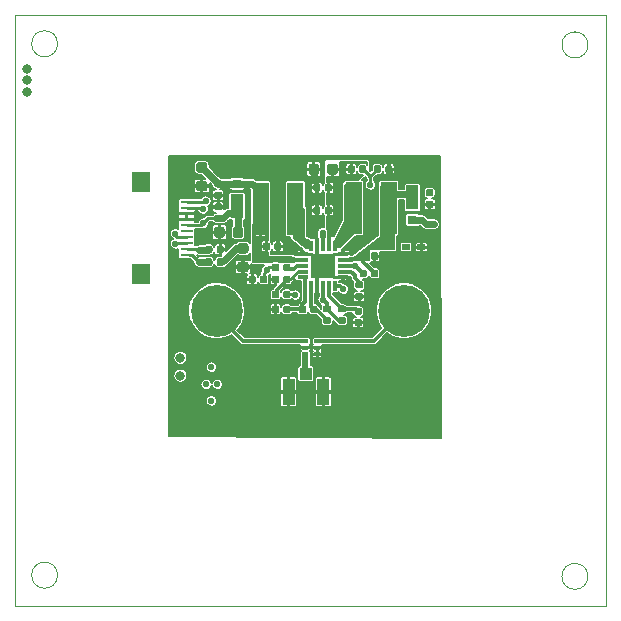
<source format=gbr>
%TF.GenerationSoftware,KiCad,Pcbnew,(5.1.4)-1*%
%TF.CreationDate,2019-10-27T14:01:39-07:00*%
%TF.ProjectId,SolarCell+Y,536f6c61-7243-4656-9c6c-2b592e6b6963,rev?*%
%TF.SameCoordinates,Original*%
%TF.FileFunction,Copper,L6,Bot*%
%TF.FilePolarity,Positive*%
%FSLAX46Y46*%
G04 Gerber Fmt 4.6, Leading zero omitted, Abs format (unit mm)*
G04 Created by KiCad (PCBNEW (5.1.4)-1) date 2019-10-27 14:01:39*
%MOMM*%
%LPD*%
G04 APERTURE LIST*
%ADD10C,0.050000*%
%ADD11C,0.100000*%
%ADD12C,0.590000*%
%ADD13C,0.875000*%
%ADD14R,0.800000X0.800000*%
%ADD15R,1.100000X2.000000*%
%ADD16R,1.500000X1.700000*%
%ADD17R,1.100000X0.250000*%
%ADD18R,0.500000X0.300000*%
%ADD19R,1.050000X1.050000*%
%ADD20R,1.050000X2.250000*%
%ADD21C,4.400000*%
%ADD22R,0.700000X0.500000*%
%ADD23R,2.150000X2.150000*%
%ADD24R,0.300000X0.900000*%
%ADD25R,0.900000X0.300000*%
%ADD26R,1.435100X4.394200*%
%ADD27C,0.584200*%
%ADD28C,0.800000*%
%ADD29C,0.584200*%
%ADD30C,0.299720*%
%ADD31C,0.248920*%
%ADD32C,0.203200*%
%ADD33C,0.228600*%
%ADD34C,0.254000*%
%ADD35C,0.508000*%
%ADD36C,0.609600*%
%ADD37C,0.499872*%
%ADD38C,0.127000*%
G04 APERTURE END LIST*
D10*
X198500000Y-42500000D02*
G75*
G03X198500000Y-42500000I-1100000J0D01*
G01*
X198500000Y-87500000D02*
G75*
G03X198500000Y-87500000I-1100000J0D01*
G01*
X153600000Y-87400000D02*
G75*
G03X153600000Y-87400000I-1100000J0D01*
G01*
X200000000Y-40000000D02*
X150000000Y-40000000D01*
X200000000Y-90000000D02*
X200000000Y-40000000D01*
X150000000Y-90000000D02*
X200000000Y-90000000D01*
X150000000Y-40000000D02*
X150000000Y-90000000D01*
X153600000Y-42400000D02*
G75*
G03X153600000Y-42400000I-1100000J0D01*
G01*
D11*
G36*
X167524958Y-59497710D02*
G01*
X167539276Y-59499834D01*
X167553317Y-59503351D01*
X167566946Y-59508228D01*
X167580031Y-59514417D01*
X167592447Y-59521858D01*
X167604073Y-59530481D01*
X167614798Y-59540202D01*
X167624519Y-59550927D01*
X167633142Y-59562553D01*
X167640583Y-59574969D01*
X167646772Y-59588054D01*
X167651649Y-59601683D01*
X167655166Y-59615724D01*
X167657290Y-59630042D01*
X167658000Y-59644500D01*
X167658000Y-59989500D01*
X167657290Y-60003958D01*
X167655166Y-60018276D01*
X167651649Y-60032317D01*
X167646772Y-60045946D01*
X167640583Y-60059031D01*
X167633142Y-60071447D01*
X167624519Y-60083073D01*
X167614798Y-60093798D01*
X167604073Y-60103519D01*
X167592447Y-60112142D01*
X167580031Y-60119583D01*
X167566946Y-60125772D01*
X167553317Y-60130649D01*
X167539276Y-60134166D01*
X167524958Y-60136290D01*
X167510500Y-60137000D01*
X167215500Y-60137000D01*
X167201042Y-60136290D01*
X167186724Y-60134166D01*
X167172683Y-60130649D01*
X167159054Y-60125772D01*
X167145969Y-60119583D01*
X167133553Y-60112142D01*
X167121927Y-60103519D01*
X167111202Y-60093798D01*
X167101481Y-60083073D01*
X167092858Y-60071447D01*
X167085417Y-60059031D01*
X167079228Y-60045946D01*
X167074351Y-60032317D01*
X167070834Y-60018276D01*
X167068710Y-60003958D01*
X167068000Y-59989500D01*
X167068000Y-59644500D01*
X167068710Y-59630042D01*
X167070834Y-59615724D01*
X167074351Y-59601683D01*
X167079228Y-59588054D01*
X167085417Y-59574969D01*
X167092858Y-59562553D01*
X167101481Y-59550927D01*
X167111202Y-59540202D01*
X167121927Y-59530481D01*
X167133553Y-59521858D01*
X167145969Y-59514417D01*
X167159054Y-59508228D01*
X167172683Y-59503351D01*
X167186724Y-59499834D01*
X167201042Y-59497710D01*
X167215500Y-59497000D01*
X167510500Y-59497000D01*
X167524958Y-59497710D01*
X167524958Y-59497710D01*
G37*
D12*
X167363000Y-59817000D03*
D11*
G36*
X166554958Y-59497710D02*
G01*
X166569276Y-59499834D01*
X166583317Y-59503351D01*
X166596946Y-59508228D01*
X166610031Y-59514417D01*
X166622447Y-59521858D01*
X166634073Y-59530481D01*
X166644798Y-59540202D01*
X166654519Y-59550927D01*
X166663142Y-59562553D01*
X166670583Y-59574969D01*
X166676772Y-59588054D01*
X166681649Y-59601683D01*
X166685166Y-59615724D01*
X166687290Y-59630042D01*
X166688000Y-59644500D01*
X166688000Y-59989500D01*
X166687290Y-60003958D01*
X166685166Y-60018276D01*
X166681649Y-60032317D01*
X166676772Y-60045946D01*
X166670583Y-60059031D01*
X166663142Y-60071447D01*
X166654519Y-60083073D01*
X166644798Y-60093798D01*
X166634073Y-60103519D01*
X166622447Y-60112142D01*
X166610031Y-60119583D01*
X166596946Y-60125772D01*
X166583317Y-60130649D01*
X166569276Y-60134166D01*
X166554958Y-60136290D01*
X166540500Y-60137000D01*
X166245500Y-60137000D01*
X166231042Y-60136290D01*
X166216724Y-60134166D01*
X166202683Y-60130649D01*
X166189054Y-60125772D01*
X166175969Y-60119583D01*
X166163553Y-60112142D01*
X166151927Y-60103519D01*
X166141202Y-60093798D01*
X166131481Y-60083073D01*
X166122858Y-60071447D01*
X166115417Y-60059031D01*
X166109228Y-60045946D01*
X166104351Y-60032317D01*
X166100834Y-60018276D01*
X166098710Y-60003958D01*
X166098000Y-59989500D01*
X166098000Y-59644500D01*
X166098710Y-59630042D01*
X166100834Y-59615724D01*
X166104351Y-59601683D01*
X166109228Y-59588054D01*
X166115417Y-59574969D01*
X166122858Y-59562553D01*
X166131481Y-59550927D01*
X166141202Y-59540202D01*
X166151927Y-59530481D01*
X166163553Y-59521858D01*
X166175969Y-59514417D01*
X166189054Y-59508228D01*
X166202683Y-59503351D01*
X166216724Y-59499834D01*
X166231042Y-59497710D01*
X166245500Y-59497000D01*
X166540500Y-59497000D01*
X166554958Y-59497710D01*
X166554958Y-59497710D01*
G37*
D12*
X166393000Y-59817000D03*
D11*
G36*
X167537191Y-57882553D02*
G01*
X167558426Y-57885703D01*
X167579250Y-57890919D01*
X167599462Y-57898151D01*
X167618868Y-57907330D01*
X167637281Y-57918366D01*
X167654524Y-57931154D01*
X167670430Y-57945570D01*
X167684846Y-57961476D01*
X167697634Y-57978719D01*
X167708670Y-57997132D01*
X167717849Y-58016538D01*
X167725081Y-58036750D01*
X167730297Y-58057574D01*
X167733447Y-58078809D01*
X167734500Y-58100250D01*
X167734500Y-58612750D01*
X167733447Y-58634191D01*
X167730297Y-58655426D01*
X167725081Y-58676250D01*
X167717849Y-58696462D01*
X167708670Y-58715868D01*
X167697634Y-58734281D01*
X167684846Y-58751524D01*
X167670430Y-58767430D01*
X167654524Y-58781846D01*
X167637281Y-58794634D01*
X167618868Y-58805670D01*
X167599462Y-58814849D01*
X167579250Y-58822081D01*
X167558426Y-58827297D01*
X167537191Y-58830447D01*
X167515750Y-58831500D01*
X167078250Y-58831500D01*
X167056809Y-58830447D01*
X167035574Y-58827297D01*
X167014750Y-58822081D01*
X166994538Y-58814849D01*
X166975132Y-58805670D01*
X166956719Y-58794634D01*
X166939476Y-58781846D01*
X166923570Y-58767430D01*
X166909154Y-58751524D01*
X166896366Y-58734281D01*
X166885330Y-58715868D01*
X166876151Y-58696462D01*
X166868919Y-58676250D01*
X166863703Y-58655426D01*
X166860553Y-58634191D01*
X166859500Y-58612750D01*
X166859500Y-58100250D01*
X166860553Y-58078809D01*
X166863703Y-58057574D01*
X166868919Y-58036750D01*
X166876151Y-58016538D01*
X166885330Y-57997132D01*
X166896366Y-57978719D01*
X166909154Y-57961476D01*
X166923570Y-57945570D01*
X166939476Y-57931154D01*
X166956719Y-57918366D01*
X166975132Y-57907330D01*
X166994538Y-57898151D01*
X167014750Y-57890919D01*
X167035574Y-57885703D01*
X167056809Y-57882553D01*
X167078250Y-57881500D01*
X167515750Y-57881500D01*
X167537191Y-57882553D01*
X167537191Y-57882553D01*
G37*
D13*
X167297000Y-58356500D03*
D11*
G36*
X169112191Y-57882553D02*
G01*
X169133426Y-57885703D01*
X169154250Y-57890919D01*
X169174462Y-57898151D01*
X169193868Y-57907330D01*
X169212281Y-57918366D01*
X169229524Y-57931154D01*
X169245430Y-57945570D01*
X169259846Y-57961476D01*
X169272634Y-57978719D01*
X169283670Y-57997132D01*
X169292849Y-58016538D01*
X169300081Y-58036750D01*
X169305297Y-58057574D01*
X169308447Y-58078809D01*
X169309500Y-58100250D01*
X169309500Y-58612750D01*
X169308447Y-58634191D01*
X169305297Y-58655426D01*
X169300081Y-58676250D01*
X169292849Y-58696462D01*
X169283670Y-58715868D01*
X169272634Y-58734281D01*
X169259846Y-58751524D01*
X169245430Y-58767430D01*
X169229524Y-58781846D01*
X169212281Y-58794634D01*
X169193868Y-58805670D01*
X169174462Y-58814849D01*
X169154250Y-58822081D01*
X169133426Y-58827297D01*
X169112191Y-58830447D01*
X169090750Y-58831500D01*
X168653250Y-58831500D01*
X168631809Y-58830447D01*
X168610574Y-58827297D01*
X168589750Y-58822081D01*
X168569538Y-58814849D01*
X168550132Y-58805670D01*
X168531719Y-58794634D01*
X168514476Y-58781846D01*
X168498570Y-58767430D01*
X168484154Y-58751524D01*
X168471366Y-58734281D01*
X168460330Y-58715868D01*
X168451151Y-58696462D01*
X168443919Y-58676250D01*
X168438703Y-58655426D01*
X168435553Y-58634191D01*
X168434500Y-58612750D01*
X168434500Y-58100250D01*
X168435553Y-58078809D01*
X168438703Y-58057574D01*
X168443919Y-58036750D01*
X168451151Y-58016538D01*
X168460330Y-57997132D01*
X168471366Y-57978719D01*
X168484154Y-57961476D01*
X168498570Y-57945570D01*
X168514476Y-57931154D01*
X168531719Y-57918366D01*
X168550132Y-57907330D01*
X168569538Y-57898151D01*
X168589750Y-57890919D01*
X168610574Y-57885703D01*
X168631809Y-57882553D01*
X168653250Y-57881500D01*
X169090750Y-57881500D01*
X169112191Y-57882553D01*
X169112191Y-57882553D01*
G37*
D13*
X168872000Y-58356500D03*
D14*
X183642000Y-57320500D03*
D15*
X183642000Y-55420500D03*
D16*
X160628500Y-54139000D03*
X160628500Y-61939000D03*
D17*
X164528500Y-55789000D03*
X164528500Y-56289000D03*
X164528500Y-56789000D03*
X164528500Y-57289000D03*
X164528500Y-57789000D03*
X164528500Y-58289000D03*
X164528500Y-58789000D03*
X164528500Y-59289000D03*
X164528500Y-59789000D03*
X164528500Y-60289000D03*
D18*
X174587501Y-68135500D03*
X174587501Y-67585500D03*
X174587501Y-68685500D03*
X175587501Y-67585500D03*
X175587501Y-68685500D03*
X175587501Y-68135500D03*
D19*
X174625000Y-70357000D03*
D20*
X176100000Y-71882000D03*
X173150000Y-71882000D03*
D21*
X182937500Y-65000000D03*
X167062500Y-65000000D03*
D11*
G36*
X169568691Y-60866553D02*
G01*
X169589926Y-60869703D01*
X169610750Y-60874919D01*
X169630962Y-60882151D01*
X169650368Y-60891330D01*
X169668781Y-60902366D01*
X169686024Y-60915154D01*
X169701930Y-60929570D01*
X169716346Y-60945476D01*
X169729134Y-60962719D01*
X169740170Y-60981132D01*
X169749349Y-61000538D01*
X169756581Y-61020750D01*
X169761797Y-61041574D01*
X169764947Y-61062809D01*
X169766000Y-61084250D01*
X169766000Y-61521750D01*
X169764947Y-61543191D01*
X169761797Y-61564426D01*
X169756581Y-61585250D01*
X169749349Y-61605462D01*
X169740170Y-61624868D01*
X169729134Y-61643281D01*
X169716346Y-61660524D01*
X169701930Y-61676430D01*
X169686024Y-61690846D01*
X169668781Y-61703634D01*
X169650368Y-61714670D01*
X169630962Y-61723849D01*
X169610750Y-61731081D01*
X169589926Y-61736297D01*
X169568691Y-61739447D01*
X169547250Y-61740500D01*
X169034750Y-61740500D01*
X169013309Y-61739447D01*
X168992074Y-61736297D01*
X168971250Y-61731081D01*
X168951038Y-61723849D01*
X168931632Y-61714670D01*
X168913219Y-61703634D01*
X168895976Y-61690846D01*
X168880070Y-61676430D01*
X168865654Y-61660524D01*
X168852866Y-61643281D01*
X168841830Y-61624868D01*
X168832651Y-61605462D01*
X168825419Y-61585250D01*
X168820203Y-61564426D01*
X168817053Y-61543191D01*
X168816000Y-61521750D01*
X168816000Y-61084250D01*
X168817053Y-61062809D01*
X168820203Y-61041574D01*
X168825419Y-61020750D01*
X168832651Y-61000538D01*
X168841830Y-60981132D01*
X168852866Y-60962719D01*
X168865654Y-60945476D01*
X168880070Y-60929570D01*
X168895976Y-60915154D01*
X168913219Y-60902366D01*
X168931632Y-60891330D01*
X168951038Y-60882151D01*
X168971250Y-60874919D01*
X168992074Y-60869703D01*
X169013309Y-60866553D01*
X169034750Y-60865500D01*
X169547250Y-60865500D01*
X169568691Y-60866553D01*
X169568691Y-60866553D01*
G37*
D13*
X169291000Y-61303000D03*
D11*
G36*
X169568691Y-59291553D02*
G01*
X169589926Y-59294703D01*
X169610750Y-59299919D01*
X169630962Y-59307151D01*
X169650368Y-59316330D01*
X169668781Y-59327366D01*
X169686024Y-59340154D01*
X169701930Y-59354570D01*
X169716346Y-59370476D01*
X169729134Y-59387719D01*
X169740170Y-59406132D01*
X169749349Y-59425538D01*
X169756581Y-59445750D01*
X169761797Y-59466574D01*
X169764947Y-59487809D01*
X169766000Y-59509250D01*
X169766000Y-59946750D01*
X169764947Y-59968191D01*
X169761797Y-59989426D01*
X169756581Y-60010250D01*
X169749349Y-60030462D01*
X169740170Y-60049868D01*
X169729134Y-60068281D01*
X169716346Y-60085524D01*
X169701930Y-60101430D01*
X169686024Y-60115846D01*
X169668781Y-60128634D01*
X169650368Y-60139670D01*
X169630962Y-60148849D01*
X169610750Y-60156081D01*
X169589926Y-60161297D01*
X169568691Y-60164447D01*
X169547250Y-60165500D01*
X169034750Y-60165500D01*
X169013309Y-60164447D01*
X168992074Y-60161297D01*
X168971250Y-60156081D01*
X168951038Y-60148849D01*
X168931632Y-60139670D01*
X168913219Y-60128634D01*
X168895976Y-60115846D01*
X168880070Y-60101430D01*
X168865654Y-60085524D01*
X168852866Y-60068281D01*
X168841830Y-60049868D01*
X168832651Y-60030462D01*
X168825419Y-60010250D01*
X168820203Y-59989426D01*
X168817053Y-59968191D01*
X168816000Y-59946750D01*
X168816000Y-59509250D01*
X168817053Y-59487809D01*
X168820203Y-59466574D01*
X168825419Y-59445750D01*
X168832651Y-59425538D01*
X168841830Y-59406132D01*
X168852866Y-59387719D01*
X168865654Y-59370476D01*
X168880070Y-59354570D01*
X168895976Y-59340154D01*
X168913219Y-59327366D01*
X168931632Y-59316330D01*
X168951038Y-59307151D01*
X168971250Y-59299919D01*
X168992074Y-59294703D01*
X169013309Y-59291553D01*
X169034750Y-59290500D01*
X169547250Y-59290500D01*
X169568691Y-59291553D01*
X169568691Y-59291553D01*
G37*
D13*
X169291000Y-59728000D03*
D11*
G36*
X175719298Y-54263554D02*
G01*
X175733616Y-54265678D01*
X175747657Y-54269195D01*
X175761286Y-54274072D01*
X175774371Y-54280261D01*
X175786787Y-54287702D01*
X175798413Y-54296325D01*
X175809138Y-54306046D01*
X175818859Y-54316771D01*
X175827482Y-54328397D01*
X175834923Y-54340813D01*
X175841112Y-54353898D01*
X175845989Y-54367527D01*
X175849506Y-54381568D01*
X175851630Y-54395886D01*
X175852340Y-54410344D01*
X175852340Y-54755344D01*
X175851630Y-54769802D01*
X175849506Y-54784120D01*
X175845989Y-54798161D01*
X175841112Y-54811790D01*
X175834923Y-54824875D01*
X175827482Y-54837291D01*
X175818859Y-54848917D01*
X175809138Y-54859642D01*
X175798413Y-54869363D01*
X175786787Y-54877986D01*
X175774371Y-54885427D01*
X175761286Y-54891616D01*
X175747657Y-54896493D01*
X175733616Y-54900010D01*
X175719298Y-54902134D01*
X175704840Y-54902844D01*
X175409840Y-54902844D01*
X175395382Y-54902134D01*
X175381064Y-54900010D01*
X175367023Y-54896493D01*
X175353394Y-54891616D01*
X175340309Y-54885427D01*
X175327893Y-54877986D01*
X175316267Y-54869363D01*
X175305542Y-54859642D01*
X175295821Y-54848917D01*
X175287198Y-54837291D01*
X175279757Y-54824875D01*
X175273568Y-54811790D01*
X175268691Y-54798161D01*
X175265174Y-54784120D01*
X175263050Y-54769802D01*
X175262340Y-54755344D01*
X175262340Y-54410344D01*
X175263050Y-54395886D01*
X175265174Y-54381568D01*
X175268691Y-54367527D01*
X175273568Y-54353898D01*
X175279757Y-54340813D01*
X175287198Y-54328397D01*
X175295821Y-54316771D01*
X175305542Y-54306046D01*
X175316267Y-54296325D01*
X175327893Y-54287702D01*
X175340309Y-54280261D01*
X175353394Y-54274072D01*
X175367023Y-54269195D01*
X175381064Y-54265678D01*
X175395382Y-54263554D01*
X175409840Y-54262844D01*
X175704840Y-54262844D01*
X175719298Y-54263554D01*
X175719298Y-54263554D01*
G37*
D12*
X175557340Y-54582844D03*
D11*
G36*
X176689298Y-54263554D02*
G01*
X176703616Y-54265678D01*
X176717657Y-54269195D01*
X176731286Y-54274072D01*
X176744371Y-54280261D01*
X176756787Y-54287702D01*
X176768413Y-54296325D01*
X176779138Y-54306046D01*
X176788859Y-54316771D01*
X176797482Y-54328397D01*
X176804923Y-54340813D01*
X176811112Y-54353898D01*
X176815989Y-54367527D01*
X176819506Y-54381568D01*
X176821630Y-54395886D01*
X176822340Y-54410344D01*
X176822340Y-54755344D01*
X176821630Y-54769802D01*
X176819506Y-54784120D01*
X176815989Y-54798161D01*
X176811112Y-54811790D01*
X176804923Y-54824875D01*
X176797482Y-54837291D01*
X176788859Y-54848917D01*
X176779138Y-54859642D01*
X176768413Y-54869363D01*
X176756787Y-54877986D01*
X176744371Y-54885427D01*
X176731286Y-54891616D01*
X176717657Y-54896493D01*
X176703616Y-54900010D01*
X176689298Y-54902134D01*
X176674840Y-54902844D01*
X176379840Y-54902844D01*
X176365382Y-54902134D01*
X176351064Y-54900010D01*
X176337023Y-54896493D01*
X176323394Y-54891616D01*
X176310309Y-54885427D01*
X176297893Y-54877986D01*
X176286267Y-54869363D01*
X176275542Y-54859642D01*
X176265821Y-54848917D01*
X176257198Y-54837291D01*
X176249757Y-54824875D01*
X176243568Y-54811790D01*
X176238691Y-54798161D01*
X176235174Y-54784120D01*
X176233050Y-54769802D01*
X176232340Y-54755344D01*
X176232340Y-54410344D01*
X176233050Y-54395886D01*
X176235174Y-54381568D01*
X176238691Y-54367527D01*
X176243568Y-54353898D01*
X176249757Y-54340813D01*
X176257198Y-54328397D01*
X176265821Y-54316771D01*
X176275542Y-54306046D01*
X176286267Y-54296325D01*
X176297893Y-54287702D01*
X176310309Y-54280261D01*
X176323394Y-54274072D01*
X176337023Y-54269195D01*
X176351064Y-54265678D01*
X176365382Y-54263554D01*
X176379840Y-54262844D01*
X176674840Y-54262844D01*
X176689298Y-54263554D01*
X176689298Y-54263554D01*
G37*
D12*
X176527340Y-54582844D03*
D22*
X183105500Y-59626500D03*
X184405500Y-59626500D03*
D23*
X176062340Y-61186844D03*
D24*
X177062340Y-59486844D03*
X176562340Y-59486844D03*
X176062340Y-59486844D03*
X175562340Y-59486844D03*
X175062340Y-59486844D03*
D25*
X174362340Y-60186844D03*
X174362340Y-60686844D03*
X174362340Y-61186844D03*
X174362340Y-61686844D03*
X174362340Y-62186844D03*
D24*
X175062340Y-62886844D03*
X175562340Y-62886844D03*
X176062340Y-62886844D03*
X176562340Y-62886844D03*
X177062340Y-62886844D03*
D25*
X177762340Y-62186844D03*
X177762340Y-61686844D03*
X177762340Y-61186844D03*
X177762340Y-60686844D03*
X177762340Y-60186844D03*
D14*
X168783000Y-54249000D03*
D15*
X168783000Y-56149000D03*
D11*
G36*
X179256958Y-64752710D02*
G01*
X179271276Y-64754834D01*
X179285317Y-64758351D01*
X179298946Y-64763228D01*
X179312031Y-64769417D01*
X179324447Y-64776858D01*
X179336073Y-64785481D01*
X179346798Y-64795202D01*
X179356519Y-64805927D01*
X179365142Y-64817553D01*
X179372583Y-64829969D01*
X179378772Y-64843054D01*
X179383649Y-64856683D01*
X179387166Y-64870724D01*
X179389290Y-64885042D01*
X179390000Y-64899500D01*
X179390000Y-65194500D01*
X179389290Y-65208958D01*
X179387166Y-65223276D01*
X179383649Y-65237317D01*
X179378772Y-65250946D01*
X179372583Y-65264031D01*
X179365142Y-65276447D01*
X179356519Y-65288073D01*
X179346798Y-65298798D01*
X179336073Y-65308519D01*
X179324447Y-65317142D01*
X179312031Y-65324583D01*
X179298946Y-65330772D01*
X179285317Y-65335649D01*
X179271276Y-65339166D01*
X179256958Y-65341290D01*
X179242500Y-65342000D01*
X178897500Y-65342000D01*
X178883042Y-65341290D01*
X178868724Y-65339166D01*
X178854683Y-65335649D01*
X178841054Y-65330772D01*
X178827969Y-65324583D01*
X178815553Y-65317142D01*
X178803927Y-65308519D01*
X178793202Y-65298798D01*
X178783481Y-65288073D01*
X178774858Y-65276447D01*
X178767417Y-65264031D01*
X178761228Y-65250946D01*
X178756351Y-65237317D01*
X178752834Y-65223276D01*
X178750710Y-65208958D01*
X178750000Y-65194500D01*
X178750000Y-64899500D01*
X178750710Y-64885042D01*
X178752834Y-64870724D01*
X178756351Y-64856683D01*
X178761228Y-64843054D01*
X178767417Y-64829969D01*
X178774858Y-64817553D01*
X178783481Y-64805927D01*
X178793202Y-64795202D01*
X178803927Y-64785481D01*
X178815553Y-64776858D01*
X178827969Y-64769417D01*
X178841054Y-64763228D01*
X178854683Y-64758351D01*
X178868724Y-64754834D01*
X178883042Y-64752710D01*
X178897500Y-64752000D01*
X179242500Y-64752000D01*
X179256958Y-64752710D01*
X179256958Y-64752710D01*
G37*
D12*
X179070000Y-65047000D03*
D11*
G36*
X179256958Y-65722710D02*
G01*
X179271276Y-65724834D01*
X179285317Y-65728351D01*
X179298946Y-65733228D01*
X179312031Y-65739417D01*
X179324447Y-65746858D01*
X179336073Y-65755481D01*
X179346798Y-65765202D01*
X179356519Y-65775927D01*
X179365142Y-65787553D01*
X179372583Y-65799969D01*
X179378772Y-65813054D01*
X179383649Y-65826683D01*
X179387166Y-65840724D01*
X179389290Y-65855042D01*
X179390000Y-65869500D01*
X179390000Y-66164500D01*
X179389290Y-66178958D01*
X179387166Y-66193276D01*
X179383649Y-66207317D01*
X179378772Y-66220946D01*
X179372583Y-66234031D01*
X179365142Y-66246447D01*
X179356519Y-66258073D01*
X179346798Y-66268798D01*
X179336073Y-66278519D01*
X179324447Y-66287142D01*
X179312031Y-66294583D01*
X179298946Y-66300772D01*
X179285317Y-66305649D01*
X179271276Y-66309166D01*
X179256958Y-66311290D01*
X179242500Y-66312000D01*
X178897500Y-66312000D01*
X178883042Y-66311290D01*
X178868724Y-66309166D01*
X178854683Y-66305649D01*
X178841054Y-66300772D01*
X178827969Y-66294583D01*
X178815553Y-66287142D01*
X178803927Y-66278519D01*
X178793202Y-66268798D01*
X178783481Y-66258073D01*
X178774858Y-66246447D01*
X178767417Y-66234031D01*
X178761228Y-66220946D01*
X178756351Y-66207317D01*
X178752834Y-66193276D01*
X178750710Y-66178958D01*
X178750000Y-66164500D01*
X178750000Y-65869500D01*
X178750710Y-65855042D01*
X178752834Y-65840724D01*
X178756351Y-65826683D01*
X178761228Y-65813054D01*
X178767417Y-65799969D01*
X178774858Y-65787553D01*
X178783481Y-65775927D01*
X178793202Y-65765202D01*
X178803927Y-65755481D01*
X178815553Y-65746858D01*
X178827969Y-65739417D01*
X178841054Y-65733228D01*
X178854683Y-65728351D01*
X178868724Y-65724834D01*
X178883042Y-65722710D01*
X178897500Y-65722000D01*
X179242500Y-65722000D01*
X179256958Y-65722710D01*
X179256958Y-65722710D01*
G37*
D12*
X179070000Y-66017000D03*
D11*
G36*
X177859958Y-65532210D02*
G01*
X177874276Y-65534334D01*
X177888317Y-65537851D01*
X177901946Y-65542728D01*
X177915031Y-65548917D01*
X177927447Y-65556358D01*
X177939073Y-65564981D01*
X177949798Y-65574702D01*
X177959519Y-65585427D01*
X177968142Y-65597053D01*
X177975583Y-65609469D01*
X177981772Y-65622554D01*
X177986649Y-65636183D01*
X177990166Y-65650224D01*
X177992290Y-65664542D01*
X177993000Y-65679000D01*
X177993000Y-65974000D01*
X177992290Y-65988458D01*
X177990166Y-66002776D01*
X177986649Y-66016817D01*
X177981772Y-66030446D01*
X177975583Y-66043531D01*
X177968142Y-66055947D01*
X177959519Y-66067573D01*
X177949798Y-66078298D01*
X177939073Y-66088019D01*
X177927447Y-66096642D01*
X177915031Y-66104083D01*
X177901946Y-66110272D01*
X177888317Y-66115149D01*
X177874276Y-66118666D01*
X177859958Y-66120790D01*
X177845500Y-66121500D01*
X177500500Y-66121500D01*
X177486042Y-66120790D01*
X177471724Y-66118666D01*
X177457683Y-66115149D01*
X177444054Y-66110272D01*
X177430969Y-66104083D01*
X177418553Y-66096642D01*
X177406927Y-66088019D01*
X177396202Y-66078298D01*
X177386481Y-66067573D01*
X177377858Y-66055947D01*
X177370417Y-66043531D01*
X177364228Y-66030446D01*
X177359351Y-66016817D01*
X177355834Y-66002776D01*
X177353710Y-65988458D01*
X177353000Y-65974000D01*
X177353000Y-65679000D01*
X177353710Y-65664542D01*
X177355834Y-65650224D01*
X177359351Y-65636183D01*
X177364228Y-65622554D01*
X177370417Y-65609469D01*
X177377858Y-65597053D01*
X177386481Y-65585427D01*
X177396202Y-65574702D01*
X177406927Y-65564981D01*
X177418553Y-65556358D01*
X177430969Y-65548917D01*
X177444054Y-65542728D01*
X177457683Y-65537851D01*
X177471724Y-65534334D01*
X177486042Y-65532210D01*
X177500500Y-65531500D01*
X177845500Y-65531500D01*
X177859958Y-65532210D01*
X177859958Y-65532210D01*
G37*
D12*
X177673000Y-65826500D03*
D11*
G36*
X177859958Y-64562210D02*
G01*
X177874276Y-64564334D01*
X177888317Y-64567851D01*
X177901946Y-64572728D01*
X177915031Y-64578917D01*
X177927447Y-64586358D01*
X177939073Y-64594981D01*
X177949798Y-64604702D01*
X177959519Y-64615427D01*
X177968142Y-64627053D01*
X177975583Y-64639469D01*
X177981772Y-64652554D01*
X177986649Y-64666183D01*
X177990166Y-64680224D01*
X177992290Y-64694542D01*
X177993000Y-64709000D01*
X177993000Y-65004000D01*
X177992290Y-65018458D01*
X177990166Y-65032776D01*
X177986649Y-65046817D01*
X177981772Y-65060446D01*
X177975583Y-65073531D01*
X177968142Y-65085947D01*
X177959519Y-65097573D01*
X177949798Y-65108298D01*
X177939073Y-65118019D01*
X177927447Y-65126642D01*
X177915031Y-65134083D01*
X177901946Y-65140272D01*
X177888317Y-65145149D01*
X177874276Y-65148666D01*
X177859958Y-65150790D01*
X177845500Y-65151500D01*
X177500500Y-65151500D01*
X177486042Y-65150790D01*
X177471724Y-65148666D01*
X177457683Y-65145149D01*
X177444054Y-65140272D01*
X177430969Y-65134083D01*
X177418553Y-65126642D01*
X177406927Y-65118019D01*
X177396202Y-65108298D01*
X177386481Y-65097573D01*
X177377858Y-65085947D01*
X177370417Y-65073531D01*
X177364228Y-65060446D01*
X177359351Y-65046817D01*
X177355834Y-65032776D01*
X177353710Y-65018458D01*
X177353000Y-65004000D01*
X177353000Y-64709000D01*
X177353710Y-64694542D01*
X177355834Y-64680224D01*
X177359351Y-64666183D01*
X177364228Y-64652554D01*
X177370417Y-64639469D01*
X177377858Y-64627053D01*
X177386481Y-64615427D01*
X177396202Y-64604702D01*
X177406927Y-64594981D01*
X177418553Y-64586358D01*
X177430969Y-64578917D01*
X177444054Y-64572728D01*
X177457683Y-64567851D01*
X177471724Y-64564334D01*
X177486042Y-64562210D01*
X177500500Y-64561500D01*
X177845500Y-64561500D01*
X177859958Y-64562210D01*
X177859958Y-64562210D01*
G37*
D12*
X177673000Y-64856500D03*
D11*
G36*
X179589958Y-52703210D02*
G01*
X179604276Y-52705334D01*
X179618317Y-52708851D01*
X179631946Y-52713728D01*
X179645031Y-52719917D01*
X179657447Y-52727358D01*
X179669073Y-52735981D01*
X179679798Y-52745702D01*
X179689519Y-52756427D01*
X179698142Y-52768053D01*
X179705583Y-52780469D01*
X179711772Y-52793554D01*
X179716649Y-52807183D01*
X179720166Y-52821224D01*
X179722290Y-52835542D01*
X179723000Y-52850000D01*
X179723000Y-53195000D01*
X179722290Y-53209458D01*
X179720166Y-53223776D01*
X179716649Y-53237817D01*
X179711772Y-53251446D01*
X179705583Y-53264531D01*
X179698142Y-53276947D01*
X179689519Y-53288573D01*
X179679798Y-53299298D01*
X179669073Y-53309019D01*
X179657447Y-53317642D01*
X179645031Y-53325083D01*
X179631946Y-53331272D01*
X179618317Y-53336149D01*
X179604276Y-53339666D01*
X179589958Y-53341790D01*
X179575500Y-53342500D01*
X179280500Y-53342500D01*
X179266042Y-53341790D01*
X179251724Y-53339666D01*
X179237683Y-53336149D01*
X179224054Y-53331272D01*
X179210969Y-53325083D01*
X179198553Y-53317642D01*
X179186927Y-53309019D01*
X179176202Y-53299298D01*
X179166481Y-53288573D01*
X179157858Y-53276947D01*
X179150417Y-53264531D01*
X179144228Y-53251446D01*
X179139351Y-53237817D01*
X179135834Y-53223776D01*
X179133710Y-53209458D01*
X179133000Y-53195000D01*
X179133000Y-52850000D01*
X179133710Y-52835542D01*
X179135834Y-52821224D01*
X179139351Y-52807183D01*
X179144228Y-52793554D01*
X179150417Y-52780469D01*
X179157858Y-52768053D01*
X179166481Y-52756427D01*
X179176202Y-52745702D01*
X179186927Y-52735981D01*
X179198553Y-52727358D01*
X179210969Y-52719917D01*
X179224054Y-52713728D01*
X179237683Y-52708851D01*
X179251724Y-52705334D01*
X179266042Y-52703210D01*
X179280500Y-52702500D01*
X179575500Y-52702500D01*
X179589958Y-52703210D01*
X179589958Y-52703210D01*
G37*
D12*
X179428000Y-53022500D03*
D11*
G36*
X178619958Y-52703210D02*
G01*
X178634276Y-52705334D01*
X178648317Y-52708851D01*
X178661946Y-52713728D01*
X178675031Y-52719917D01*
X178687447Y-52727358D01*
X178699073Y-52735981D01*
X178709798Y-52745702D01*
X178719519Y-52756427D01*
X178728142Y-52768053D01*
X178735583Y-52780469D01*
X178741772Y-52793554D01*
X178746649Y-52807183D01*
X178750166Y-52821224D01*
X178752290Y-52835542D01*
X178753000Y-52850000D01*
X178753000Y-53195000D01*
X178752290Y-53209458D01*
X178750166Y-53223776D01*
X178746649Y-53237817D01*
X178741772Y-53251446D01*
X178735583Y-53264531D01*
X178728142Y-53276947D01*
X178719519Y-53288573D01*
X178709798Y-53299298D01*
X178699073Y-53309019D01*
X178687447Y-53317642D01*
X178675031Y-53325083D01*
X178661946Y-53331272D01*
X178648317Y-53336149D01*
X178634276Y-53339666D01*
X178619958Y-53341790D01*
X178605500Y-53342500D01*
X178310500Y-53342500D01*
X178296042Y-53341790D01*
X178281724Y-53339666D01*
X178267683Y-53336149D01*
X178254054Y-53331272D01*
X178240969Y-53325083D01*
X178228553Y-53317642D01*
X178216927Y-53309019D01*
X178206202Y-53299298D01*
X178196481Y-53288573D01*
X178187858Y-53276947D01*
X178180417Y-53264531D01*
X178174228Y-53251446D01*
X178169351Y-53237817D01*
X178165834Y-53223776D01*
X178163710Y-53209458D01*
X178163000Y-53195000D01*
X178163000Y-52850000D01*
X178163710Y-52835542D01*
X178165834Y-52821224D01*
X178169351Y-52807183D01*
X178174228Y-52793554D01*
X178180417Y-52780469D01*
X178187858Y-52768053D01*
X178196481Y-52756427D01*
X178206202Y-52745702D01*
X178216927Y-52735981D01*
X178228553Y-52727358D01*
X178240969Y-52719917D01*
X178254054Y-52713728D01*
X178267683Y-52708851D01*
X178281724Y-52705334D01*
X178296042Y-52703210D01*
X178310500Y-52702500D01*
X178605500Y-52702500D01*
X178619958Y-52703210D01*
X178619958Y-52703210D01*
G37*
D12*
X178458000Y-53022500D03*
D11*
G36*
X175719298Y-56195710D02*
G01*
X175733616Y-56197834D01*
X175747657Y-56201351D01*
X175761286Y-56206228D01*
X175774371Y-56212417D01*
X175786787Y-56219858D01*
X175798413Y-56228481D01*
X175809138Y-56238202D01*
X175818859Y-56248927D01*
X175827482Y-56260553D01*
X175834923Y-56272969D01*
X175841112Y-56286054D01*
X175845989Y-56299683D01*
X175849506Y-56313724D01*
X175851630Y-56328042D01*
X175852340Y-56342500D01*
X175852340Y-56687500D01*
X175851630Y-56701958D01*
X175849506Y-56716276D01*
X175845989Y-56730317D01*
X175841112Y-56743946D01*
X175834923Y-56757031D01*
X175827482Y-56769447D01*
X175818859Y-56781073D01*
X175809138Y-56791798D01*
X175798413Y-56801519D01*
X175786787Y-56810142D01*
X175774371Y-56817583D01*
X175761286Y-56823772D01*
X175747657Y-56828649D01*
X175733616Y-56832166D01*
X175719298Y-56834290D01*
X175704840Y-56835000D01*
X175409840Y-56835000D01*
X175395382Y-56834290D01*
X175381064Y-56832166D01*
X175367023Y-56828649D01*
X175353394Y-56823772D01*
X175340309Y-56817583D01*
X175327893Y-56810142D01*
X175316267Y-56801519D01*
X175305542Y-56791798D01*
X175295821Y-56781073D01*
X175287198Y-56769447D01*
X175279757Y-56757031D01*
X175273568Y-56743946D01*
X175268691Y-56730317D01*
X175265174Y-56716276D01*
X175263050Y-56701958D01*
X175262340Y-56687500D01*
X175262340Y-56342500D01*
X175263050Y-56328042D01*
X175265174Y-56313724D01*
X175268691Y-56299683D01*
X175273568Y-56286054D01*
X175279757Y-56272969D01*
X175287198Y-56260553D01*
X175295821Y-56248927D01*
X175305542Y-56238202D01*
X175316267Y-56228481D01*
X175327893Y-56219858D01*
X175340309Y-56212417D01*
X175353394Y-56206228D01*
X175367023Y-56201351D01*
X175381064Y-56197834D01*
X175395382Y-56195710D01*
X175409840Y-56195000D01*
X175704840Y-56195000D01*
X175719298Y-56195710D01*
X175719298Y-56195710D01*
G37*
D12*
X175557340Y-56515000D03*
D11*
G36*
X176689298Y-56195710D02*
G01*
X176703616Y-56197834D01*
X176717657Y-56201351D01*
X176731286Y-56206228D01*
X176744371Y-56212417D01*
X176756787Y-56219858D01*
X176768413Y-56228481D01*
X176779138Y-56238202D01*
X176788859Y-56248927D01*
X176797482Y-56260553D01*
X176804923Y-56272969D01*
X176811112Y-56286054D01*
X176815989Y-56299683D01*
X176819506Y-56313724D01*
X176821630Y-56328042D01*
X176822340Y-56342500D01*
X176822340Y-56687500D01*
X176821630Y-56701958D01*
X176819506Y-56716276D01*
X176815989Y-56730317D01*
X176811112Y-56743946D01*
X176804923Y-56757031D01*
X176797482Y-56769447D01*
X176788859Y-56781073D01*
X176779138Y-56791798D01*
X176768413Y-56801519D01*
X176756787Y-56810142D01*
X176744371Y-56817583D01*
X176731286Y-56823772D01*
X176717657Y-56828649D01*
X176703616Y-56832166D01*
X176689298Y-56834290D01*
X176674840Y-56835000D01*
X176379840Y-56835000D01*
X176365382Y-56834290D01*
X176351064Y-56832166D01*
X176337023Y-56828649D01*
X176323394Y-56823772D01*
X176310309Y-56817583D01*
X176297893Y-56810142D01*
X176286267Y-56801519D01*
X176275542Y-56791798D01*
X176265821Y-56781073D01*
X176257198Y-56769447D01*
X176249757Y-56757031D01*
X176243568Y-56743946D01*
X176238691Y-56730317D01*
X176235174Y-56716276D01*
X176233050Y-56701958D01*
X176232340Y-56687500D01*
X176232340Y-56342500D01*
X176233050Y-56328042D01*
X176235174Y-56313724D01*
X176238691Y-56299683D01*
X176243568Y-56286054D01*
X176249757Y-56272969D01*
X176257198Y-56260553D01*
X176265821Y-56248927D01*
X176275542Y-56238202D01*
X176286267Y-56228481D01*
X176297893Y-56219858D01*
X176310309Y-56212417D01*
X176323394Y-56206228D01*
X176337023Y-56201351D01*
X176351064Y-56197834D01*
X176365382Y-56195710D01*
X176379840Y-56195000D01*
X176674840Y-56195000D01*
X176689298Y-56195710D01*
X176689298Y-56195710D01*
G37*
D12*
X176527340Y-56515000D03*
D11*
G36*
X166076191Y-54008553D02*
G01*
X166097426Y-54011703D01*
X166118250Y-54016919D01*
X166138462Y-54024151D01*
X166157868Y-54033330D01*
X166176281Y-54044366D01*
X166193524Y-54057154D01*
X166209430Y-54071570D01*
X166223846Y-54087476D01*
X166236634Y-54104719D01*
X166247670Y-54123132D01*
X166256849Y-54142538D01*
X166264081Y-54162750D01*
X166269297Y-54183574D01*
X166272447Y-54204809D01*
X166273500Y-54226250D01*
X166273500Y-54663750D01*
X166272447Y-54685191D01*
X166269297Y-54706426D01*
X166264081Y-54727250D01*
X166256849Y-54747462D01*
X166247670Y-54766868D01*
X166236634Y-54785281D01*
X166223846Y-54802524D01*
X166209430Y-54818430D01*
X166193524Y-54832846D01*
X166176281Y-54845634D01*
X166157868Y-54856670D01*
X166138462Y-54865849D01*
X166118250Y-54873081D01*
X166097426Y-54878297D01*
X166076191Y-54881447D01*
X166054750Y-54882500D01*
X165542250Y-54882500D01*
X165520809Y-54881447D01*
X165499574Y-54878297D01*
X165478750Y-54873081D01*
X165458538Y-54865849D01*
X165439132Y-54856670D01*
X165420719Y-54845634D01*
X165403476Y-54832846D01*
X165387570Y-54818430D01*
X165373154Y-54802524D01*
X165360366Y-54785281D01*
X165349330Y-54766868D01*
X165340151Y-54747462D01*
X165332919Y-54727250D01*
X165327703Y-54706426D01*
X165324553Y-54685191D01*
X165323500Y-54663750D01*
X165323500Y-54226250D01*
X165324553Y-54204809D01*
X165327703Y-54183574D01*
X165332919Y-54162750D01*
X165340151Y-54142538D01*
X165349330Y-54123132D01*
X165360366Y-54104719D01*
X165373154Y-54087476D01*
X165387570Y-54071570D01*
X165403476Y-54057154D01*
X165420719Y-54044366D01*
X165439132Y-54033330D01*
X165458538Y-54024151D01*
X165478750Y-54016919D01*
X165499574Y-54011703D01*
X165520809Y-54008553D01*
X165542250Y-54007500D01*
X166054750Y-54007500D01*
X166076191Y-54008553D01*
X166076191Y-54008553D01*
G37*
D13*
X165798500Y-54445000D03*
D11*
G36*
X166076191Y-52433553D02*
G01*
X166097426Y-52436703D01*
X166118250Y-52441919D01*
X166138462Y-52449151D01*
X166157868Y-52458330D01*
X166176281Y-52469366D01*
X166193524Y-52482154D01*
X166209430Y-52496570D01*
X166223846Y-52512476D01*
X166236634Y-52529719D01*
X166247670Y-52548132D01*
X166256849Y-52567538D01*
X166264081Y-52587750D01*
X166269297Y-52608574D01*
X166272447Y-52629809D01*
X166273500Y-52651250D01*
X166273500Y-53088750D01*
X166272447Y-53110191D01*
X166269297Y-53131426D01*
X166264081Y-53152250D01*
X166256849Y-53172462D01*
X166247670Y-53191868D01*
X166236634Y-53210281D01*
X166223846Y-53227524D01*
X166209430Y-53243430D01*
X166193524Y-53257846D01*
X166176281Y-53270634D01*
X166157868Y-53281670D01*
X166138462Y-53290849D01*
X166118250Y-53298081D01*
X166097426Y-53303297D01*
X166076191Y-53306447D01*
X166054750Y-53307500D01*
X165542250Y-53307500D01*
X165520809Y-53306447D01*
X165499574Y-53303297D01*
X165478750Y-53298081D01*
X165458538Y-53290849D01*
X165439132Y-53281670D01*
X165420719Y-53270634D01*
X165403476Y-53257846D01*
X165387570Y-53243430D01*
X165373154Y-53227524D01*
X165360366Y-53210281D01*
X165349330Y-53191868D01*
X165340151Y-53172462D01*
X165332919Y-53152250D01*
X165327703Y-53131426D01*
X165324553Y-53110191D01*
X165323500Y-53088750D01*
X165323500Y-52651250D01*
X165324553Y-52629809D01*
X165327703Y-52608574D01*
X165332919Y-52587750D01*
X165340151Y-52567538D01*
X165349330Y-52548132D01*
X165360366Y-52529719D01*
X165373154Y-52512476D01*
X165387570Y-52496570D01*
X165403476Y-52482154D01*
X165420719Y-52469366D01*
X165439132Y-52458330D01*
X165458538Y-52449151D01*
X165478750Y-52441919D01*
X165499574Y-52436703D01*
X165520809Y-52433553D01*
X165542250Y-52432500D01*
X166054750Y-52432500D01*
X166076191Y-52433553D01*
X166076191Y-52433553D01*
G37*
D13*
X165798500Y-52870000D03*
D11*
G36*
X167382458Y-55926210D02*
G01*
X167396776Y-55928334D01*
X167410817Y-55931851D01*
X167424446Y-55936728D01*
X167437531Y-55942917D01*
X167449947Y-55950358D01*
X167461573Y-55958981D01*
X167472298Y-55968702D01*
X167482019Y-55979427D01*
X167490642Y-55991053D01*
X167498083Y-56003469D01*
X167504272Y-56016554D01*
X167509149Y-56030183D01*
X167512666Y-56044224D01*
X167514790Y-56058542D01*
X167515500Y-56073000D01*
X167515500Y-56368000D01*
X167514790Y-56382458D01*
X167512666Y-56396776D01*
X167509149Y-56410817D01*
X167504272Y-56424446D01*
X167498083Y-56437531D01*
X167490642Y-56449947D01*
X167482019Y-56461573D01*
X167472298Y-56472298D01*
X167461573Y-56482019D01*
X167449947Y-56490642D01*
X167437531Y-56498083D01*
X167424446Y-56504272D01*
X167410817Y-56509149D01*
X167396776Y-56512666D01*
X167382458Y-56514790D01*
X167368000Y-56515500D01*
X167023000Y-56515500D01*
X167008542Y-56514790D01*
X166994224Y-56512666D01*
X166980183Y-56509149D01*
X166966554Y-56504272D01*
X166953469Y-56498083D01*
X166941053Y-56490642D01*
X166929427Y-56482019D01*
X166918702Y-56472298D01*
X166908981Y-56461573D01*
X166900358Y-56449947D01*
X166892917Y-56437531D01*
X166886728Y-56424446D01*
X166881851Y-56410817D01*
X166878334Y-56396776D01*
X166876210Y-56382458D01*
X166875500Y-56368000D01*
X166875500Y-56073000D01*
X166876210Y-56058542D01*
X166878334Y-56044224D01*
X166881851Y-56030183D01*
X166886728Y-56016554D01*
X166892917Y-56003469D01*
X166900358Y-55991053D01*
X166908981Y-55979427D01*
X166918702Y-55968702D01*
X166929427Y-55958981D01*
X166941053Y-55950358D01*
X166953469Y-55942917D01*
X166966554Y-55936728D01*
X166980183Y-55931851D01*
X166994224Y-55928334D01*
X167008542Y-55926210D01*
X167023000Y-55925500D01*
X167368000Y-55925500D01*
X167382458Y-55926210D01*
X167382458Y-55926210D01*
G37*
D12*
X167195500Y-56220500D03*
D11*
G36*
X167382458Y-56896210D02*
G01*
X167396776Y-56898334D01*
X167410817Y-56901851D01*
X167424446Y-56906728D01*
X167437531Y-56912917D01*
X167449947Y-56920358D01*
X167461573Y-56928981D01*
X167472298Y-56938702D01*
X167482019Y-56949427D01*
X167490642Y-56961053D01*
X167498083Y-56973469D01*
X167504272Y-56986554D01*
X167509149Y-57000183D01*
X167512666Y-57014224D01*
X167514790Y-57028542D01*
X167515500Y-57043000D01*
X167515500Y-57338000D01*
X167514790Y-57352458D01*
X167512666Y-57366776D01*
X167509149Y-57380817D01*
X167504272Y-57394446D01*
X167498083Y-57407531D01*
X167490642Y-57419947D01*
X167482019Y-57431573D01*
X167472298Y-57442298D01*
X167461573Y-57452019D01*
X167449947Y-57460642D01*
X167437531Y-57468083D01*
X167424446Y-57474272D01*
X167410817Y-57479149D01*
X167396776Y-57482666D01*
X167382458Y-57484790D01*
X167368000Y-57485500D01*
X167023000Y-57485500D01*
X167008542Y-57484790D01*
X166994224Y-57482666D01*
X166980183Y-57479149D01*
X166966554Y-57474272D01*
X166953469Y-57468083D01*
X166941053Y-57460642D01*
X166929427Y-57452019D01*
X166918702Y-57442298D01*
X166908981Y-57431573D01*
X166900358Y-57419947D01*
X166892917Y-57407531D01*
X166886728Y-57394446D01*
X166881851Y-57380817D01*
X166878334Y-57366776D01*
X166876210Y-57352458D01*
X166875500Y-57338000D01*
X166875500Y-57043000D01*
X166876210Y-57028542D01*
X166878334Y-57014224D01*
X166881851Y-57000183D01*
X166886728Y-56986554D01*
X166892917Y-56973469D01*
X166900358Y-56961053D01*
X166908981Y-56949427D01*
X166918702Y-56938702D01*
X166929427Y-56928981D01*
X166941053Y-56920358D01*
X166953469Y-56912917D01*
X166966554Y-56906728D01*
X166980183Y-56901851D01*
X166994224Y-56898334D01*
X167008542Y-56896210D01*
X167023000Y-56895500D01*
X167368000Y-56895500D01*
X167382458Y-56896210D01*
X167382458Y-56896210D01*
G37*
D12*
X167195500Y-57190500D03*
D11*
G36*
X176589958Y-64562210D02*
G01*
X176604276Y-64564334D01*
X176618317Y-64567851D01*
X176631946Y-64572728D01*
X176645031Y-64578917D01*
X176657447Y-64586358D01*
X176669073Y-64594981D01*
X176679798Y-64604702D01*
X176689519Y-64615427D01*
X176698142Y-64627053D01*
X176705583Y-64639469D01*
X176711772Y-64652554D01*
X176716649Y-64666183D01*
X176720166Y-64680224D01*
X176722290Y-64694542D01*
X176723000Y-64709000D01*
X176723000Y-65004000D01*
X176722290Y-65018458D01*
X176720166Y-65032776D01*
X176716649Y-65046817D01*
X176711772Y-65060446D01*
X176705583Y-65073531D01*
X176698142Y-65085947D01*
X176689519Y-65097573D01*
X176679798Y-65108298D01*
X176669073Y-65118019D01*
X176657447Y-65126642D01*
X176645031Y-65134083D01*
X176631946Y-65140272D01*
X176618317Y-65145149D01*
X176604276Y-65148666D01*
X176589958Y-65150790D01*
X176575500Y-65151500D01*
X176230500Y-65151500D01*
X176216042Y-65150790D01*
X176201724Y-65148666D01*
X176187683Y-65145149D01*
X176174054Y-65140272D01*
X176160969Y-65134083D01*
X176148553Y-65126642D01*
X176136927Y-65118019D01*
X176126202Y-65108298D01*
X176116481Y-65097573D01*
X176107858Y-65085947D01*
X176100417Y-65073531D01*
X176094228Y-65060446D01*
X176089351Y-65046817D01*
X176085834Y-65032776D01*
X176083710Y-65018458D01*
X176083000Y-65004000D01*
X176083000Y-64709000D01*
X176083710Y-64694542D01*
X176085834Y-64680224D01*
X176089351Y-64666183D01*
X176094228Y-64652554D01*
X176100417Y-64639469D01*
X176107858Y-64627053D01*
X176116481Y-64615427D01*
X176126202Y-64604702D01*
X176136927Y-64594981D01*
X176148553Y-64586358D01*
X176160969Y-64578917D01*
X176174054Y-64572728D01*
X176187683Y-64567851D01*
X176201724Y-64564334D01*
X176216042Y-64562210D01*
X176230500Y-64561500D01*
X176575500Y-64561500D01*
X176589958Y-64562210D01*
X176589958Y-64562210D01*
G37*
D12*
X176403000Y-64856500D03*
D11*
G36*
X176589958Y-65532210D02*
G01*
X176604276Y-65534334D01*
X176618317Y-65537851D01*
X176631946Y-65542728D01*
X176645031Y-65548917D01*
X176657447Y-65556358D01*
X176669073Y-65564981D01*
X176679798Y-65574702D01*
X176689519Y-65585427D01*
X176698142Y-65597053D01*
X176705583Y-65609469D01*
X176711772Y-65622554D01*
X176716649Y-65636183D01*
X176720166Y-65650224D01*
X176722290Y-65664542D01*
X176723000Y-65679000D01*
X176723000Y-65974000D01*
X176722290Y-65988458D01*
X176720166Y-66002776D01*
X176716649Y-66016817D01*
X176711772Y-66030446D01*
X176705583Y-66043531D01*
X176698142Y-66055947D01*
X176689519Y-66067573D01*
X176679798Y-66078298D01*
X176669073Y-66088019D01*
X176657447Y-66096642D01*
X176645031Y-66104083D01*
X176631946Y-66110272D01*
X176618317Y-66115149D01*
X176604276Y-66118666D01*
X176589958Y-66120790D01*
X176575500Y-66121500D01*
X176230500Y-66121500D01*
X176216042Y-66120790D01*
X176201724Y-66118666D01*
X176187683Y-66115149D01*
X176174054Y-66110272D01*
X176160969Y-66104083D01*
X176148553Y-66096642D01*
X176136927Y-66088019D01*
X176126202Y-66078298D01*
X176116481Y-66067573D01*
X176107858Y-66055947D01*
X176100417Y-66043531D01*
X176094228Y-66030446D01*
X176089351Y-66016817D01*
X176085834Y-66002776D01*
X176083710Y-65988458D01*
X176083000Y-65974000D01*
X176083000Y-65679000D01*
X176083710Y-65664542D01*
X176085834Y-65650224D01*
X176089351Y-65636183D01*
X176094228Y-65622554D01*
X176100417Y-65609469D01*
X176107858Y-65597053D01*
X176116481Y-65585427D01*
X176126202Y-65574702D01*
X176136927Y-65564981D01*
X176148553Y-65556358D01*
X176160969Y-65548917D01*
X176174054Y-65542728D01*
X176187683Y-65537851D01*
X176201724Y-65534334D01*
X176216042Y-65532210D01*
X176230500Y-65531500D01*
X176575500Y-65531500D01*
X176589958Y-65532210D01*
X176589958Y-65532210D01*
G37*
D12*
X176403000Y-65826500D03*
D11*
G36*
X173176458Y-62037710D02*
G01*
X173190776Y-62039834D01*
X173204817Y-62043351D01*
X173218446Y-62048228D01*
X173231531Y-62054417D01*
X173243947Y-62061858D01*
X173255573Y-62070481D01*
X173266298Y-62080202D01*
X173276019Y-62090927D01*
X173284642Y-62102553D01*
X173292083Y-62114969D01*
X173298272Y-62128054D01*
X173303149Y-62141683D01*
X173306666Y-62155724D01*
X173308790Y-62170042D01*
X173309500Y-62184500D01*
X173309500Y-62529500D01*
X173308790Y-62543958D01*
X173306666Y-62558276D01*
X173303149Y-62572317D01*
X173298272Y-62585946D01*
X173292083Y-62599031D01*
X173284642Y-62611447D01*
X173276019Y-62623073D01*
X173266298Y-62633798D01*
X173255573Y-62643519D01*
X173243947Y-62652142D01*
X173231531Y-62659583D01*
X173218446Y-62665772D01*
X173204817Y-62670649D01*
X173190776Y-62674166D01*
X173176458Y-62676290D01*
X173162000Y-62677000D01*
X172867000Y-62677000D01*
X172852542Y-62676290D01*
X172838224Y-62674166D01*
X172824183Y-62670649D01*
X172810554Y-62665772D01*
X172797469Y-62659583D01*
X172785053Y-62652142D01*
X172773427Y-62643519D01*
X172762702Y-62633798D01*
X172752981Y-62623073D01*
X172744358Y-62611447D01*
X172736917Y-62599031D01*
X172730728Y-62585946D01*
X172725851Y-62572317D01*
X172722334Y-62558276D01*
X172720210Y-62543958D01*
X172719500Y-62529500D01*
X172719500Y-62184500D01*
X172720210Y-62170042D01*
X172722334Y-62155724D01*
X172725851Y-62141683D01*
X172730728Y-62128054D01*
X172736917Y-62114969D01*
X172744358Y-62102553D01*
X172752981Y-62090927D01*
X172762702Y-62080202D01*
X172773427Y-62070481D01*
X172785053Y-62061858D01*
X172797469Y-62054417D01*
X172810554Y-62048228D01*
X172824183Y-62043351D01*
X172838224Y-62039834D01*
X172852542Y-62037710D01*
X172867000Y-62037000D01*
X173162000Y-62037000D01*
X173176458Y-62037710D01*
X173176458Y-62037710D01*
G37*
D12*
X173014500Y-62357000D03*
D11*
G36*
X172206458Y-62037710D02*
G01*
X172220776Y-62039834D01*
X172234817Y-62043351D01*
X172248446Y-62048228D01*
X172261531Y-62054417D01*
X172273947Y-62061858D01*
X172285573Y-62070481D01*
X172296298Y-62080202D01*
X172306019Y-62090927D01*
X172314642Y-62102553D01*
X172322083Y-62114969D01*
X172328272Y-62128054D01*
X172333149Y-62141683D01*
X172336666Y-62155724D01*
X172338790Y-62170042D01*
X172339500Y-62184500D01*
X172339500Y-62529500D01*
X172338790Y-62543958D01*
X172336666Y-62558276D01*
X172333149Y-62572317D01*
X172328272Y-62585946D01*
X172322083Y-62599031D01*
X172314642Y-62611447D01*
X172306019Y-62623073D01*
X172296298Y-62633798D01*
X172285573Y-62643519D01*
X172273947Y-62652142D01*
X172261531Y-62659583D01*
X172248446Y-62665772D01*
X172234817Y-62670649D01*
X172220776Y-62674166D01*
X172206458Y-62676290D01*
X172192000Y-62677000D01*
X171897000Y-62677000D01*
X171882542Y-62676290D01*
X171868224Y-62674166D01*
X171854183Y-62670649D01*
X171840554Y-62665772D01*
X171827469Y-62659583D01*
X171815053Y-62652142D01*
X171803427Y-62643519D01*
X171792702Y-62633798D01*
X171782981Y-62623073D01*
X171774358Y-62611447D01*
X171766917Y-62599031D01*
X171760728Y-62585946D01*
X171755851Y-62572317D01*
X171752334Y-62558276D01*
X171750210Y-62543958D01*
X171749500Y-62529500D01*
X171749500Y-62184500D01*
X171750210Y-62170042D01*
X171752334Y-62155724D01*
X171755851Y-62141683D01*
X171760728Y-62128054D01*
X171766917Y-62114969D01*
X171774358Y-62102553D01*
X171782981Y-62090927D01*
X171792702Y-62080202D01*
X171803427Y-62070481D01*
X171815053Y-62061858D01*
X171827469Y-62054417D01*
X171840554Y-62048228D01*
X171854183Y-62043351D01*
X171868224Y-62039834D01*
X171882542Y-62037710D01*
X171897000Y-62037000D01*
X172192000Y-62037000D01*
X172206458Y-62037710D01*
X172206458Y-62037710D01*
G37*
D12*
X172044500Y-62357000D03*
D11*
G36*
X173176458Y-64577710D02*
G01*
X173190776Y-64579834D01*
X173204817Y-64583351D01*
X173218446Y-64588228D01*
X173231531Y-64594417D01*
X173243947Y-64601858D01*
X173255573Y-64610481D01*
X173266298Y-64620202D01*
X173276019Y-64630927D01*
X173284642Y-64642553D01*
X173292083Y-64654969D01*
X173298272Y-64668054D01*
X173303149Y-64681683D01*
X173306666Y-64695724D01*
X173308790Y-64710042D01*
X173309500Y-64724500D01*
X173309500Y-65069500D01*
X173308790Y-65083958D01*
X173306666Y-65098276D01*
X173303149Y-65112317D01*
X173298272Y-65125946D01*
X173292083Y-65139031D01*
X173284642Y-65151447D01*
X173276019Y-65163073D01*
X173266298Y-65173798D01*
X173255573Y-65183519D01*
X173243947Y-65192142D01*
X173231531Y-65199583D01*
X173218446Y-65205772D01*
X173204817Y-65210649D01*
X173190776Y-65214166D01*
X173176458Y-65216290D01*
X173162000Y-65217000D01*
X172867000Y-65217000D01*
X172852542Y-65216290D01*
X172838224Y-65214166D01*
X172824183Y-65210649D01*
X172810554Y-65205772D01*
X172797469Y-65199583D01*
X172785053Y-65192142D01*
X172773427Y-65183519D01*
X172762702Y-65173798D01*
X172752981Y-65163073D01*
X172744358Y-65151447D01*
X172736917Y-65139031D01*
X172730728Y-65125946D01*
X172725851Y-65112317D01*
X172722334Y-65098276D01*
X172720210Y-65083958D01*
X172719500Y-65069500D01*
X172719500Y-64724500D01*
X172720210Y-64710042D01*
X172722334Y-64695724D01*
X172725851Y-64681683D01*
X172730728Y-64668054D01*
X172736917Y-64654969D01*
X172744358Y-64642553D01*
X172752981Y-64630927D01*
X172762702Y-64620202D01*
X172773427Y-64610481D01*
X172785053Y-64601858D01*
X172797469Y-64594417D01*
X172810554Y-64588228D01*
X172824183Y-64583351D01*
X172838224Y-64579834D01*
X172852542Y-64577710D01*
X172867000Y-64577000D01*
X173162000Y-64577000D01*
X173176458Y-64577710D01*
X173176458Y-64577710D01*
G37*
D12*
X173014500Y-64897000D03*
D11*
G36*
X172206458Y-64577710D02*
G01*
X172220776Y-64579834D01*
X172234817Y-64583351D01*
X172248446Y-64588228D01*
X172261531Y-64594417D01*
X172273947Y-64601858D01*
X172285573Y-64610481D01*
X172296298Y-64620202D01*
X172306019Y-64630927D01*
X172314642Y-64642553D01*
X172322083Y-64654969D01*
X172328272Y-64668054D01*
X172333149Y-64681683D01*
X172336666Y-64695724D01*
X172338790Y-64710042D01*
X172339500Y-64724500D01*
X172339500Y-65069500D01*
X172338790Y-65083958D01*
X172336666Y-65098276D01*
X172333149Y-65112317D01*
X172328272Y-65125946D01*
X172322083Y-65139031D01*
X172314642Y-65151447D01*
X172306019Y-65163073D01*
X172296298Y-65173798D01*
X172285573Y-65183519D01*
X172273947Y-65192142D01*
X172261531Y-65199583D01*
X172248446Y-65205772D01*
X172234817Y-65210649D01*
X172220776Y-65214166D01*
X172206458Y-65216290D01*
X172192000Y-65217000D01*
X171897000Y-65217000D01*
X171882542Y-65216290D01*
X171868224Y-65214166D01*
X171854183Y-65210649D01*
X171840554Y-65205772D01*
X171827469Y-65199583D01*
X171815053Y-65192142D01*
X171803427Y-65183519D01*
X171792702Y-65173798D01*
X171782981Y-65163073D01*
X171774358Y-65151447D01*
X171766917Y-65139031D01*
X171760728Y-65125946D01*
X171755851Y-65112317D01*
X171752334Y-65098276D01*
X171750210Y-65083958D01*
X171749500Y-65069500D01*
X171749500Y-64724500D01*
X171750210Y-64710042D01*
X171752334Y-64695724D01*
X171755851Y-64681683D01*
X171760728Y-64668054D01*
X171766917Y-64654969D01*
X171774358Y-64642553D01*
X171782981Y-64630927D01*
X171792702Y-64620202D01*
X171803427Y-64610481D01*
X171815053Y-64601858D01*
X171827469Y-64594417D01*
X171840554Y-64588228D01*
X171854183Y-64583351D01*
X171868224Y-64579834D01*
X171882542Y-64577710D01*
X171897000Y-64577000D01*
X172192000Y-64577000D01*
X172206458Y-64577710D01*
X172206458Y-64577710D01*
G37*
D12*
X172044500Y-64897000D03*
D11*
G36*
X173176458Y-63307710D02*
G01*
X173190776Y-63309834D01*
X173204817Y-63313351D01*
X173218446Y-63318228D01*
X173231531Y-63324417D01*
X173243947Y-63331858D01*
X173255573Y-63340481D01*
X173266298Y-63350202D01*
X173276019Y-63360927D01*
X173284642Y-63372553D01*
X173292083Y-63384969D01*
X173298272Y-63398054D01*
X173303149Y-63411683D01*
X173306666Y-63425724D01*
X173308790Y-63440042D01*
X173309500Y-63454500D01*
X173309500Y-63799500D01*
X173308790Y-63813958D01*
X173306666Y-63828276D01*
X173303149Y-63842317D01*
X173298272Y-63855946D01*
X173292083Y-63869031D01*
X173284642Y-63881447D01*
X173276019Y-63893073D01*
X173266298Y-63903798D01*
X173255573Y-63913519D01*
X173243947Y-63922142D01*
X173231531Y-63929583D01*
X173218446Y-63935772D01*
X173204817Y-63940649D01*
X173190776Y-63944166D01*
X173176458Y-63946290D01*
X173162000Y-63947000D01*
X172867000Y-63947000D01*
X172852542Y-63946290D01*
X172838224Y-63944166D01*
X172824183Y-63940649D01*
X172810554Y-63935772D01*
X172797469Y-63929583D01*
X172785053Y-63922142D01*
X172773427Y-63913519D01*
X172762702Y-63903798D01*
X172752981Y-63893073D01*
X172744358Y-63881447D01*
X172736917Y-63869031D01*
X172730728Y-63855946D01*
X172725851Y-63842317D01*
X172722334Y-63828276D01*
X172720210Y-63813958D01*
X172719500Y-63799500D01*
X172719500Y-63454500D01*
X172720210Y-63440042D01*
X172722334Y-63425724D01*
X172725851Y-63411683D01*
X172730728Y-63398054D01*
X172736917Y-63384969D01*
X172744358Y-63372553D01*
X172752981Y-63360927D01*
X172762702Y-63350202D01*
X172773427Y-63340481D01*
X172785053Y-63331858D01*
X172797469Y-63324417D01*
X172810554Y-63318228D01*
X172824183Y-63313351D01*
X172838224Y-63309834D01*
X172852542Y-63307710D01*
X172867000Y-63307000D01*
X173162000Y-63307000D01*
X173176458Y-63307710D01*
X173176458Y-63307710D01*
G37*
D12*
X173014500Y-63627000D03*
D11*
G36*
X172206458Y-63307710D02*
G01*
X172220776Y-63309834D01*
X172234817Y-63313351D01*
X172248446Y-63318228D01*
X172261531Y-63324417D01*
X172273947Y-63331858D01*
X172285573Y-63340481D01*
X172296298Y-63350202D01*
X172306019Y-63360927D01*
X172314642Y-63372553D01*
X172322083Y-63384969D01*
X172328272Y-63398054D01*
X172333149Y-63411683D01*
X172336666Y-63425724D01*
X172338790Y-63440042D01*
X172339500Y-63454500D01*
X172339500Y-63799500D01*
X172338790Y-63813958D01*
X172336666Y-63828276D01*
X172333149Y-63842317D01*
X172328272Y-63855946D01*
X172322083Y-63869031D01*
X172314642Y-63881447D01*
X172306019Y-63893073D01*
X172296298Y-63903798D01*
X172285573Y-63913519D01*
X172273947Y-63922142D01*
X172261531Y-63929583D01*
X172248446Y-63935772D01*
X172234817Y-63940649D01*
X172220776Y-63944166D01*
X172206458Y-63946290D01*
X172192000Y-63947000D01*
X171897000Y-63947000D01*
X171882542Y-63946290D01*
X171868224Y-63944166D01*
X171854183Y-63940649D01*
X171840554Y-63935772D01*
X171827469Y-63929583D01*
X171815053Y-63922142D01*
X171803427Y-63913519D01*
X171792702Y-63903798D01*
X171782981Y-63893073D01*
X171774358Y-63881447D01*
X171766917Y-63869031D01*
X171760728Y-63855946D01*
X171755851Y-63842317D01*
X171752334Y-63828276D01*
X171750210Y-63813958D01*
X171749500Y-63799500D01*
X171749500Y-63454500D01*
X171750210Y-63440042D01*
X171752334Y-63425724D01*
X171755851Y-63411683D01*
X171760728Y-63398054D01*
X171766917Y-63384969D01*
X171774358Y-63372553D01*
X171782981Y-63360927D01*
X171792702Y-63350202D01*
X171803427Y-63340481D01*
X171815053Y-63331858D01*
X171827469Y-63324417D01*
X171840554Y-63318228D01*
X171854183Y-63313351D01*
X171868224Y-63309834D01*
X171882542Y-63307710D01*
X171897000Y-63307000D01*
X172192000Y-63307000D01*
X172206458Y-63307710D01*
X172206458Y-63307710D01*
G37*
D12*
X172044500Y-63627000D03*
D11*
G36*
X175462458Y-64577710D02*
G01*
X175476776Y-64579834D01*
X175490817Y-64583351D01*
X175504446Y-64588228D01*
X175517531Y-64594417D01*
X175529947Y-64601858D01*
X175541573Y-64610481D01*
X175552298Y-64620202D01*
X175562019Y-64630927D01*
X175570642Y-64642553D01*
X175578083Y-64654969D01*
X175584272Y-64668054D01*
X175589149Y-64681683D01*
X175592666Y-64695724D01*
X175594790Y-64710042D01*
X175595500Y-64724500D01*
X175595500Y-65069500D01*
X175594790Y-65083958D01*
X175592666Y-65098276D01*
X175589149Y-65112317D01*
X175584272Y-65125946D01*
X175578083Y-65139031D01*
X175570642Y-65151447D01*
X175562019Y-65163073D01*
X175552298Y-65173798D01*
X175541573Y-65183519D01*
X175529947Y-65192142D01*
X175517531Y-65199583D01*
X175504446Y-65205772D01*
X175490817Y-65210649D01*
X175476776Y-65214166D01*
X175462458Y-65216290D01*
X175448000Y-65217000D01*
X175153000Y-65217000D01*
X175138542Y-65216290D01*
X175124224Y-65214166D01*
X175110183Y-65210649D01*
X175096554Y-65205772D01*
X175083469Y-65199583D01*
X175071053Y-65192142D01*
X175059427Y-65183519D01*
X175048702Y-65173798D01*
X175038981Y-65163073D01*
X175030358Y-65151447D01*
X175022917Y-65139031D01*
X175016728Y-65125946D01*
X175011851Y-65112317D01*
X175008334Y-65098276D01*
X175006210Y-65083958D01*
X175005500Y-65069500D01*
X175005500Y-64724500D01*
X175006210Y-64710042D01*
X175008334Y-64695724D01*
X175011851Y-64681683D01*
X175016728Y-64668054D01*
X175022917Y-64654969D01*
X175030358Y-64642553D01*
X175038981Y-64630927D01*
X175048702Y-64620202D01*
X175059427Y-64610481D01*
X175071053Y-64601858D01*
X175083469Y-64594417D01*
X175096554Y-64588228D01*
X175110183Y-64583351D01*
X175124224Y-64579834D01*
X175138542Y-64577710D01*
X175153000Y-64577000D01*
X175448000Y-64577000D01*
X175462458Y-64577710D01*
X175462458Y-64577710D01*
G37*
D12*
X175300500Y-64897000D03*
D11*
G36*
X174492458Y-64577710D02*
G01*
X174506776Y-64579834D01*
X174520817Y-64583351D01*
X174534446Y-64588228D01*
X174547531Y-64594417D01*
X174559947Y-64601858D01*
X174571573Y-64610481D01*
X174582298Y-64620202D01*
X174592019Y-64630927D01*
X174600642Y-64642553D01*
X174608083Y-64654969D01*
X174614272Y-64668054D01*
X174619149Y-64681683D01*
X174622666Y-64695724D01*
X174624790Y-64710042D01*
X174625500Y-64724500D01*
X174625500Y-65069500D01*
X174624790Y-65083958D01*
X174622666Y-65098276D01*
X174619149Y-65112317D01*
X174614272Y-65125946D01*
X174608083Y-65139031D01*
X174600642Y-65151447D01*
X174592019Y-65163073D01*
X174582298Y-65173798D01*
X174571573Y-65183519D01*
X174559947Y-65192142D01*
X174547531Y-65199583D01*
X174534446Y-65205772D01*
X174520817Y-65210649D01*
X174506776Y-65214166D01*
X174492458Y-65216290D01*
X174478000Y-65217000D01*
X174183000Y-65217000D01*
X174168542Y-65216290D01*
X174154224Y-65214166D01*
X174140183Y-65210649D01*
X174126554Y-65205772D01*
X174113469Y-65199583D01*
X174101053Y-65192142D01*
X174089427Y-65183519D01*
X174078702Y-65173798D01*
X174068981Y-65163073D01*
X174060358Y-65151447D01*
X174052917Y-65139031D01*
X174046728Y-65125946D01*
X174041851Y-65112317D01*
X174038334Y-65098276D01*
X174036210Y-65083958D01*
X174035500Y-65069500D01*
X174035500Y-64724500D01*
X174036210Y-64710042D01*
X174038334Y-64695724D01*
X174041851Y-64681683D01*
X174046728Y-64668054D01*
X174052917Y-64654969D01*
X174060358Y-64642553D01*
X174068981Y-64630927D01*
X174078702Y-64620202D01*
X174089427Y-64610481D01*
X174101053Y-64601858D01*
X174113469Y-64594417D01*
X174126554Y-64588228D01*
X174140183Y-64583351D01*
X174154224Y-64579834D01*
X174168542Y-64577710D01*
X174183000Y-64577000D01*
X174478000Y-64577000D01*
X174492458Y-64577710D01*
X174492458Y-64577710D01*
G37*
D12*
X174330500Y-64897000D03*
D11*
G36*
X180605958Y-61529710D02*
G01*
X180620276Y-61531834D01*
X180634317Y-61535351D01*
X180647946Y-61540228D01*
X180661031Y-61546417D01*
X180673447Y-61553858D01*
X180685073Y-61562481D01*
X180695798Y-61572202D01*
X180705519Y-61582927D01*
X180714142Y-61594553D01*
X180721583Y-61606969D01*
X180727772Y-61620054D01*
X180732649Y-61633683D01*
X180736166Y-61647724D01*
X180738290Y-61662042D01*
X180739000Y-61676500D01*
X180739000Y-62021500D01*
X180738290Y-62035958D01*
X180736166Y-62050276D01*
X180732649Y-62064317D01*
X180727772Y-62077946D01*
X180721583Y-62091031D01*
X180714142Y-62103447D01*
X180705519Y-62115073D01*
X180695798Y-62125798D01*
X180685073Y-62135519D01*
X180673447Y-62144142D01*
X180661031Y-62151583D01*
X180647946Y-62157772D01*
X180634317Y-62162649D01*
X180620276Y-62166166D01*
X180605958Y-62168290D01*
X180591500Y-62169000D01*
X180296500Y-62169000D01*
X180282042Y-62168290D01*
X180267724Y-62166166D01*
X180253683Y-62162649D01*
X180240054Y-62157772D01*
X180226969Y-62151583D01*
X180214553Y-62144142D01*
X180202927Y-62135519D01*
X180192202Y-62125798D01*
X180182481Y-62115073D01*
X180173858Y-62103447D01*
X180166417Y-62091031D01*
X180160228Y-62077946D01*
X180155351Y-62064317D01*
X180151834Y-62050276D01*
X180149710Y-62035958D01*
X180149000Y-62021500D01*
X180149000Y-61676500D01*
X180149710Y-61662042D01*
X180151834Y-61647724D01*
X180155351Y-61633683D01*
X180160228Y-61620054D01*
X180166417Y-61606969D01*
X180173858Y-61594553D01*
X180182481Y-61582927D01*
X180192202Y-61572202D01*
X180202927Y-61562481D01*
X180214553Y-61553858D01*
X180226969Y-61546417D01*
X180240054Y-61540228D01*
X180253683Y-61535351D01*
X180267724Y-61531834D01*
X180282042Y-61529710D01*
X180296500Y-61529000D01*
X180591500Y-61529000D01*
X180605958Y-61529710D01*
X180605958Y-61529710D01*
G37*
D12*
X180444000Y-61849000D03*
D11*
G36*
X179635958Y-61529710D02*
G01*
X179650276Y-61531834D01*
X179664317Y-61535351D01*
X179677946Y-61540228D01*
X179691031Y-61546417D01*
X179703447Y-61553858D01*
X179715073Y-61562481D01*
X179725798Y-61572202D01*
X179735519Y-61582927D01*
X179744142Y-61594553D01*
X179751583Y-61606969D01*
X179757772Y-61620054D01*
X179762649Y-61633683D01*
X179766166Y-61647724D01*
X179768290Y-61662042D01*
X179769000Y-61676500D01*
X179769000Y-62021500D01*
X179768290Y-62035958D01*
X179766166Y-62050276D01*
X179762649Y-62064317D01*
X179757772Y-62077946D01*
X179751583Y-62091031D01*
X179744142Y-62103447D01*
X179735519Y-62115073D01*
X179725798Y-62125798D01*
X179715073Y-62135519D01*
X179703447Y-62144142D01*
X179691031Y-62151583D01*
X179677946Y-62157772D01*
X179664317Y-62162649D01*
X179650276Y-62166166D01*
X179635958Y-62168290D01*
X179621500Y-62169000D01*
X179326500Y-62169000D01*
X179312042Y-62168290D01*
X179297724Y-62166166D01*
X179283683Y-62162649D01*
X179270054Y-62157772D01*
X179256969Y-62151583D01*
X179244553Y-62144142D01*
X179232927Y-62135519D01*
X179222202Y-62125798D01*
X179212481Y-62115073D01*
X179203858Y-62103447D01*
X179196417Y-62091031D01*
X179190228Y-62077946D01*
X179185351Y-62064317D01*
X179181834Y-62050276D01*
X179179710Y-62035958D01*
X179179000Y-62021500D01*
X179179000Y-61676500D01*
X179179710Y-61662042D01*
X179181834Y-61647724D01*
X179185351Y-61633683D01*
X179190228Y-61620054D01*
X179196417Y-61606969D01*
X179203858Y-61594553D01*
X179212481Y-61582927D01*
X179222202Y-61572202D01*
X179232927Y-61562481D01*
X179244553Y-61553858D01*
X179256969Y-61546417D01*
X179270054Y-61540228D01*
X179283683Y-61535351D01*
X179297724Y-61531834D01*
X179312042Y-61529710D01*
X179326500Y-61529000D01*
X179621500Y-61529000D01*
X179635958Y-61529710D01*
X179635958Y-61529710D01*
G37*
D12*
X179474000Y-61849000D03*
D11*
G36*
X180842458Y-52703210D02*
G01*
X180856776Y-52705334D01*
X180870817Y-52708851D01*
X180884446Y-52713728D01*
X180897531Y-52719917D01*
X180909947Y-52727358D01*
X180921573Y-52735981D01*
X180932298Y-52745702D01*
X180942019Y-52756427D01*
X180950642Y-52768053D01*
X180958083Y-52780469D01*
X180964272Y-52793554D01*
X180969149Y-52807183D01*
X180972666Y-52821224D01*
X180974790Y-52835542D01*
X180975500Y-52850000D01*
X180975500Y-53195000D01*
X180974790Y-53209458D01*
X180972666Y-53223776D01*
X180969149Y-53237817D01*
X180964272Y-53251446D01*
X180958083Y-53264531D01*
X180950642Y-53276947D01*
X180942019Y-53288573D01*
X180932298Y-53299298D01*
X180921573Y-53309019D01*
X180909947Y-53317642D01*
X180897531Y-53325083D01*
X180884446Y-53331272D01*
X180870817Y-53336149D01*
X180856776Y-53339666D01*
X180842458Y-53341790D01*
X180828000Y-53342500D01*
X180533000Y-53342500D01*
X180518542Y-53341790D01*
X180504224Y-53339666D01*
X180490183Y-53336149D01*
X180476554Y-53331272D01*
X180463469Y-53325083D01*
X180451053Y-53317642D01*
X180439427Y-53309019D01*
X180428702Y-53299298D01*
X180418981Y-53288573D01*
X180410358Y-53276947D01*
X180402917Y-53264531D01*
X180396728Y-53251446D01*
X180391851Y-53237817D01*
X180388334Y-53223776D01*
X180386210Y-53209458D01*
X180385500Y-53195000D01*
X180385500Y-52850000D01*
X180386210Y-52835542D01*
X180388334Y-52821224D01*
X180391851Y-52807183D01*
X180396728Y-52793554D01*
X180402917Y-52780469D01*
X180410358Y-52768053D01*
X180418981Y-52756427D01*
X180428702Y-52745702D01*
X180439427Y-52735981D01*
X180451053Y-52727358D01*
X180463469Y-52719917D01*
X180476554Y-52713728D01*
X180490183Y-52708851D01*
X180504224Y-52705334D01*
X180518542Y-52703210D01*
X180533000Y-52702500D01*
X180828000Y-52702500D01*
X180842458Y-52703210D01*
X180842458Y-52703210D01*
G37*
D12*
X180680500Y-53022500D03*
D11*
G36*
X181812458Y-52703210D02*
G01*
X181826776Y-52705334D01*
X181840817Y-52708851D01*
X181854446Y-52713728D01*
X181867531Y-52719917D01*
X181879947Y-52727358D01*
X181891573Y-52735981D01*
X181902298Y-52745702D01*
X181912019Y-52756427D01*
X181920642Y-52768053D01*
X181928083Y-52780469D01*
X181934272Y-52793554D01*
X181939149Y-52807183D01*
X181942666Y-52821224D01*
X181944790Y-52835542D01*
X181945500Y-52850000D01*
X181945500Y-53195000D01*
X181944790Y-53209458D01*
X181942666Y-53223776D01*
X181939149Y-53237817D01*
X181934272Y-53251446D01*
X181928083Y-53264531D01*
X181920642Y-53276947D01*
X181912019Y-53288573D01*
X181902298Y-53299298D01*
X181891573Y-53309019D01*
X181879947Y-53317642D01*
X181867531Y-53325083D01*
X181854446Y-53331272D01*
X181840817Y-53336149D01*
X181826776Y-53339666D01*
X181812458Y-53341790D01*
X181798000Y-53342500D01*
X181503000Y-53342500D01*
X181488542Y-53341790D01*
X181474224Y-53339666D01*
X181460183Y-53336149D01*
X181446554Y-53331272D01*
X181433469Y-53325083D01*
X181421053Y-53317642D01*
X181409427Y-53309019D01*
X181398702Y-53299298D01*
X181388981Y-53288573D01*
X181380358Y-53276947D01*
X181372917Y-53264531D01*
X181366728Y-53251446D01*
X181361851Y-53237817D01*
X181358334Y-53223776D01*
X181356210Y-53209458D01*
X181355500Y-53195000D01*
X181355500Y-52850000D01*
X181356210Y-52835542D01*
X181358334Y-52821224D01*
X181361851Y-52807183D01*
X181366728Y-52793554D01*
X181372917Y-52780469D01*
X181380358Y-52768053D01*
X181388981Y-52756427D01*
X181398702Y-52745702D01*
X181409427Y-52735981D01*
X181421053Y-52727358D01*
X181433469Y-52719917D01*
X181446554Y-52713728D01*
X181460183Y-52708851D01*
X181474224Y-52705334D01*
X181488542Y-52703210D01*
X181503000Y-52702500D01*
X181798000Y-52702500D01*
X181812458Y-52703210D01*
X181812458Y-52703210D01*
G37*
D12*
X181650500Y-53022500D03*
D11*
G36*
X167524958Y-60577210D02*
G01*
X167539276Y-60579334D01*
X167553317Y-60582851D01*
X167566946Y-60587728D01*
X167580031Y-60593917D01*
X167592447Y-60601358D01*
X167604073Y-60609981D01*
X167614798Y-60619702D01*
X167624519Y-60630427D01*
X167633142Y-60642053D01*
X167640583Y-60654469D01*
X167646772Y-60667554D01*
X167651649Y-60681183D01*
X167655166Y-60695224D01*
X167657290Y-60709542D01*
X167658000Y-60724000D01*
X167658000Y-61069000D01*
X167657290Y-61083458D01*
X167655166Y-61097776D01*
X167651649Y-61111817D01*
X167646772Y-61125446D01*
X167640583Y-61138531D01*
X167633142Y-61150947D01*
X167624519Y-61162573D01*
X167614798Y-61173298D01*
X167604073Y-61183019D01*
X167592447Y-61191642D01*
X167580031Y-61199083D01*
X167566946Y-61205272D01*
X167553317Y-61210149D01*
X167539276Y-61213666D01*
X167524958Y-61215790D01*
X167510500Y-61216500D01*
X167215500Y-61216500D01*
X167201042Y-61215790D01*
X167186724Y-61213666D01*
X167172683Y-61210149D01*
X167159054Y-61205272D01*
X167145969Y-61199083D01*
X167133553Y-61191642D01*
X167121927Y-61183019D01*
X167111202Y-61173298D01*
X167101481Y-61162573D01*
X167092858Y-61150947D01*
X167085417Y-61138531D01*
X167079228Y-61125446D01*
X167074351Y-61111817D01*
X167070834Y-61097776D01*
X167068710Y-61083458D01*
X167068000Y-61069000D01*
X167068000Y-60724000D01*
X167068710Y-60709542D01*
X167070834Y-60695224D01*
X167074351Y-60681183D01*
X167079228Y-60667554D01*
X167085417Y-60654469D01*
X167092858Y-60642053D01*
X167101481Y-60630427D01*
X167111202Y-60619702D01*
X167121927Y-60609981D01*
X167133553Y-60601358D01*
X167145969Y-60593917D01*
X167159054Y-60587728D01*
X167172683Y-60582851D01*
X167186724Y-60579334D01*
X167201042Y-60577210D01*
X167215500Y-60576500D01*
X167510500Y-60576500D01*
X167524958Y-60577210D01*
X167524958Y-60577210D01*
G37*
D12*
X167363000Y-60896500D03*
D11*
G36*
X166554958Y-60577210D02*
G01*
X166569276Y-60579334D01*
X166583317Y-60582851D01*
X166596946Y-60587728D01*
X166610031Y-60593917D01*
X166622447Y-60601358D01*
X166634073Y-60609981D01*
X166644798Y-60619702D01*
X166654519Y-60630427D01*
X166663142Y-60642053D01*
X166670583Y-60654469D01*
X166676772Y-60667554D01*
X166681649Y-60681183D01*
X166685166Y-60695224D01*
X166687290Y-60709542D01*
X166688000Y-60724000D01*
X166688000Y-61069000D01*
X166687290Y-61083458D01*
X166685166Y-61097776D01*
X166681649Y-61111817D01*
X166676772Y-61125446D01*
X166670583Y-61138531D01*
X166663142Y-61150947D01*
X166654519Y-61162573D01*
X166644798Y-61173298D01*
X166634073Y-61183019D01*
X166622447Y-61191642D01*
X166610031Y-61199083D01*
X166596946Y-61205272D01*
X166583317Y-61210149D01*
X166569276Y-61213666D01*
X166554958Y-61215790D01*
X166540500Y-61216500D01*
X166245500Y-61216500D01*
X166231042Y-61215790D01*
X166216724Y-61213666D01*
X166202683Y-61210149D01*
X166189054Y-61205272D01*
X166175969Y-61199083D01*
X166163553Y-61191642D01*
X166151927Y-61183019D01*
X166141202Y-61173298D01*
X166131481Y-61162573D01*
X166122858Y-61150947D01*
X166115417Y-61138531D01*
X166109228Y-61125446D01*
X166104351Y-61111817D01*
X166100834Y-61097776D01*
X166098710Y-61083458D01*
X166098000Y-61069000D01*
X166098000Y-60724000D01*
X166098710Y-60709542D01*
X166100834Y-60695224D01*
X166104351Y-60681183D01*
X166109228Y-60667554D01*
X166115417Y-60654469D01*
X166122858Y-60642053D01*
X166131481Y-60630427D01*
X166141202Y-60619702D01*
X166151927Y-60609981D01*
X166163553Y-60601358D01*
X166175969Y-60593917D01*
X166189054Y-60587728D01*
X166202683Y-60582851D01*
X166216724Y-60579334D01*
X166231042Y-60577210D01*
X166245500Y-60576500D01*
X166540500Y-60576500D01*
X166554958Y-60577210D01*
X166554958Y-60577210D01*
G37*
D12*
X166393000Y-60896500D03*
D11*
G36*
X168461958Y-64371710D02*
G01*
X168476276Y-64373834D01*
X168490317Y-64377351D01*
X168503946Y-64382228D01*
X168517031Y-64388417D01*
X168529447Y-64395858D01*
X168541073Y-64404481D01*
X168551798Y-64414202D01*
X168561519Y-64424927D01*
X168570142Y-64436553D01*
X168577583Y-64448969D01*
X168583772Y-64462054D01*
X168588649Y-64475683D01*
X168592166Y-64489724D01*
X168594290Y-64504042D01*
X168595000Y-64518500D01*
X168595000Y-64813500D01*
X168594290Y-64827958D01*
X168592166Y-64842276D01*
X168588649Y-64856317D01*
X168583772Y-64869946D01*
X168577583Y-64883031D01*
X168570142Y-64895447D01*
X168561519Y-64907073D01*
X168551798Y-64917798D01*
X168541073Y-64927519D01*
X168529447Y-64936142D01*
X168517031Y-64943583D01*
X168503946Y-64949772D01*
X168490317Y-64954649D01*
X168476276Y-64958166D01*
X168461958Y-64960290D01*
X168447500Y-64961000D01*
X168102500Y-64961000D01*
X168088042Y-64960290D01*
X168073724Y-64958166D01*
X168059683Y-64954649D01*
X168046054Y-64949772D01*
X168032969Y-64943583D01*
X168020553Y-64936142D01*
X168008927Y-64927519D01*
X167998202Y-64917798D01*
X167988481Y-64907073D01*
X167979858Y-64895447D01*
X167972417Y-64883031D01*
X167966228Y-64869946D01*
X167961351Y-64856317D01*
X167957834Y-64842276D01*
X167955710Y-64827958D01*
X167955000Y-64813500D01*
X167955000Y-64518500D01*
X167955710Y-64504042D01*
X167957834Y-64489724D01*
X167961351Y-64475683D01*
X167966228Y-64462054D01*
X167972417Y-64448969D01*
X167979858Y-64436553D01*
X167988481Y-64424927D01*
X167998202Y-64414202D01*
X168008927Y-64404481D01*
X168020553Y-64395858D01*
X168032969Y-64388417D01*
X168046054Y-64382228D01*
X168059683Y-64377351D01*
X168073724Y-64373834D01*
X168088042Y-64371710D01*
X168102500Y-64371000D01*
X168447500Y-64371000D01*
X168461958Y-64371710D01*
X168461958Y-64371710D01*
G37*
D12*
X168275000Y-64666000D03*
D11*
G36*
X168461958Y-65341710D02*
G01*
X168476276Y-65343834D01*
X168490317Y-65347351D01*
X168503946Y-65352228D01*
X168517031Y-65358417D01*
X168529447Y-65365858D01*
X168541073Y-65374481D01*
X168551798Y-65384202D01*
X168561519Y-65394927D01*
X168570142Y-65406553D01*
X168577583Y-65418969D01*
X168583772Y-65432054D01*
X168588649Y-65445683D01*
X168592166Y-65459724D01*
X168594290Y-65474042D01*
X168595000Y-65488500D01*
X168595000Y-65783500D01*
X168594290Y-65797958D01*
X168592166Y-65812276D01*
X168588649Y-65826317D01*
X168583772Y-65839946D01*
X168577583Y-65853031D01*
X168570142Y-65865447D01*
X168561519Y-65877073D01*
X168551798Y-65887798D01*
X168541073Y-65897519D01*
X168529447Y-65906142D01*
X168517031Y-65913583D01*
X168503946Y-65919772D01*
X168490317Y-65924649D01*
X168476276Y-65928166D01*
X168461958Y-65930290D01*
X168447500Y-65931000D01*
X168102500Y-65931000D01*
X168088042Y-65930290D01*
X168073724Y-65928166D01*
X168059683Y-65924649D01*
X168046054Y-65919772D01*
X168032969Y-65913583D01*
X168020553Y-65906142D01*
X168008927Y-65897519D01*
X167998202Y-65887798D01*
X167988481Y-65877073D01*
X167979858Y-65865447D01*
X167972417Y-65853031D01*
X167966228Y-65839946D01*
X167961351Y-65826317D01*
X167957834Y-65812276D01*
X167955710Y-65797958D01*
X167955000Y-65783500D01*
X167955000Y-65488500D01*
X167955710Y-65474042D01*
X167957834Y-65459724D01*
X167961351Y-65445683D01*
X167966228Y-65432054D01*
X167972417Y-65418969D01*
X167979858Y-65406553D01*
X167988481Y-65394927D01*
X167998202Y-65384202D01*
X168008927Y-65374481D01*
X168020553Y-65365858D01*
X168032969Y-65358417D01*
X168046054Y-65352228D01*
X168059683Y-65347351D01*
X168073724Y-65343834D01*
X168088042Y-65341710D01*
X168102500Y-65341000D01*
X168447500Y-65341000D01*
X168461958Y-65341710D01*
X168461958Y-65341710D01*
G37*
D12*
X168275000Y-65636000D03*
D11*
G36*
X172206458Y-61021710D02*
G01*
X172220776Y-61023834D01*
X172234817Y-61027351D01*
X172248446Y-61032228D01*
X172261531Y-61038417D01*
X172273947Y-61045858D01*
X172285573Y-61054481D01*
X172296298Y-61064202D01*
X172306019Y-61074927D01*
X172314642Y-61086553D01*
X172322083Y-61098969D01*
X172328272Y-61112054D01*
X172333149Y-61125683D01*
X172336666Y-61139724D01*
X172338790Y-61154042D01*
X172339500Y-61168500D01*
X172339500Y-61513500D01*
X172338790Y-61527958D01*
X172336666Y-61542276D01*
X172333149Y-61556317D01*
X172328272Y-61569946D01*
X172322083Y-61583031D01*
X172314642Y-61595447D01*
X172306019Y-61607073D01*
X172296298Y-61617798D01*
X172285573Y-61627519D01*
X172273947Y-61636142D01*
X172261531Y-61643583D01*
X172248446Y-61649772D01*
X172234817Y-61654649D01*
X172220776Y-61658166D01*
X172206458Y-61660290D01*
X172192000Y-61661000D01*
X171897000Y-61661000D01*
X171882542Y-61660290D01*
X171868224Y-61658166D01*
X171854183Y-61654649D01*
X171840554Y-61649772D01*
X171827469Y-61643583D01*
X171815053Y-61636142D01*
X171803427Y-61627519D01*
X171792702Y-61617798D01*
X171782981Y-61607073D01*
X171774358Y-61595447D01*
X171766917Y-61583031D01*
X171760728Y-61569946D01*
X171755851Y-61556317D01*
X171752334Y-61542276D01*
X171750210Y-61527958D01*
X171749500Y-61513500D01*
X171749500Y-61168500D01*
X171750210Y-61154042D01*
X171752334Y-61139724D01*
X171755851Y-61125683D01*
X171760728Y-61112054D01*
X171766917Y-61098969D01*
X171774358Y-61086553D01*
X171782981Y-61074927D01*
X171792702Y-61064202D01*
X171803427Y-61054481D01*
X171815053Y-61045858D01*
X171827469Y-61038417D01*
X171840554Y-61032228D01*
X171854183Y-61027351D01*
X171868224Y-61023834D01*
X171882542Y-61021710D01*
X171897000Y-61021000D01*
X172192000Y-61021000D01*
X172206458Y-61021710D01*
X172206458Y-61021710D01*
G37*
D12*
X172044500Y-61341000D03*
D11*
G36*
X173176458Y-61021710D02*
G01*
X173190776Y-61023834D01*
X173204817Y-61027351D01*
X173218446Y-61032228D01*
X173231531Y-61038417D01*
X173243947Y-61045858D01*
X173255573Y-61054481D01*
X173266298Y-61064202D01*
X173276019Y-61074927D01*
X173284642Y-61086553D01*
X173292083Y-61098969D01*
X173298272Y-61112054D01*
X173303149Y-61125683D01*
X173306666Y-61139724D01*
X173308790Y-61154042D01*
X173309500Y-61168500D01*
X173309500Y-61513500D01*
X173308790Y-61527958D01*
X173306666Y-61542276D01*
X173303149Y-61556317D01*
X173298272Y-61569946D01*
X173292083Y-61583031D01*
X173284642Y-61595447D01*
X173276019Y-61607073D01*
X173266298Y-61617798D01*
X173255573Y-61627519D01*
X173243947Y-61636142D01*
X173231531Y-61643583D01*
X173218446Y-61649772D01*
X173204817Y-61654649D01*
X173190776Y-61658166D01*
X173176458Y-61660290D01*
X173162000Y-61661000D01*
X172867000Y-61661000D01*
X172852542Y-61660290D01*
X172838224Y-61658166D01*
X172824183Y-61654649D01*
X172810554Y-61649772D01*
X172797469Y-61643583D01*
X172785053Y-61636142D01*
X172773427Y-61627519D01*
X172762702Y-61617798D01*
X172752981Y-61607073D01*
X172744358Y-61595447D01*
X172736917Y-61583031D01*
X172730728Y-61569946D01*
X172725851Y-61556317D01*
X172722334Y-61542276D01*
X172720210Y-61527958D01*
X172719500Y-61513500D01*
X172719500Y-61168500D01*
X172720210Y-61154042D01*
X172722334Y-61139724D01*
X172725851Y-61125683D01*
X172730728Y-61112054D01*
X172736917Y-61098969D01*
X172744358Y-61086553D01*
X172752981Y-61074927D01*
X172762702Y-61064202D01*
X172773427Y-61054481D01*
X172785053Y-61045858D01*
X172797469Y-61038417D01*
X172810554Y-61032228D01*
X172824183Y-61027351D01*
X172838224Y-61023834D01*
X172852542Y-61021710D01*
X172867000Y-61021000D01*
X173162000Y-61021000D01*
X173176458Y-61021710D01*
X173176458Y-61021710D01*
G37*
D12*
X173014500Y-61341000D03*
D26*
X170780710Y-56357520D03*
X173739810Y-56357520D03*
X178669950Y-56324500D03*
X181629050Y-56324500D03*
D11*
G36*
X175538191Y-52548553D02*
G01*
X175559426Y-52551703D01*
X175580250Y-52556919D01*
X175600462Y-52564151D01*
X175619868Y-52573330D01*
X175638281Y-52584366D01*
X175655524Y-52597154D01*
X175671430Y-52611570D01*
X175685846Y-52627476D01*
X175698634Y-52644719D01*
X175709670Y-52663132D01*
X175718849Y-52682538D01*
X175726081Y-52702750D01*
X175731297Y-52723574D01*
X175734447Y-52744809D01*
X175735500Y-52766250D01*
X175735500Y-53278750D01*
X175734447Y-53300191D01*
X175731297Y-53321426D01*
X175726081Y-53342250D01*
X175718849Y-53362462D01*
X175709670Y-53381868D01*
X175698634Y-53400281D01*
X175685846Y-53417524D01*
X175671430Y-53433430D01*
X175655524Y-53447846D01*
X175638281Y-53460634D01*
X175619868Y-53471670D01*
X175600462Y-53480849D01*
X175580250Y-53488081D01*
X175559426Y-53493297D01*
X175538191Y-53496447D01*
X175516750Y-53497500D01*
X175079250Y-53497500D01*
X175057809Y-53496447D01*
X175036574Y-53493297D01*
X175015750Y-53488081D01*
X174995538Y-53480849D01*
X174976132Y-53471670D01*
X174957719Y-53460634D01*
X174940476Y-53447846D01*
X174924570Y-53433430D01*
X174910154Y-53417524D01*
X174897366Y-53400281D01*
X174886330Y-53381868D01*
X174877151Y-53362462D01*
X174869919Y-53342250D01*
X174864703Y-53321426D01*
X174861553Y-53300191D01*
X174860500Y-53278750D01*
X174860500Y-52766250D01*
X174861553Y-52744809D01*
X174864703Y-52723574D01*
X174869919Y-52702750D01*
X174877151Y-52682538D01*
X174886330Y-52663132D01*
X174897366Y-52644719D01*
X174910154Y-52627476D01*
X174924570Y-52611570D01*
X174940476Y-52597154D01*
X174957719Y-52584366D01*
X174976132Y-52573330D01*
X174995538Y-52564151D01*
X175015750Y-52556919D01*
X175036574Y-52551703D01*
X175057809Y-52548553D01*
X175079250Y-52547500D01*
X175516750Y-52547500D01*
X175538191Y-52548553D01*
X175538191Y-52548553D01*
G37*
D13*
X175298000Y-53022500D03*
D11*
G36*
X177113191Y-52548553D02*
G01*
X177134426Y-52551703D01*
X177155250Y-52556919D01*
X177175462Y-52564151D01*
X177194868Y-52573330D01*
X177213281Y-52584366D01*
X177230524Y-52597154D01*
X177246430Y-52611570D01*
X177260846Y-52627476D01*
X177273634Y-52644719D01*
X177284670Y-52663132D01*
X177293849Y-52682538D01*
X177301081Y-52702750D01*
X177306297Y-52723574D01*
X177309447Y-52744809D01*
X177310500Y-52766250D01*
X177310500Y-53278750D01*
X177309447Y-53300191D01*
X177306297Y-53321426D01*
X177301081Y-53342250D01*
X177293849Y-53362462D01*
X177284670Y-53381868D01*
X177273634Y-53400281D01*
X177260846Y-53417524D01*
X177246430Y-53433430D01*
X177230524Y-53447846D01*
X177213281Y-53460634D01*
X177194868Y-53471670D01*
X177175462Y-53480849D01*
X177155250Y-53488081D01*
X177134426Y-53493297D01*
X177113191Y-53496447D01*
X177091750Y-53497500D01*
X176654250Y-53497500D01*
X176632809Y-53496447D01*
X176611574Y-53493297D01*
X176590750Y-53488081D01*
X176570538Y-53480849D01*
X176551132Y-53471670D01*
X176532719Y-53460634D01*
X176515476Y-53447846D01*
X176499570Y-53433430D01*
X176485154Y-53417524D01*
X176472366Y-53400281D01*
X176461330Y-53381868D01*
X176452151Y-53362462D01*
X176444919Y-53342250D01*
X176439703Y-53321426D01*
X176436553Y-53300191D01*
X176435500Y-53278750D01*
X176435500Y-52766250D01*
X176436553Y-52744809D01*
X176439703Y-52723574D01*
X176444919Y-52702750D01*
X176452151Y-52682538D01*
X176461330Y-52663132D01*
X176472366Y-52644719D01*
X176485154Y-52627476D01*
X176499570Y-52611570D01*
X176515476Y-52597154D01*
X176532719Y-52584366D01*
X176551132Y-52573330D01*
X176570538Y-52564151D01*
X176590750Y-52556919D01*
X176611574Y-52551703D01*
X176632809Y-52548553D01*
X176654250Y-52547500D01*
X177091750Y-52547500D01*
X177113191Y-52548553D01*
X177113191Y-52548553D01*
G37*
D13*
X176873000Y-53022500D03*
D11*
G36*
X172414458Y-59243710D02*
G01*
X172428776Y-59245834D01*
X172442817Y-59249351D01*
X172456446Y-59254228D01*
X172469531Y-59260417D01*
X172481947Y-59267858D01*
X172493573Y-59276481D01*
X172504298Y-59286202D01*
X172514019Y-59296927D01*
X172522642Y-59308553D01*
X172530083Y-59320969D01*
X172536272Y-59334054D01*
X172541149Y-59347683D01*
X172544666Y-59361724D01*
X172546790Y-59376042D01*
X172547500Y-59390500D01*
X172547500Y-59735500D01*
X172546790Y-59749958D01*
X172544666Y-59764276D01*
X172541149Y-59778317D01*
X172536272Y-59791946D01*
X172530083Y-59805031D01*
X172522642Y-59817447D01*
X172514019Y-59829073D01*
X172504298Y-59839798D01*
X172493573Y-59849519D01*
X172481947Y-59858142D01*
X172469531Y-59865583D01*
X172456446Y-59871772D01*
X172442817Y-59876649D01*
X172428776Y-59880166D01*
X172414458Y-59882290D01*
X172400000Y-59883000D01*
X172105000Y-59883000D01*
X172090542Y-59882290D01*
X172076224Y-59880166D01*
X172062183Y-59876649D01*
X172048554Y-59871772D01*
X172035469Y-59865583D01*
X172023053Y-59858142D01*
X172011427Y-59849519D01*
X172000702Y-59839798D01*
X171990981Y-59829073D01*
X171982358Y-59817447D01*
X171974917Y-59805031D01*
X171968728Y-59791946D01*
X171963851Y-59778317D01*
X171960334Y-59764276D01*
X171958210Y-59749958D01*
X171957500Y-59735500D01*
X171957500Y-59390500D01*
X171958210Y-59376042D01*
X171960334Y-59361724D01*
X171963851Y-59347683D01*
X171968728Y-59334054D01*
X171974917Y-59320969D01*
X171982358Y-59308553D01*
X171990981Y-59296927D01*
X172000702Y-59286202D01*
X172011427Y-59276481D01*
X172023053Y-59267858D01*
X172035469Y-59260417D01*
X172048554Y-59254228D01*
X172062183Y-59249351D01*
X172076224Y-59245834D01*
X172090542Y-59243710D01*
X172105000Y-59243000D01*
X172400000Y-59243000D01*
X172414458Y-59243710D01*
X172414458Y-59243710D01*
G37*
D12*
X172252500Y-59563000D03*
D11*
G36*
X171444458Y-59243710D02*
G01*
X171458776Y-59245834D01*
X171472817Y-59249351D01*
X171486446Y-59254228D01*
X171499531Y-59260417D01*
X171511947Y-59267858D01*
X171523573Y-59276481D01*
X171534298Y-59286202D01*
X171544019Y-59296927D01*
X171552642Y-59308553D01*
X171560083Y-59320969D01*
X171566272Y-59334054D01*
X171571149Y-59347683D01*
X171574666Y-59361724D01*
X171576790Y-59376042D01*
X171577500Y-59390500D01*
X171577500Y-59735500D01*
X171576790Y-59749958D01*
X171574666Y-59764276D01*
X171571149Y-59778317D01*
X171566272Y-59791946D01*
X171560083Y-59805031D01*
X171552642Y-59817447D01*
X171544019Y-59829073D01*
X171534298Y-59839798D01*
X171523573Y-59849519D01*
X171511947Y-59858142D01*
X171499531Y-59865583D01*
X171486446Y-59871772D01*
X171472817Y-59876649D01*
X171458776Y-59880166D01*
X171444458Y-59882290D01*
X171430000Y-59883000D01*
X171135000Y-59883000D01*
X171120542Y-59882290D01*
X171106224Y-59880166D01*
X171092183Y-59876649D01*
X171078554Y-59871772D01*
X171065469Y-59865583D01*
X171053053Y-59858142D01*
X171041427Y-59849519D01*
X171030702Y-59839798D01*
X171020981Y-59829073D01*
X171012358Y-59817447D01*
X171004917Y-59805031D01*
X170998728Y-59791946D01*
X170993851Y-59778317D01*
X170990334Y-59764276D01*
X170988210Y-59749958D01*
X170987500Y-59735500D01*
X170987500Y-59390500D01*
X170988210Y-59376042D01*
X170990334Y-59361724D01*
X170993851Y-59347683D01*
X170998728Y-59334054D01*
X171004917Y-59320969D01*
X171012358Y-59308553D01*
X171020981Y-59296927D01*
X171030702Y-59286202D01*
X171041427Y-59276481D01*
X171053053Y-59267858D01*
X171065469Y-59260417D01*
X171078554Y-59254228D01*
X171092183Y-59249351D01*
X171106224Y-59245834D01*
X171120542Y-59243710D01*
X171135000Y-59243000D01*
X171430000Y-59243000D01*
X171444458Y-59243710D01*
X171444458Y-59243710D01*
G37*
D12*
X171282500Y-59563000D03*
D11*
G36*
X179320458Y-63500210D02*
G01*
X179334776Y-63502334D01*
X179348817Y-63505851D01*
X179362446Y-63510728D01*
X179375531Y-63516917D01*
X179387947Y-63524358D01*
X179399573Y-63532981D01*
X179410298Y-63542702D01*
X179420019Y-63553427D01*
X179428642Y-63565053D01*
X179436083Y-63577469D01*
X179442272Y-63590554D01*
X179447149Y-63604183D01*
X179450666Y-63618224D01*
X179452790Y-63632542D01*
X179453500Y-63647000D01*
X179453500Y-63942000D01*
X179452790Y-63956458D01*
X179450666Y-63970776D01*
X179447149Y-63984817D01*
X179442272Y-63998446D01*
X179436083Y-64011531D01*
X179428642Y-64023947D01*
X179420019Y-64035573D01*
X179410298Y-64046298D01*
X179399573Y-64056019D01*
X179387947Y-64064642D01*
X179375531Y-64072083D01*
X179362446Y-64078272D01*
X179348817Y-64083149D01*
X179334776Y-64086666D01*
X179320458Y-64088790D01*
X179306000Y-64089500D01*
X178961000Y-64089500D01*
X178946542Y-64088790D01*
X178932224Y-64086666D01*
X178918183Y-64083149D01*
X178904554Y-64078272D01*
X178891469Y-64072083D01*
X178879053Y-64064642D01*
X178867427Y-64056019D01*
X178856702Y-64046298D01*
X178846981Y-64035573D01*
X178838358Y-64023947D01*
X178830917Y-64011531D01*
X178824728Y-63998446D01*
X178819851Y-63984817D01*
X178816334Y-63970776D01*
X178814210Y-63956458D01*
X178813500Y-63942000D01*
X178813500Y-63647000D01*
X178814210Y-63632542D01*
X178816334Y-63618224D01*
X178819851Y-63604183D01*
X178824728Y-63590554D01*
X178830917Y-63577469D01*
X178838358Y-63565053D01*
X178846981Y-63553427D01*
X178856702Y-63542702D01*
X178867427Y-63532981D01*
X178879053Y-63524358D01*
X178891469Y-63516917D01*
X178904554Y-63510728D01*
X178918183Y-63505851D01*
X178932224Y-63502334D01*
X178946542Y-63500210D01*
X178961000Y-63499500D01*
X179306000Y-63499500D01*
X179320458Y-63500210D01*
X179320458Y-63500210D01*
G37*
D12*
X179133500Y-63794500D03*
D11*
G36*
X179320458Y-62530210D02*
G01*
X179334776Y-62532334D01*
X179348817Y-62535851D01*
X179362446Y-62540728D01*
X179375531Y-62546917D01*
X179387947Y-62554358D01*
X179399573Y-62562981D01*
X179410298Y-62572702D01*
X179420019Y-62583427D01*
X179428642Y-62595053D01*
X179436083Y-62607469D01*
X179442272Y-62620554D01*
X179447149Y-62634183D01*
X179450666Y-62648224D01*
X179452790Y-62662542D01*
X179453500Y-62677000D01*
X179453500Y-62972000D01*
X179452790Y-62986458D01*
X179450666Y-63000776D01*
X179447149Y-63014817D01*
X179442272Y-63028446D01*
X179436083Y-63041531D01*
X179428642Y-63053947D01*
X179420019Y-63065573D01*
X179410298Y-63076298D01*
X179399573Y-63086019D01*
X179387947Y-63094642D01*
X179375531Y-63102083D01*
X179362446Y-63108272D01*
X179348817Y-63113149D01*
X179334776Y-63116666D01*
X179320458Y-63118790D01*
X179306000Y-63119500D01*
X178961000Y-63119500D01*
X178946542Y-63118790D01*
X178932224Y-63116666D01*
X178918183Y-63113149D01*
X178904554Y-63108272D01*
X178891469Y-63102083D01*
X178879053Y-63094642D01*
X178867427Y-63086019D01*
X178856702Y-63076298D01*
X178846981Y-63065573D01*
X178838358Y-63053947D01*
X178830917Y-63041531D01*
X178824728Y-63028446D01*
X178819851Y-63014817D01*
X178816334Y-63000776D01*
X178814210Y-62986458D01*
X178813500Y-62972000D01*
X178813500Y-62677000D01*
X178814210Y-62662542D01*
X178816334Y-62648224D01*
X178819851Y-62634183D01*
X178824728Y-62620554D01*
X178830917Y-62607469D01*
X178838358Y-62595053D01*
X178846981Y-62583427D01*
X178856702Y-62572702D01*
X178867427Y-62562981D01*
X178879053Y-62554358D01*
X178891469Y-62546917D01*
X178904554Y-62540728D01*
X178918183Y-62535851D01*
X178932224Y-62532334D01*
X178946542Y-62530210D01*
X178961000Y-62529500D01*
X179306000Y-62529500D01*
X179320458Y-62530210D01*
X179320458Y-62530210D01*
G37*
D12*
X179133500Y-62824500D03*
D11*
G36*
X185289458Y-55689710D02*
G01*
X185303776Y-55691834D01*
X185317817Y-55695351D01*
X185331446Y-55700228D01*
X185344531Y-55706417D01*
X185356947Y-55713858D01*
X185368573Y-55722481D01*
X185379298Y-55732202D01*
X185389019Y-55742927D01*
X185397642Y-55754553D01*
X185405083Y-55766969D01*
X185411272Y-55780054D01*
X185416149Y-55793683D01*
X185419666Y-55807724D01*
X185421790Y-55822042D01*
X185422500Y-55836500D01*
X185422500Y-56131500D01*
X185421790Y-56145958D01*
X185419666Y-56160276D01*
X185416149Y-56174317D01*
X185411272Y-56187946D01*
X185405083Y-56201031D01*
X185397642Y-56213447D01*
X185389019Y-56225073D01*
X185379298Y-56235798D01*
X185368573Y-56245519D01*
X185356947Y-56254142D01*
X185344531Y-56261583D01*
X185331446Y-56267772D01*
X185317817Y-56272649D01*
X185303776Y-56276166D01*
X185289458Y-56278290D01*
X185275000Y-56279000D01*
X184930000Y-56279000D01*
X184915542Y-56278290D01*
X184901224Y-56276166D01*
X184887183Y-56272649D01*
X184873554Y-56267772D01*
X184860469Y-56261583D01*
X184848053Y-56254142D01*
X184836427Y-56245519D01*
X184825702Y-56235798D01*
X184815981Y-56225073D01*
X184807358Y-56213447D01*
X184799917Y-56201031D01*
X184793728Y-56187946D01*
X184788851Y-56174317D01*
X184785334Y-56160276D01*
X184783210Y-56145958D01*
X184782500Y-56131500D01*
X184782500Y-55836500D01*
X184783210Y-55822042D01*
X184785334Y-55807724D01*
X184788851Y-55793683D01*
X184793728Y-55780054D01*
X184799917Y-55766969D01*
X184807358Y-55754553D01*
X184815981Y-55742927D01*
X184825702Y-55732202D01*
X184836427Y-55722481D01*
X184848053Y-55713858D01*
X184860469Y-55706417D01*
X184873554Y-55700228D01*
X184887183Y-55695351D01*
X184901224Y-55691834D01*
X184915542Y-55689710D01*
X184930000Y-55689000D01*
X185275000Y-55689000D01*
X185289458Y-55689710D01*
X185289458Y-55689710D01*
G37*
D12*
X185102500Y-55984000D03*
D11*
G36*
X185289458Y-54719710D02*
G01*
X185303776Y-54721834D01*
X185317817Y-54725351D01*
X185331446Y-54730228D01*
X185344531Y-54736417D01*
X185356947Y-54743858D01*
X185368573Y-54752481D01*
X185379298Y-54762202D01*
X185389019Y-54772927D01*
X185397642Y-54784553D01*
X185405083Y-54796969D01*
X185411272Y-54810054D01*
X185416149Y-54823683D01*
X185419666Y-54837724D01*
X185421790Y-54852042D01*
X185422500Y-54866500D01*
X185422500Y-55161500D01*
X185421790Y-55175958D01*
X185419666Y-55190276D01*
X185416149Y-55204317D01*
X185411272Y-55217946D01*
X185405083Y-55231031D01*
X185397642Y-55243447D01*
X185389019Y-55255073D01*
X185379298Y-55265798D01*
X185368573Y-55275519D01*
X185356947Y-55284142D01*
X185344531Y-55291583D01*
X185331446Y-55297772D01*
X185317817Y-55302649D01*
X185303776Y-55306166D01*
X185289458Y-55308290D01*
X185275000Y-55309000D01*
X184930000Y-55309000D01*
X184915542Y-55308290D01*
X184901224Y-55306166D01*
X184887183Y-55302649D01*
X184873554Y-55297772D01*
X184860469Y-55291583D01*
X184848053Y-55284142D01*
X184836427Y-55275519D01*
X184825702Y-55265798D01*
X184815981Y-55255073D01*
X184807358Y-55243447D01*
X184799917Y-55231031D01*
X184793728Y-55217946D01*
X184788851Y-55204317D01*
X184785334Y-55190276D01*
X184783210Y-55175958D01*
X184782500Y-55161500D01*
X184782500Y-54866500D01*
X184783210Y-54852042D01*
X184785334Y-54837724D01*
X184788851Y-54823683D01*
X184793728Y-54810054D01*
X184799917Y-54796969D01*
X184807358Y-54784553D01*
X184815981Y-54772927D01*
X184825702Y-54762202D01*
X184836427Y-54752481D01*
X184848053Y-54743858D01*
X184860469Y-54736417D01*
X184873554Y-54730228D01*
X184887183Y-54725351D01*
X184901224Y-54721834D01*
X184915542Y-54719710D01*
X184930000Y-54719000D01*
X185275000Y-54719000D01*
X185289458Y-54719710D01*
X185289458Y-54719710D01*
G37*
D12*
X185102500Y-55014000D03*
D11*
G36*
X167382458Y-54927710D02*
G01*
X167396776Y-54929834D01*
X167410817Y-54933351D01*
X167424446Y-54938228D01*
X167437531Y-54944417D01*
X167449947Y-54951858D01*
X167461573Y-54960481D01*
X167472298Y-54970202D01*
X167482019Y-54980927D01*
X167490642Y-54992553D01*
X167498083Y-55004969D01*
X167504272Y-55018054D01*
X167509149Y-55031683D01*
X167512666Y-55045724D01*
X167514790Y-55060042D01*
X167515500Y-55074500D01*
X167515500Y-55369500D01*
X167514790Y-55383958D01*
X167512666Y-55398276D01*
X167509149Y-55412317D01*
X167504272Y-55425946D01*
X167498083Y-55439031D01*
X167490642Y-55451447D01*
X167482019Y-55463073D01*
X167472298Y-55473798D01*
X167461573Y-55483519D01*
X167449947Y-55492142D01*
X167437531Y-55499583D01*
X167424446Y-55505772D01*
X167410817Y-55510649D01*
X167396776Y-55514166D01*
X167382458Y-55516290D01*
X167368000Y-55517000D01*
X167023000Y-55517000D01*
X167008542Y-55516290D01*
X166994224Y-55514166D01*
X166980183Y-55510649D01*
X166966554Y-55505772D01*
X166953469Y-55499583D01*
X166941053Y-55492142D01*
X166929427Y-55483519D01*
X166918702Y-55473798D01*
X166908981Y-55463073D01*
X166900358Y-55451447D01*
X166892917Y-55439031D01*
X166886728Y-55425946D01*
X166881851Y-55412317D01*
X166878334Y-55398276D01*
X166876210Y-55383958D01*
X166875500Y-55369500D01*
X166875500Y-55074500D01*
X166876210Y-55060042D01*
X166878334Y-55045724D01*
X166881851Y-55031683D01*
X166886728Y-55018054D01*
X166892917Y-55004969D01*
X166900358Y-54992553D01*
X166908981Y-54980927D01*
X166918702Y-54970202D01*
X166929427Y-54960481D01*
X166941053Y-54951858D01*
X166953469Y-54944417D01*
X166966554Y-54938228D01*
X166980183Y-54933351D01*
X166994224Y-54929834D01*
X167008542Y-54927710D01*
X167023000Y-54927000D01*
X167368000Y-54927000D01*
X167382458Y-54927710D01*
X167382458Y-54927710D01*
G37*
D12*
X167195500Y-55222000D03*
D11*
G36*
X167382458Y-53957710D02*
G01*
X167396776Y-53959834D01*
X167410817Y-53963351D01*
X167424446Y-53968228D01*
X167437531Y-53974417D01*
X167449947Y-53981858D01*
X167461573Y-53990481D01*
X167472298Y-54000202D01*
X167482019Y-54010927D01*
X167490642Y-54022553D01*
X167498083Y-54034969D01*
X167504272Y-54048054D01*
X167509149Y-54061683D01*
X167512666Y-54075724D01*
X167514790Y-54090042D01*
X167515500Y-54104500D01*
X167515500Y-54399500D01*
X167514790Y-54413958D01*
X167512666Y-54428276D01*
X167509149Y-54442317D01*
X167504272Y-54455946D01*
X167498083Y-54469031D01*
X167490642Y-54481447D01*
X167482019Y-54493073D01*
X167472298Y-54503798D01*
X167461573Y-54513519D01*
X167449947Y-54522142D01*
X167437531Y-54529583D01*
X167424446Y-54535772D01*
X167410817Y-54540649D01*
X167396776Y-54544166D01*
X167382458Y-54546290D01*
X167368000Y-54547000D01*
X167023000Y-54547000D01*
X167008542Y-54546290D01*
X166994224Y-54544166D01*
X166980183Y-54540649D01*
X166966554Y-54535772D01*
X166953469Y-54529583D01*
X166941053Y-54522142D01*
X166929427Y-54513519D01*
X166918702Y-54503798D01*
X166908981Y-54493073D01*
X166900358Y-54481447D01*
X166892917Y-54469031D01*
X166886728Y-54455946D01*
X166881851Y-54442317D01*
X166878334Y-54428276D01*
X166876210Y-54413958D01*
X166875500Y-54399500D01*
X166875500Y-54104500D01*
X166876210Y-54090042D01*
X166878334Y-54075724D01*
X166881851Y-54061683D01*
X166886728Y-54048054D01*
X166892917Y-54034969D01*
X166900358Y-54022553D01*
X166908981Y-54010927D01*
X166918702Y-54000202D01*
X166929427Y-53990481D01*
X166941053Y-53981858D01*
X166953469Y-53974417D01*
X166966554Y-53968228D01*
X166980183Y-53963351D01*
X166994224Y-53959834D01*
X167008542Y-53957710D01*
X167023000Y-53957000D01*
X167368000Y-53957000D01*
X167382458Y-53957710D01*
X167382458Y-53957710D01*
G37*
D12*
X167195500Y-54252000D03*
D11*
G36*
X180605958Y-60069210D02*
G01*
X180620276Y-60071334D01*
X180634317Y-60074851D01*
X180647946Y-60079728D01*
X180661031Y-60085917D01*
X180673447Y-60093358D01*
X180685073Y-60101981D01*
X180695798Y-60111702D01*
X180705519Y-60122427D01*
X180714142Y-60134053D01*
X180721583Y-60146469D01*
X180727772Y-60159554D01*
X180732649Y-60173183D01*
X180736166Y-60187224D01*
X180738290Y-60201542D01*
X180739000Y-60216000D01*
X180739000Y-60561000D01*
X180738290Y-60575458D01*
X180736166Y-60589776D01*
X180732649Y-60603817D01*
X180727772Y-60617446D01*
X180721583Y-60630531D01*
X180714142Y-60642947D01*
X180705519Y-60654573D01*
X180695798Y-60665298D01*
X180685073Y-60675019D01*
X180673447Y-60683642D01*
X180661031Y-60691083D01*
X180647946Y-60697272D01*
X180634317Y-60702149D01*
X180620276Y-60705666D01*
X180605958Y-60707790D01*
X180591500Y-60708500D01*
X180296500Y-60708500D01*
X180282042Y-60707790D01*
X180267724Y-60705666D01*
X180253683Y-60702149D01*
X180240054Y-60697272D01*
X180226969Y-60691083D01*
X180214553Y-60683642D01*
X180202927Y-60675019D01*
X180192202Y-60665298D01*
X180182481Y-60654573D01*
X180173858Y-60642947D01*
X180166417Y-60630531D01*
X180160228Y-60617446D01*
X180155351Y-60603817D01*
X180151834Y-60589776D01*
X180149710Y-60575458D01*
X180149000Y-60561000D01*
X180149000Y-60216000D01*
X180149710Y-60201542D01*
X180151834Y-60187224D01*
X180155351Y-60173183D01*
X180160228Y-60159554D01*
X180166417Y-60146469D01*
X180173858Y-60134053D01*
X180182481Y-60122427D01*
X180192202Y-60111702D01*
X180202927Y-60101981D01*
X180214553Y-60093358D01*
X180226969Y-60085917D01*
X180240054Y-60079728D01*
X180253683Y-60074851D01*
X180267724Y-60071334D01*
X180282042Y-60069210D01*
X180296500Y-60068500D01*
X180591500Y-60068500D01*
X180605958Y-60069210D01*
X180605958Y-60069210D01*
G37*
D12*
X180444000Y-60388500D03*
D11*
G36*
X179635958Y-60069210D02*
G01*
X179650276Y-60071334D01*
X179664317Y-60074851D01*
X179677946Y-60079728D01*
X179691031Y-60085917D01*
X179703447Y-60093358D01*
X179715073Y-60101981D01*
X179725798Y-60111702D01*
X179735519Y-60122427D01*
X179744142Y-60134053D01*
X179751583Y-60146469D01*
X179757772Y-60159554D01*
X179762649Y-60173183D01*
X179766166Y-60187224D01*
X179768290Y-60201542D01*
X179769000Y-60216000D01*
X179769000Y-60561000D01*
X179768290Y-60575458D01*
X179766166Y-60589776D01*
X179762649Y-60603817D01*
X179757772Y-60617446D01*
X179751583Y-60630531D01*
X179744142Y-60642947D01*
X179735519Y-60654573D01*
X179725798Y-60665298D01*
X179715073Y-60675019D01*
X179703447Y-60683642D01*
X179691031Y-60691083D01*
X179677946Y-60697272D01*
X179664317Y-60702149D01*
X179650276Y-60705666D01*
X179635958Y-60707790D01*
X179621500Y-60708500D01*
X179326500Y-60708500D01*
X179312042Y-60707790D01*
X179297724Y-60705666D01*
X179283683Y-60702149D01*
X179270054Y-60697272D01*
X179256969Y-60691083D01*
X179244553Y-60683642D01*
X179232927Y-60675019D01*
X179222202Y-60665298D01*
X179212481Y-60654573D01*
X179203858Y-60642947D01*
X179196417Y-60630531D01*
X179190228Y-60617446D01*
X179185351Y-60603817D01*
X179181834Y-60589776D01*
X179179710Y-60575458D01*
X179179000Y-60561000D01*
X179179000Y-60216000D01*
X179179710Y-60201542D01*
X179181834Y-60187224D01*
X179185351Y-60173183D01*
X179190228Y-60159554D01*
X179196417Y-60146469D01*
X179203858Y-60134053D01*
X179212481Y-60122427D01*
X179222202Y-60111702D01*
X179232927Y-60101981D01*
X179244553Y-60093358D01*
X179256969Y-60085917D01*
X179270054Y-60079728D01*
X179283683Y-60074851D01*
X179297724Y-60071334D01*
X179312042Y-60069210D01*
X179326500Y-60068500D01*
X179621500Y-60068500D01*
X179635958Y-60069210D01*
X179635958Y-60069210D01*
G37*
D12*
X179474000Y-60388500D03*
D11*
G36*
X170237958Y-62037710D02*
G01*
X170252276Y-62039834D01*
X170266317Y-62043351D01*
X170279946Y-62048228D01*
X170293031Y-62054417D01*
X170305447Y-62061858D01*
X170317073Y-62070481D01*
X170327798Y-62080202D01*
X170337519Y-62090927D01*
X170346142Y-62102553D01*
X170353583Y-62114969D01*
X170359772Y-62128054D01*
X170364649Y-62141683D01*
X170368166Y-62155724D01*
X170370290Y-62170042D01*
X170371000Y-62184500D01*
X170371000Y-62529500D01*
X170370290Y-62543958D01*
X170368166Y-62558276D01*
X170364649Y-62572317D01*
X170359772Y-62585946D01*
X170353583Y-62599031D01*
X170346142Y-62611447D01*
X170337519Y-62623073D01*
X170327798Y-62633798D01*
X170317073Y-62643519D01*
X170305447Y-62652142D01*
X170293031Y-62659583D01*
X170279946Y-62665772D01*
X170266317Y-62670649D01*
X170252276Y-62674166D01*
X170237958Y-62676290D01*
X170223500Y-62677000D01*
X169928500Y-62677000D01*
X169914042Y-62676290D01*
X169899724Y-62674166D01*
X169885683Y-62670649D01*
X169872054Y-62665772D01*
X169858969Y-62659583D01*
X169846553Y-62652142D01*
X169834927Y-62643519D01*
X169824202Y-62633798D01*
X169814481Y-62623073D01*
X169805858Y-62611447D01*
X169798417Y-62599031D01*
X169792228Y-62585946D01*
X169787351Y-62572317D01*
X169783834Y-62558276D01*
X169781710Y-62543958D01*
X169781000Y-62529500D01*
X169781000Y-62184500D01*
X169781710Y-62170042D01*
X169783834Y-62155724D01*
X169787351Y-62141683D01*
X169792228Y-62128054D01*
X169798417Y-62114969D01*
X169805858Y-62102553D01*
X169814481Y-62090927D01*
X169824202Y-62080202D01*
X169834927Y-62070481D01*
X169846553Y-62061858D01*
X169858969Y-62054417D01*
X169872054Y-62048228D01*
X169885683Y-62043351D01*
X169899724Y-62039834D01*
X169914042Y-62037710D01*
X169928500Y-62037000D01*
X170223500Y-62037000D01*
X170237958Y-62037710D01*
X170237958Y-62037710D01*
G37*
D12*
X170076000Y-62357000D03*
D11*
G36*
X171207958Y-62037710D02*
G01*
X171222276Y-62039834D01*
X171236317Y-62043351D01*
X171249946Y-62048228D01*
X171263031Y-62054417D01*
X171275447Y-62061858D01*
X171287073Y-62070481D01*
X171297798Y-62080202D01*
X171307519Y-62090927D01*
X171316142Y-62102553D01*
X171323583Y-62114969D01*
X171329772Y-62128054D01*
X171334649Y-62141683D01*
X171338166Y-62155724D01*
X171340290Y-62170042D01*
X171341000Y-62184500D01*
X171341000Y-62529500D01*
X171340290Y-62543958D01*
X171338166Y-62558276D01*
X171334649Y-62572317D01*
X171329772Y-62585946D01*
X171323583Y-62599031D01*
X171316142Y-62611447D01*
X171307519Y-62623073D01*
X171297798Y-62633798D01*
X171287073Y-62643519D01*
X171275447Y-62652142D01*
X171263031Y-62659583D01*
X171249946Y-62665772D01*
X171236317Y-62670649D01*
X171222276Y-62674166D01*
X171207958Y-62676290D01*
X171193500Y-62677000D01*
X170898500Y-62677000D01*
X170884042Y-62676290D01*
X170869724Y-62674166D01*
X170855683Y-62670649D01*
X170842054Y-62665772D01*
X170828969Y-62659583D01*
X170816553Y-62652142D01*
X170804927Y-62643519D01*
X170794202Y-62633798D01*
X170784481Y-62623073D01*
X170775858Y-62611447D01*
X170768417Y-62599031D01*
X170762228Y-62585946D01*
X170757351Y-62572317D01*
X170753834Y-62558276D01*
X170751710Y-62543958D01*
X170751000Y-62529500D01*
X170751000Y-62184500D01*
X170751710Y-62170042D01*
X170753834Y-62155724D01*
X170757351Y-62141683D01*
X170762228Y-62128054D01*
X170768417Y-62114969D01*
X170775858Y-62102553D01*
X170784481Y-62090927D01*
X170794202Y-62080202D01*
X170804927Y-62070481D01*
X170816553Y-62061858D01*
X170828969Y-62054417D01*
X170842054Y-62048228D01*
X170855683Y-62043351D01*
X170869724Y-62039834D01*
X170884042Y-62037710D01*
X170898500Y-62037000D01*
X171193500Y-62037000D01*
X171207958Y-62037710D01*
X171207958Y-62037710D01*
G37*
D12*
X171046000Y-62357000D03*
D27*
X185483500Y-57658000D03*
X184785000Y-57658000D03*
X166624000Y-72644000D03*
X166149480Y-55716447D03*
X176702740Y-60577244D03*
X175432740Y-60577244D03*
X176702740Y-61821844D03*
X173545500Y-59817000D03*
X175425100Y-61846460D03*
X176032160Y-61239400D03*
X178653988Y-59811807D03*
X185801000Y-62357014D03*
X163957006Y-63055500D03*
X163830000Y-67310000D03*
X173863000Y-69342000D03*
X175387000Y-69342000D03*
X171132500Y-66992500D03*
X172132500Y-66992500D03*
X173132500Y-66992500D03*
X174132500Y-66992500D03*
X175132500Y-66992500D03*
X176132500Y-66992500D03*
X177132500Y-66992500D03*
X178132500Y-66992500D03*
X173640500Y-66230500D03*
X172640500Y-66230500D03*
X174640500Y-66230500D03*
X171640500Y-66230500D03*
X173863000Y-68580000D03*
X165925500Y-57594500D03*
X163573965Y-59346218D03*
X163565500Y-58485313D03*
X176042340Y-58392844D03*
X168338500Y-60134500D03*
X177800000Y-63182500D03*
X171323000Y-61531500D03*
X166624000Y-69786500D03*
X165915302Y-56388000D03*
X176085500Y-64071500D03*
X173723328Y-63677810D03*
X178811844Y-61186844D03*
X180086000Y-54356000D03*
D28*
X151000000Y-44500000D03*
X151000000Y-45500000D03*
X164000000Y-69000000D03*
X164000000Y-70500000D03*
X151000000Y-46500000D03*
D27*
X167132000Y-71247000D03*
X166179500Y-71247000D03*
D29*
X185483500Y-57658000D02*
X184785000Y-57658000D01*
X184447500Y-57320500D02*
X184785000Y-57658000D01*
X183642000Y-57320500D02*
X184447500Y-57320500D01*
D30*
X167062500Y-65343650D02*
X167062500Y-65000000D01*
X169304350Y-67585500D02*
X167062500Y-65343650D01*
X174587501Y-67585500D02*
X169304350Y-67585500D01*
X180352000Y-67585500D02*
X182937500Y-65000000D01*
X175587501Y-67585500D02*
X180352000Y-67585500D01*
D31*
X164528500Y-55789000D02*
X166076927Y-55789000D01*
X166076927Y-55789000D02*
X166149480Y-55716447D01*
D32*
X176062340Y-61186844D02*
X176671940Y-60577244D01*
X176671940Y-60577244D02*
X176702740Y-60577244D01*
X176062340Y-61186844D02*
X175452740Y-60577244D01*
X175452740Y-60577244D02*
X175432740Y-60577244D01*
X176062340Y-61186844D02*
X176671940Y-61796444D01*
X176671940Y-61796444D02*
X176702740Y-61821844D01*
X174412340Y-60186844D02*
X174026340Y-60186844D01*
D33*
X177717396Y-62191900D02*
X177914300Y-62191900D01*
X175521630Y-59049930D02*
X175361600Y-58889900D01*
X175521630Y-59181166D02*
X175521630Y-59049930D01*
X175562340Y-59536844D02*
X175562340Y-59221876D01*
X175562340Y-59221876D02*
X175521630Y-59181166D01*
D30*
X173915344Y-60186844D02*
X173545500Y-59817000D01*
X174362340Y-60186844D02*
X173915344Y-60186844D01*
X174362340Y-60186844D02*
X174362340Y-59998840D01*
X174362340Y-59998840D02*
X174244000Y-59880500D01*
X175562340Y-60340160D02*
X175514000Y-60388500D01*
X175562340Y-59486844D02*
X175562340Y-60340160D01*
X175562340Y-62118160D02*
X175577500Y-62103000D01*
X175562340Y-62886844D02*
X175562340Y-62118160D01*
D34*
X175064885Y-60216245D02*
X175445420Y-60596780D01*
X174391741Y-60216245D02*
X175064885Y-60216245D01*
X174362340Y-60186844D02*
X174391741Y-60216245D01*
X177034995Y-60216245D02*
X176756060Y-60495180D01*
X177732939Y-60216245D02*
X177034995Y-60216245D01*
X177762340Y-60186844D02*
X177732939Y-60216245D01*
X177023863Y-62157443D02*
X176931320Y-62064900D01*
X177732939Y-62157443D02*
X177023863Y-62157443D01*
X177762340Y-62186844D02*
X177732939Y-62157443D01*
D30*
X178048944Y-62186844D02*
X178320700Y-62458600D01*
X177762340Y-62186844D02*
X178048944Y-62186844D01*
X177762340Y-62461580D02*
X177766980Y-62466220D01*
X177762340Y-62186844D02*
X177762340Y-62461580D01*
D32*
X178278951Y-60186844D02*
X178361889Y-60103906D01*
X178361889Y-60103906D02*
X178653988Y-59811807D01*
X177712340Y-60186844D02*
X178278951Y-60186844D01*
D31*
X166584332Y-58974832D02*
X166584332Y-58888332D01*
X166918500Y-59309000D02*
X166584332Y-58974832D01*
X166584332Y-58888332D02*
X166433500Y-58737500D01*
D29*
X181650500Y-53634500D02*
X181673500Y-53657500D01*
X181650500Y-53022500D02*
X181650500Y-53634500D01*
X175298000Y-53886000D02*
X175323500Y-53911500D01*
X175298000Y-53022500D02*
X175298000Y-53886000D01*
X168872000Y-56238000D02*
X168783000Y-56149000D01*
X168872000Y-58356500D02*
X168872000Y-56238000D01*
X168037000Y-56769000D02*
X168529000Y-56769000D01*
X167615500Y-57190500D02*
X168037000Y-56769000D01*
X167195500Y-57190500D02*
X167615500Y-57190500D01*
D31*
X166329500Y-57190500D02*
X167195500Y-57190500D01*
X165925500Y-57594500D02*
X166329500Y-57190500D01*
X165731000Y-57789000D02*
X165925500Y-57594500D01*
X164528500Y-57789000D02*
X165731000Y-57789000D01*
X163631183Y-59289000D02*
X163573965Y-59346218D01*
X164528500Y-59289000D02*
X163631183Y-59289000D01*
X164528500Y-58789000D02*
X163729580Y-58789000D01*
X163729580Y-58789000D02*
X163565500Y-58624920D01*
X163565500Y-58624920D02*
X163565500Y-58485313D01*
D32*
X176062340Y-58412844D02*
X176042340Y-58392844D01*
D35*
X176042340Y-58392844D02*
X176042340Y-58737500D01*
D30*
X176062340Y-58757500D02*
X176042340Y-58737500D01*
X176062340Y-59486844D02*
X176062340Y-58757500D01*
D29*
X169291000Y-59728000D02*
X168716000Y-59728000D01*
X168716000Y-59728000D02*
X168338500Y-60105500D01*
X168338500Y-60105500D02*
X168338500Y-60134500D01*
X167640000Y-60833000D02*
X168338500Y-60134500D01*
X167386000Y-60833000D02*
X167640000Y-60833000D01*
D30*
X177062340Y-62886844D02*
X177504344Y-62886844D01*
X177504344Y-62886844D02*
X177800000Y-63182500D01*
D31*
X171577000Y-61341000D02*
X172044500Y-61341000D01*
X171577000Y-61341000D02*
X171513500Y-61341000D01*
X171513500Y-61341000D02*
X171323000Y-61531500D01*
X171046000Y-61808500D02*
X171323000Y-61531500D01*
X171046000Y-62357000D02*
X171046000Y-61808500D01*
D30*
X178180746Y-60693300D02*
X178498500Y-60693300D01*
D33*
X177712340Y-60686844D02*
X178174290Y-60686844D01*
X178174290Y-60686844D02*
X178180746Y-60693300D01*
D30*
X179474000Y-60879000D02*
X179474000Y-60388500D01*
X180444000Y-61849000D02*
X179474000Y-60879000D01*
D36*
X181752000Y-55166500D02*
X181737000Y-55181500D01*
X183451500Y-55166500D02*
X181752000Y-55166500D01*
D30*
X173899344Y-61186844D02*
X173899324Y-61186824D01*
X174362340Y-61186844D02*
X173899344Y-61186844D01*
X173141500Y-61468000D02*
X173014500Y-61341000D01*
X173899344Y-61186844D02*
X173863383Y-61186844D01*
X173863383Y-61186844D02*
X173582227Y-61468000D01*
X173582227Y-61468000D02*
X173141500Y-61468000D01*
D31*
X165418920Y-59880500D02*
X165798500Y-59880500D01*
X164528500Y-59789000D02*
X165327420Y-59789000D01*
X165327420Y-59789000D02*
X165418920Y-59880500D01*
D29*
X166306500Y-59880500D02*
X165608000Y-59880500D01*
X166393000Y-59817000D02*
X166370000Y-59817000D01*
X166370000Y-59817000D02*
X166306500Y-59880500D01*
X165572000Y-60896500D02*
X166393000Y-60896500D01*
D31*
X164937000Y-60289000D02*
X165481000Y-60833000D01*
X164745580Y-60289000D02*
X164937000Y-60289000D01*
X165816302Y-56289000D02*
X165915302Y-56388000D01*
X164528500Y-56289000D02*
X165816302Y-56289000D01*
D30*
X177810079Y-61734583D02*
X177762340Y-61686844D01*
X178465363Y-61734583D02*
X177810079Y-61734583D01*
X178744880Y-62014100D02*
X178465363Y-61734583D01*
X178744880Y-62222380D02*
X178744880Y-62014100D01*
X179133500Y-62824500D02*
X179133500Y-62611000D01*
X179133500Y-62611000D02*
X178744880Y-62222380D01*
X174362340Y-60686844D02*
X173612620Y-60686844D01*
D35*
X173612620Y-60686844D02*
X172891344Y-60686844D01*
D30*
X170243500Y-57783730D02*
X170243500Y-58801000D01*
X171310300Y-57732930D02*
X171310300Y-58851800D01*
D29*
X167195500Y-54252000D02*
X168595500Y-54252000D01*
X170780710Y-54956710D02*
X170780710Y-56357520D01*
X168783000Y-54249000D02*
X170073000Y-54249000D01*
X170073000Y-54249000D02*
X170780710Y-54956710D01*
X165813500Y-52870000D02*
X167195500Y-54252000D01*
X165798500Y-52870000D02*
X165813500Y-52870000D01*
D30*
X176562340Y-59004184D02*
X176598610Y-58967914D01*
X176562340Y-59486844D02*
X176562340Y-59004184D01*
X176598610Y-58967914D02*
X176598610Y-58610500D01*
X177373000Y-65826500D02*
X176403000Y-64856500D01*
X177673000Y-65826500D02*
X177373000Y-65826500D01*
X176403000Y-64856500D02*
X176403000Y-64389000D01*
X176403000Y-64389000D02*
X176377599Y-64363599D01*
X176377599Y-64363599D02*
X176085500Y-64071500D01*
X176062340Y-62886844D02*
X176062340Y-64048340D01*
X176062340Y-64048340D02*
X176085500Y-64071500D01*
D33*
X173014500Y-63627000D02*
X173672518Y-63627000D01*
X173672518Y-63627000D02*
X173723328Y-63677810D01*
D30*
X176562340Y-63745840D02*
X177673000Y-64856500D01*
X176562340Y-62886844D02*
X176562340Y-63745840D01*
X178902500Y-64856500D02*
X179070000Y-65024000D01*
X177673000Y-64856500D02*
X178902500Y-64856500D01*
X175062340Y-62886844D02*
X175062340Y-64658840D01*
X175062340Y-64658840D02*
X175300500Y-64897000D01*
X175473500Y-64897000D02*
X176403000Y-65826500D01*
X175300500Y-64897000D02*
X175473500Y-64897000D01*
X174330500Y-64477000D02*
X174330500Y-64897000D01*
X174561500Y-64246000D02*
X174330500Y-64477000D01*
X174561500Y-62357000D02*
X174561500Y-64246000D01*
X174362340Y-62186844D02*
X174391344Y-62186844D01*
X174391344Y-62186844D02*
X174561500Y-62357000D01*
X174330500Y-64897000D02*
X173014500Y-64897000D01*
D33*
X172044500Y-63327000D02*
X173014500Y-62357000D01*
X172044500Y-63563500D02*
X172044500Y-63327000D01*
X173916582Y-61686844D02*
X173246426Y-62357000D01*
X173246426Y-62357000D02*
X172974000Y-62357000D01*
X174362340Y-61686844D02*
X173916582Y-61686844D01*
D30*
X178811844Y-61186844D02*
X179474000Y-61849000D01*
X177762340Y-61186844D02*
X178811844Y-61186844D01*
X180022500Y-53617000D02*
X180022500Y-53688909D01*
X179428000Y-53022500D02*
X180022500Y-53617000D01*
D33*
X180022500Y-53680500D02*
X180022500Y-53688909D01*
X180680500Y-53022500D02*
X180022500Y-53680500D01*
X180022500Y-53688909D02*
X180086000Y-53752409D01*
X180086000Y-53752409D02*
X180086000Y-53942909D01*
X180086000Y-53942909D02*
X180086000Y-54356000D01*
D31*
X174587501Y-70065501D02*
X174625000Y-70103000D01*
D37*
X174587501Y-68770500D02*
X174587501Y-70150501D01*
D38*
G36*
X179832000Y-52630875D02*
G01*
X179815153Y-52610347D01*
X179763794Y-52568197D01*
X179705199Y-52536878D01*
X179641620Y-52517591D01*
X179575500Y-52511079D01*
X179280500Y-52511079D01*
X179214380Y-52517591D01*
X179150801Y-52536878D01*
X179092206Y-52568197D01*
X179040847Y-52610347D01*
X178998697Y-52661706D01*
X178967378Y-52720301D01*
X178948091Y-52783880D01*
X178943907Y-52826367D01*
X178944422Y-52702500D01*
X178940744Y-52665155D01*
X178929851Y-52629246D01*
X178912162Y-52596152D01*
X178888356Y-52567144D01*
X178859348Y-52543338D01*
X178826254Y-52525649D01*
X178790345Y-52514756D01*
X178753000Y-52511078D01*
X178556425Y-52512000D01*
X178508800Y-52559625D01*
X178508800Y-52971700D01*
X178528800Y-52971700D01*
X178528800Y-53073300D01*
X178508800Y-53073300D01*
X178508800Y-53485375D01*
X178556425Y-53533000D01*
X178753000Y-53533922D01*
X178790345Y-53530244D01*
X178826254Y-53519351D01*
X178859348Y-53501662D01*
X178888356Y-53477856D01*
X178912162Y-53448848D01*
X178929851Y-53415754D01*
X178940744Y-53379845D01*
X178944422Y-53342500D01*
X178943907Y-53218633D01*
X178948091Y-53261120D01*
X178967378Y-53324699D01*
X178998697Y-53383294D01*
X179040847Y-53434653D01*
X179092206Y-53476803D01*
X179150801Y-53508122D01*
X179214380Y-53527409D01*
X179280500Y-53533921D01*
X179458080Y-53533921D01*
X179462646Y-53538487D01*
X179012817Y-53911500D01*
X178175940Y-53911500D01*
X178163552Y-53912720D01*
X178151640Y-53916334D01*
X178140661Y-53922202D01*
X178131039Y-53930099D01*
X178126213Y-53935979D01*
X177952400Y-53935979D01*
X177915056Y-53939657D01*
X177879146Y-53950550D01*
X177846052Y-53968239D01*
X177817045Y-53992045D01*
X177793239Y-54021052D01*
X177775550Y-54054146D01*
X177773052Y-54062380D01*
X177757664Y-54070605D01*
X177728796Y-54094296D01*
X177705105Y-54123164D01*
X177687501Y-54156099D01*
X177676660Y-54191835D01*
X177673000Y-54229000D01*
X177673000Y-57295548D01*
X176978637Y-58684944D01*
X176486840Y-58684944D01*
X176486840Y-58580820D01*
X176506394Y-58533613D01*
X176524940Y-58440376D01*
X176524940Y-58345312D01*
X176506394Y-58252075D01*
X176470014Y-58164247D01*
X176417200Y-58085204D01*
X176403000Y-58071004D01*
X176403000Y-57025622D01*
X176428915Y-57025500D01*
X176476540Y-56977875D01*
X176476540Y-56565800D01*
X176578140Y-56565800D01*
X176578140Y-56977875D01*
X176625765Y-57025500D01*
X176822340Y-57026422D01*
X176859685Y-57022744D01*
X176895594Y-57011851D01*
X176928688Y-56994162D01*
X176957696Y-56970356D01*
X176981502Y-56941348D01*
X176999191Y-56908254D01*
X177010084Y-56872345D01*
X177013762Y-56835000D01*
X177012840Y-56613425D01*
X176965215Y-56565800D01*
X176578140Y-56565800D01*
X176476540Y-56565800D01*
X176456540Y-56565800D01*
X176456540Y-56464200D01*
X176476540Y-56464200D01*
X176476540Y-56052125D01*
X176578140Y-56052125D01*
X176578140Y-56464200D01*
X176965215Y-56464200D01*
X177012840Y-56416575D01*
X177013762Y-56195000D01*
X177010084Y-56157655D01*
X176999191Y-56121746D01*
X176981502Y-56088652D01*
X176957696Y-56059644D01*
X176928688Y-56035838D01*
X176895594Y-56018149D01*
X176859685Y-56007256D01*
X176822340Y-56003578D01*
X176625765Y-56004500D01*
X176578140Y-56052125D01*
X176476540Y-56052125D01*
X176428915Y-56004500D01*
X176403000Y-56004378D01*
X176403000Y-55093466D01*
X176428915Y-55093344D01*
X176476540Y-55045719D01*
X176476540Y-54633644D01*
X176578140Y-54633644D01*
X176578140Y-55045719D01*
X176625765Y-55093344D01*
X176822340Y-55094266D01*
X176859685Y-55090588D01*
X176895594Y-55079695D01*
X176928688Y-55062006D01*
X176957696Y-55038200D01*
X176981502Y-55009192D01*
X176999191Y-54976098D01*
X177010084Y-54940189D01*
X177013762Y-54902844D01*
X177012840Y-54681269D01*
X176965215Y-54633644D01*
X176578140Y-54633644D01*
X176476540Y-54633644D01*
X176456540Y-54633644D01*
X176456540Y-54532044D01*
X176476540Y-54532044D01*
X176476540Y-54119969D01*
X176578140Y-54119969D01*
X176578140Y-54532044D01*
X176965215Y-54532044D01*
X177012840Y-54484419D01*
X177013762Y-54262844D01*
X177010084Y-54225499D01*
X176999191Y-54189590D01*
X176981502Y-54156496D01*
X176957696Y-54127488D01*
X176928688Y-54103682D01*
X176895594Y-54085993D01*
X176859685Y-54075100D01*
X176822340Y-54071422D01*
X176625765Y-54072344D01*
X176578140Y-54119969D01*
X176476540Y-54119969D01*
X176428915Y-54072344D01*
X176403000Y-54072222D01*
X176403000Y-53685721D01*
X176435500Y-53688922D01*
X176774575Y-53688000D01*
X176822200Y-53640375D01*
X176822200Y-53073300D01*
X176923800Y-53073300D01*
X176923800Y-53640375D01*
X176971425Y-53688000D01*
X177310500Y-53688922D01*
X177347845Y-53685244D01*
X177383754Y-53674351D01*
X177416848Y-53656662D01*
X177445856Y-53632856D01*
X177469662Y-53603848D01*
X177487351Y-53570754D01*
X177498244Y-53534845D01*
X177501922Y-53497500D01*
X177501543Y-53342500D01*
X177971578Y-53342500D01*
X177975256Y-53379845D01*
X177986149Y-53415754D01*
X178003838Y-53448848D01*
X178027644Y-53477856D01*
X178056652Y-53501662D01*
X178089746Y-53519351D01*
X178125655Y-53530244D01*
X178163000Y-53533922D01*
X178359575Y-53533000D01*
X178407200Y-53485375D01*
X178407200Y-53073300D01*
X178020125Y-53073300D01*
X177972500Y-53120925D01*
X177971578Y-53342500D01*
X177501543Y-53342500D01*
X177501000Y-53120925D01*
X177453375Y-53073300D01*
X176923800Y-53073300D01*
X176822200Y-53073300D01*
X176802200Y-53073300D01*
X176802200Y-52971700D01*
X176822200Y-52971700D01*
X176822200Y-52951700D01*
X176923800Y-52951700D01*
X176923800Y-52971700D01*
X177453375Y-52971700D01*
X177501000Y-52924075D01*
X177501542Y-52702500D01*
X177971578Y-52702500D01*
X177972500Y-52924075D01*
X178020125Y-52971700D01*
X178407200Y-52971700D01*
X178407200Y-52559625D01*
X178359575Y-52512000D01*
X178163000Y-52511078D01*
X178125655Y-52514756D01*
X178089746Y-52525649D01*
X178056652Y-52543338D01*
X178027644Y-52567144D01*
X178003838Y-52596152D01*
X177986149Y-52629246D01*
X177975256Y-52665155D01*
X177971578Y-52702500D01*
X177501542Y-52702500D01*
X177501922Y-52547500D01*
X177498244Y-52510155D01*
X177487351Y-52474246D01*
X177474926Y-52451000D01*
X179832000Y-52451000D01*
X179832000Y-52630875D01*
X179832000Y-52630875D01*
G37*
X179832000Y-52630875D02*
X179815153Y-52610347D01*
X179763794Y-52568197D01*
X179705199Y-52536878D01*
X179641620Y-52517591D01*
X179575500Y-52511079D01*
X179280500Y-52511079D01*
X179214380Y-52517591D01*
X179150801Y-52536878D01*
X179092206Y-52568197D01*
X179040847Y-52610347D01*
X178998697Y-52661706D01*
X178967378Y-52720301D01*
X178948091Y-52783880D01*
X178943907Y-52826367D01*
X178944422Y-52702500D01*
X178940744Y-52665155D01*
X178929851Y-52629246D01*
X178912162Y-52596152D01*
X178888356Y-52567144D01*
X178859348Y-52543338D01*
X178826254Y-52525649D01*
X178790345Y-52514756D01*
X178753000Y-52511078D01*
X178556425Y-52512000D01*
X178508800Y-52559625D01*
X178508800Y-52971700D01*
X178528800Y-52971700D01*
X178528800Y-53073300D01*
X178508800Y-53073300D01*
X178508800Y-53485375D01*
X178556425Y-53533000D01*
X178753000Y-53533922D01*
X178790345Y-53530244D01*
X178826254Y-53519351D01*
X178859348Y-53501662D01*
X178888356Y-53477856D01*
X178912162Y-53448848D01*
X178929851Y-53415754D01*
X178940744Y-53379845D01*
X178944422Y-53342500D01*
X178943907Y-53218633D01*
X178948091Y-53261120D01*
X178967378Y-53324699D01*
X178998697Y-53383294D01*
X179040847Y-53434653D01*
X179092206Y-53476803D01*
X179150801Y-53508122D01*
X179214380Y-53527409D01*
X179280500Y-53533921D01*
X179458080Y-53533921D01*
X179462646Y-53538487D01*
X179012817Y-53911500D01*
X178175940Y-53911500D01*
X178163552Y-53912720D01*
X178151640Y-53916334D01*
X178140661Y-53922202D01*
X178131039Y-53930099D01*
X178126213Y-53935979D01*
X177952400Y-53935979D01*
X177915056Y-53939657D01*
X177879146Y-53950550D01*
X177846052Y-53968239D01*
X177817045Y-53992045D01*
X177793239Y-54021052D01*
X177775550Y-54054146D01*
X177773052Y-54062380D01*
X177757664Y-54070605D01*
X177728796Y-54094296D01*
X177705105Y-54123164D01*
X177687501Y-54156099D01*
X177676660Y-54191835D01*
X177673000Y-54229000D01*
X177673000Y-57295548D01*
X176978637Y-58684944D01*
X176486840Y-58684944D01*
X176486840Y-58580820D01*
X176506394Y-58533613D01*
X176524940Y-58440376D01*
X176524940Y-58345312D01*
X176506394Y-58252075D01*
X176470014Y-58164247D01*
X176417200Y-58085204D01*
X176403000Y-58071004D01*
X176403000Y-57025622D01*
X176428915Y-57025500D01*
X176476540Y-56977875D01*
X176476540Y-56565800D01*
X176578140Y-56565800D01*
X176578140Y-56977875D01*
X176625765Y-57025500D01*
X176822340Y-57026422D01*
X176859685Y-57022744D01*
X176895594Y-57011851D01*
X176928688Y-56994162D01*
X176957696Y-56970356D01*
X176981502Y-56941348D01*
X176999191Y-56908254D01*
X177010084Y-56872345D01*
X177013762Y-56835000D01*
X177012840Y-56613425D01*
X176965215Y-56565800D01*
X176578140Y-56565800D01*
X176476540Y-56565800D01*
X176456540Y-56565800D01*
X176456540Y-56464200D01*
X176476540Y-56464200D01*
X176476540Y-56052125D01*
X176578140Y-56052125D01*
X176578140Y-56464200D01*
X176965215Y-56464200D01*
X177012840Y-56416575D01*
X177013762Y-56195000D01*
X177010084Y-56157655D01*
X176999191Y-56121746D01*
X176981502Y-56088652D01*
X176957696Y-56059644D01*
X176928688Y-56035838D01*
X176895594Y-56018149D01*
X176859685Y-56007256D01*
X176822340Y-56003578D01*
X176625765Y-56004500D01*
X176578140Y-56052125D01*
X176476540Y-56052125D01*
X176428915Y-56004500D01*
X176403000Y-56004378D01*
X176403000Y-55093466D01*
X176428915Y-55093344D01*
X176476540Y-55045719D01*
X176476540Y-54633644D01*
X176578140Y-54633644D01*
X176578140Y-55045719D01*
X176625765Y-55093344D01*
X176822340Y-55094266D01*
X176859685Y-55090588D01*
X176895594Y-55079695D01*
X176928688Y-55062006D01*
X176957696Y-55038200D01*
X176981502Y-55009192D01*
X176999191Y-54976098D01*
X177010084Y-54940189D01*
X177013762Y-54902844D01*
X177012840Y-54681269D01*
X176965215Y-54633644D01*
X176578140Y-54633644D01*
X176476540Y-54633644D01*
X176456540Y-54633644D01*
X176456540Y-54532044D01*
X176476540Y-54532044D01*
X176476540Y-54119969D01*
X176578140Y-54119969D01*
X176578140Y-54532044D01*
X176965215Y-54532044D01*
X177012840Y-54484419D01*
X177013762Y-54262844D01*
X177010084Y-54225499D01*
X176999191Y-54189590D01*
X176981502Y-54156496D01*
X176957696Y-54127488D01*
X176928688Y-54103682D01*
X176895594Y-54085993D01*
X176859685Y-54075100D01*
X176822340Y-54071422D01*
X176625765Y-54072344D01*
X176578140Y-54119969D01*
X176476540Y-54119969D01*
X176428915Y-54072344D01*
X176403000Y-54072222D01*
X176403000Y-53685721D01*
X176435500Y-53688922D01*
X176774575Y-53688000D01*
X176822200Y-53640375D01*
X176822200Y-53073300D01*
X176923800Y-53073300D01*
X176923800Y-53640375D01*
X176971425Y-53688000D01*
X177310500Y-53688922D01*
X177347845Y-53685244D01*
X177383754Y-53674351D01*
X177416848Y-53656662D01*
X177445856Y-53632856D01*
X177469662Y-53603848D01*
X177487351Y-53570754D01*
X177498244Y-53534845D01*
X177501922Y-53497500D01*
X177501543Y-53342500D01*
X177971578Y-53342500D01*
X177975256Y-53379845D01*
X177986149Y-53415754D01*
X178003838Y-53448848D01*
X178027644Y-53477856D01*
X178056652Y-53501662D01*
X178089746Y-53519351D01*
X178125655Y-53530244D01*
X178163000Y-53533922D01*
X178359575Y-53533000D01*
X178407200Y-53485375D01*
X178407200Y-53073300D01*
X178020125Y-53073300D01*
X177972500Y-53120925D01*
X177971578Y-53342500D01*
X177501543Y-53342500D01*
X177501000Y-53120925D01*
X177453375Y-53073300D01*
X176923800Y-53073300D01*
X176822200Y-53073300D01*
X176802200Y-53073300D01*
X176802200Y-52971700D01*
X176822200Y-52971700D01*
X176822200Y-52951700D01*
X176923800Y-52951700D01*
X176923800Y-52971700D01*
X177453375Y-52971700D01*
X177501000Y-52924075D01*
X177501542Y-52702500D01*
X177971578Y-52702500D01*
X177972500Y-52924075D01*
X178020125Y-52971700D01*
X178407200Y-52971700D01*
X178407200Y-52559625D01*
X178359575Y-52512000D01*
X178163000Y-52511078D01*
X178125655Y-52514756D01*
X178089746Y-52525649D01*
X178056652Y-52543338D01*
X178027644Y-52567144D01*
X178003838Y-52596152D01*
X177986149Y-52629246D01*
X177975256Y-52665155D01*
X177971578Y-52702500D01*
X177501542Y-52702500D01*
X177501922Y-52547500D01*
X177498244Y-52510155D01*
X177487351Y-52474246D01*
X177474926Y-52451000D01*
X179832000Y-52451000D01*
X179832000Y-52630875D01*
D32*
G36*
X178717489Y-58438327D02*
G01*
X177503916Y-59651900D01*
X177109140Y-59651900D01*
X177109140Y-59077219D01*
X177954383Y-57385919D01*
X177961497Y-57367316D01*
X177965100Y-57340500D01*
X177965100Y-54330600D01*
X179024036Y-54330600D01*
X178717489Y-58438327D01*
X178717489Y-58438327D01*
G37*
X178717489Y-58438327D02*
X177503916Y-59651900D01*
X177109140Y-59651900D01*
X177109140Y-59077219D01*
X177954383Y-57385919D01*
X177961497Y-57367316D01*
X177965100Y-57340500D01*
X177965100Y-54330600D01*
X179024036Y-54330600D01*
X178717489Y-58438327D01*
G36*
X174459900Y-58801000D02*
G01*
X174461852Y-58820821D01*
X174467634Y-58839881D01*
X174477023Y-58857446D01*
X174489658Y-58872842D01*
X174505054Y-58885477D01*
X174516854Y-58892265D01*
X174975540Y-59116648D01*
X174975540Y-59662844D01*
X174597643Y-59662844D01*
X173603940Y-58853439D01*
X173603940Y-56362600D01*
X174459900Y-56362600D01*
X174459900Y-58801000D01*
X174459900Y-58801000D01*
G37*
X174459900Y-58801000D02*
X174461852Y-58820821D01*
X174467634Y-58839881D01*
X174477023Y-58857446D01*
X174489658Y-58872842D01*
X174505054Y-58885477D01*
X174516854Y-58892265D01*
X174975540Y-59116648D01*
X174975540Y-59662844D01*
X174597643Y-59662844D01*
X173603940Y-58853439D01*
X173603940Y-56362600D01*
X174459900Y-56362600D01*
X174459900Y-58801000D01*
D38*
G36*
X170831510Y-58697495D02*
G01*
X170879135Y-58745120D01*
X171450000Y-58745970D01*
X171450000Y-59052176D01*
X171380925Y-59052500D01*
X171333300Y-59100125D01*
X171333300Y-59512200D01*
X171353300Y-59512200D01*
X171353300Y-59613800D01*
X171333300Y-59613800D01*
X171333300Y-60025875D01*
X171380925Y-60073500D01*
X171450000Y-60073824D01*
X171450000Y-60396120D01*
X171451220Y-60408508D01*
X171454834Y-60420420D01*
X171460702Y-60431399D01*
X171468599Y-60441021D01*
X171478221Y-60448918D01*
X171489200Y-60454786D01*
X171501112Y-60458400D01*
X171513500Y-60459620D01*
X173482000Y-60459620D01*
X173482000Y-60883566D01*
X173343483Y-60883057D01*
X173291699Y-60855378D01*
X173228120Y-60836091D01*
X173162000Y-60829579D01*
X172867000Y-60829579D01*
X172800880Y-60836091D01*
X172737301Y-60855378D01*
X172690011Y-60880654D01*
X172366765Y-60879466D01*
X172321699Y-60855378D01*
X172258120Y-60836091D01*
X172192000Y-60829579D01*
X171897000Y-60829579D01*
X171830880Y-60836091D01*
X171767301Y-60855378D01*
X171726638Y-60877113D01*
X170154600Y-60871333D01*
X170154600Y-59883000D01*
X170796078Y-59883000D01*
X170799756Y-59920345D01*
X170810649Y-59956254D01*
X170828338Y-59989348D01*
X170852144Y-60018356D01*
X170881152Y-60042162D01*
X170914246Y-60059851D01*
X170950155Y-60070744D01*
X170987500Y-60074422D01*
X171184075Y-60073500D01*
X171231700Y-60025875D01*
X171231700Y-59613800D01*
X170844625Y-59613800D01*
X170797000Y-59661425D01*
X170796078Y-59883000D01*
X170154600Y-59883000D01*
X170154600Y-59243000D01*
X170796078Y-59243000D01*
X170797000Y-59464575D01*
X170844625Y-59512200D01*
X171231700Y-59512200D01*
X171231700Y-59100125D01*
X171184075Y-59052500D01*
X170987500Y-59051578D01*
X170950155Y-59055256D01*
X170914246Y-59066149D01*
X170881152Y-59083838D01*
X170852144Y-59107644D01*
X170828338Y-59136652D01*
X170810649Y-59169746D01*
X170799756Y-59205655D01*
X170796078Y-59243000D01*
X170154600Y-59243000D01*
X170154600Y-58745906D01*
X170682285Y-58745120D01*
X170729910Y-58697495D01*
X170729910Y-56743600D01*
X170831510Y-56743600D01*
X170831510Y-58697495D01*
X170831510Y-58697495D01*
G37*
X170831510Y-58697495D02*
X170879135Y-58745120D01*
X171450000Y-58745970D01*
X171450000Y-59052176D01*
X171380925Y-59052500D01*
X171333300Y-59100125D01*
X171333300Y-59512200D01*
X171353300Y-59512200D01*
X171353300Y-59613800D01*
X171333300Y-59613800D01*
X171333300Y-60025875D01*
X171380925Y-60073500D01*
X171450000Y-60073824D01*
X171450000Y-60396120D01*
X171451220Y-60408508D01*
X171454834Y-60420420D01*
X171460702Y-60431399D01*
X171468599Y-60441021D01*
X171478221Y-60448918D01*
X171489200Y-60454786D01*
X171501112Y-60458400D01*
X171513500Y-60459620D01*
X173482000Y-60459620D01*
X173482000Y-60883566D01*
X173343483Y-60883057D01*
X173291699Y-60855378D01*
X173228120Y-60836091D01*
X173162000Y-60829579D01*
X172867000Y-60829579D01*
X172800880Y-60836091D01*
X172737301Y-60855378D01*
X172690011Y-60880654D01*
X172366765Y-60879466D01*
X172321699Y-60855378D01*
X172258120Y-60836091D01*
X172192000Y-60829579D01*
X171897000Y-60829579D01*
X171830880Y-60836091D01*
X171767301Y-60855378D01*
X171726638Y-60877113D01*
X170154600Y-60871333D01*
X170154600Y-59883000D01*
X170796078Y-59883000D01*
X170799756Y-59920345D01*
X170810649Y-59956254D01*
X170828338Y-59989348D01*
X170852144Y-60018356D01*
X170881152Y-60042162D01*
X170914246Y-60059851D01*
X170950155Y-60070744D01*
X170987500Y-60074422D01*
X171184075Y-60073500D01*
X171231700Y-60025875D01*
X171231700Y-59613800D01*
X170844625Y-59613800D01*
X170797000Y-59661425D01*
X170796078Y-59883000D01*
X170154600Y-59883000D01*
X170154600Y-59243000D01*
X170796078Y-59243000D01*
X170797000Y-59464575D01*
X170844625Y-59512200D01*
X171231700Y-59512200D01*
X171231700Y-59100125D01*
X171184075Y-59052500D01*
X170987500Y-59051578D01*
X170950155Y-59055256D01*
X170914246Y-59066149D01*
X170881152Y-59083838D01*
X170852144Y-59107644D01*
X170828338Y-59136652D01*
X170810649Y-59169746D01*
X170799756Y-59205655D01*
X170796078Y-59243000D01*
X170154600Y-59243000D01*
X170154600Y-58745906D01*
X170682285Y-58745120D01*
X170729910Y-58697495D01*
X170729910Y-56743600D01*
X170831510Y-56743600D01*
X170831510Y-58697495D01*
G36*
X182118000Y-59817000D02*
G01*
X180022500Y-59817000D01*
X180010112Y-59818220D01*
X179998200Y-59821834D01*
X179987221Y-59827702D01*
X179977599Y-59835599D01*
X179969702Y-59845221D01*
X179963834Y-59856200D01*
X179960220Y-59868112D01*
X179959000Y-59880500D01*
X179959000Y-60201572D01*
X179957579Y-60216000D01*
X179957579Y-60561000D01*
X179959000Y-60575428D01*
X179959000Y-60706000D01*
X178868204Y-60706000D01*
X178859376Y-60704244D01*
X178764312Y-60704244D01*
X178755484Y-60706000D01*
X178308000Y-60706000D01*
X178308000Y-60579000D01*
X178625500Y-60579000D01*
X178637888Y-60577780D01*
X178649800Y-60574166D01*
X178665335Y-60564951D01*
X180951335Y-58723451D01*
X180960217Y-58714729D01*
X180967227Y-58704442D01*
X180972095Y-58692986D01*
X180974635Y-58680799D01*
X180975000Y-58674000D01*
X180975000Y-54483000D01*
X182118000Y-54483000D01*
X182118000Y-59817000D01*
X182118000Y-59817000D01*
G37*
X182118000Y-59817000D02*
X180022500Y-59817000D01*
X180010112Y-59818220D01*
X179998200Y-59821834D01*
X179987221Y-59827702D01*
X179977599Y-59835599D01*
X179969702Y-59845221D01*
X179963834Y-59856200D01*
X179960220Y-59868112D01*
X179959000Y-59880500D01*
X179959000Y-60201572D01*
X179957579Y-60216000D01*
X179957579Y-60561000D01*
X179959000Y-60575428D01*
X179959000Y-60706000D01*
X178868204Y-60706000D01*
X178859376Y-60704244D01*
X178764312Y-60704244D01*
X178755484Y-60706000D01*
X178308000Y-60706000D01*
X178308000Y-60579000D01*
X178625500Y-60579000D01*
X178637888Y-60577780D01*
X178649800Y-60574166D01*
X178665335Y-60564951D01*
X180951335Y-58723451D01*
X180960217Y-58714729D01*
X180967227Y-58704442D01*
X180972095Y-58692986D01*
X180974635Y-58680799D01*
X180975000Y-58674000D01*
X180975000Y-54483000D01*
X182118000Y-54483000D01*
X182118000Y-59817000D01*
G36*
X186054830Y-75755149D02*
G01*
X163067832Y-75628847D01*
X163059746Y-72596468D01*
X166141400Y-72596468D01*
X166141400Y-72691532D01*
X166159946Y-72784769D01*
X166196326Y-72872597D01*
X166249140Y-72951640D01*
X166316360Y-73018860D01*
X166395403Y-73071674D01*
X166483231Y-73108054D01*
X166576468Y-73126600D01*
X166671532Y-73126600D01*
X166764769Y-73108054D01*
X166852597Y-73071674D01*
X166931640Y-73018860D01*
X166943500Y-73007000D01*
X172433578Y-73007000D01*
X172437256Y-73044345D01*
X172448149Y-73080254D01*
X172465838Y-73113348D01*
X172489644Y-73142356D01*
X172518652Y-73166162D01*
X172551746Y-73183851D01*
X172587655Y-73194744D01*
X172625000Y-73198422D01*
X173051575Y-73197500D01*
X173099200Y-73149875D01*
X173099200Y-71932800D01*
X173200800Y-71932800D01*
X173200800Y-73149875D01*
X173248425Y-73197500D01*
X173675000Y-73198422D01*
X173712345Y-73194744D01*
X173748254Y-73183851D01*
X173781348Y-73166162D01*
X173810356Y-73142356D01*
X173834162Y-73113348D01*
X173851851Y-73080254D01*
X173862744Y-73044345D01*
X173866422Y-73007000D01*
X175383578Y-73007000D01*
X175387256Y-73044345D01*
X175398149Y-73080254D01*
X175415838Y-73113348D01*
X175439644Y-73142356D01*
X175468652Y-73166162D01*
X175501746Y-73183851D01*
X175537655Y-73194744D01*
X175575000Y-73198422D01*
X176001575Y-73197500D01*
X176049200Y-73149875D01*
X176049200Y-71932800D01*
X176150800Y-71932800D01*
X176150800Y-73149875D01*
X176198425Y-73197500D01*
X176625000Y-73198422D01*
X176662345Y-73194744D01*
X176698254Y-73183851D01*
X176731348Y-73166162D01*
X176760356Y-73142356D01*
X176784162Y-73113348D01*
X176801851Y-73080254D01*
X176812744Y-73044345D01*
X176816422Y-73007000D01*
X176815500Y-71980425D01*
X176767875Y-71932800D01*
X176150800Y-71932800D01*
X176049200Y-71932800D01*
X175432125Y-71932800D01*
X175384500Y-71980425D01*
X175383578Y-73007000D01*
X173866422Y-73007000D01*
X173865500Y-71980425D01*
X173817875Y-71932800D01*
X173200800Y-71932800D01*
X173099200Y-71932800D01*
X172482125Y-71932800D01*
X172434500Y-71980425D01*
X172433578Y-73007000D01*
X166943500Y-73007000D01*
X166998860Y-72951640D01*
X167051674Y-72872597D01*
X167088054Y-72784769D01*
X167106600Y-72691532D01*
X167106600Y-72596468D01*
X167088054Y-72503231D01*
X167051674Y-72415403D01*
X166998860Y-72336360D01*
X166931640Y-72269140D01*
X166852597Y-72216326D01*
X166764769Y-72179946D01*
X166671532Y-72161400D01*
X166576468Y-72161400D01*
X166483231Y-72179946D01*
X166395403Y-72216326D01*
X166316360Y-72269140D01*
X166249140Y-72336360D01*
X166196326Y-72415403D01*
X166159946Y-72503231D01*
X166141400Y-72596468D01*
X163059746Y-72596468D01*
X163056020Y-71199468D01*
X165696900Y-71199468D01*
X165696900Y-71294532D01*
X165715446Y-71387769D01*
X165751826Y-71475597D01*
X165804640Y-71554640D01*
X165871860Y-71621860D01*
X165950903Y-71674674D01*
X166038731Y-71711054D01*
X166131968Y-71729600D01*
X166227032Y-71729600D01*
X166320269Y-71711054D01*
X166408097Y-71674674D01*
X166487140Y-71621860D01*
X166554360Y-71554640D01*
X166607174Y-71475597D01*
X166643554Y-71387769D01*
X166655750Y-71326456D01*
X166667946Y-71387769D01*
X166704326Y-71475597D01*
X166757140Y-71554640D01*
X166824360Y-71621860D01*
X166903403Y-71674674D01*
X166991231Y-71711054D01*
X167084468Y-71729600D01*
X167179532Y-71729600D01*
X167272769Y-71711054D01*
X167360597Y-71674674D01*
X167439640Y-71621860D01*
X167506860Y-71554640D01*
X167559674Y-71475597D01*
X167596054Y-71387769D01*
X167614600Y-71294532D01*
X167614600Y-71199468D01*
X167596054Y-71106231D01*
X167559674Y-71018403D01*
X167506860Y-70939360D01*
X167439640Y-70872140D01*
X167360597Y-70819326D01*
X167272769Y-70782946D01*
X167179532Y-70764400D01*
X167084468Y-70764400D01*
X166991231Y-70782946D01*
X166903403Y-70819326D01*
X166824360Y-70872140D01*
X166757140Y-70939360D01*
X166704326Y-71018403D01*
X166667946Y-71106231D01*
X166655750Y-71167544D01*
X166643554Y-71106231D01*
X166607174Y-71018403D01*
X166554360Y-70939360D01*
X166487140Y-70872140D01*
X166408097Y-70819326D01*
X166320269Y-70782946D01*
X166227032Y-70764400D01*
X166131968Y-70764400D01*
X166038731Y-70782946D01*
X165950903Y-70819326D01*
X165871860Y-70872140D01*
X165804640Y-70939360D01*
X165751826Y-71018403D01*
X165715446Y-71106231D01*
X165696900Y-71199468D01*
X163056020Y-71199468D01*
X163053999Y-70441841D01*
X163409500Y-70441841D01*
X163409500Y-70558159D01*
X163432193Y-70672242D01*
X163476706Y-70779707D01*
X163541329Y-70876422D01*
X163623578Y-70958671D01*
X163720293Y-71023294D01*
X163827758Y-71067807D01*
X163941841Y-71090500D01*
X164058159Y-71090500D01*
X164172242Y-71067807D01*
X164279707Y-71023294D01*
X164376422Y-70958671D01*
X164458671Y-70876422D01*
X164523294Y-70779707D01*
X164532699Y-70757000D01*
X172433578Y-70757000D01*
X172434500Y-71783575D01*
X172482125Y-71831200D01*
X173099200Y-71831200D01*
X173099200Y-70614125D01*
X173200800Y-70614125D01*
X173200800Y-71831200D01*
X173817875Y-71831200D01*
X173865500Y-71783575D01*
X173866422Y-70757000D01*
X173862744Y-70719655D01*
X173851851Y-70683746D01*
X173834162Y-70650652D01*
X173810356Y-70621644D01*
X173781348Y-70597838D01*
X173748254Y-70580149D01*
X173712345Y-70569256D01*
X173675000Y-70565578D01*
X173248425Y-70566500D01*
X173200800Y-70614125D01*
X173099200Y-70614125D01*
X173051575Y-70566500D01*
X172625000Y-70565578D01*
X172587655Y-70569256D01*
X172551746Y-70580149D01*
X172518652Y-70597838D01*
X172489644Y-70621644D01*
X172465838Y-70650652D01*
X172448149Y-70683746D01*
X172437256Y-70719655D01*
X172433578Y-70757000D01*
X164532699Y-70757000D01*
X164567807Y-70672242D01*
X164590500Y-70558159D01*
X164590500Y-70441841D01*
X164567807Y-70327758D01*
X164523294Y-70220293D01*
X164458671Y-70123578D01*
X164376422Y-70041329D01*
X164279707Y-69976706D01*
X164172242Y-69932193D01*
X164058159Y-69909500D01*
X163941841Y-69909500D01*
X163827758Y-69932193D01*
X163720293Y-69976706D01*
X163623578Y-70041329D01*
X163541329Y-70123578D01*
X163476706Y-70220293D01*
X163432193Y-70327758D01*
X163409500Y-70441841D01*
X163053999Y-70441841D01*
X163052125Y-69738968D01*
X166141400Y-69738968D01*
X166141400Y-69834032D01*
X166159946Y-69927269D01*
X166196326Y-70015097D01*
X166249140Y-70094140D01*
X166316360Y-70161360D01*
X166395403Y-70214174D01*
X166483231Y-70250554D01*
X166576468Y-70269100D01*
X166671532Y-70269100D01*
X166764769Y-70250554D01*
X166852597Y-70214174D01*
X166931640Y-70161360D01*
X166998860Y-70094140D01*
X167051674Y-70015097D01*
X167088054Y-69927269D01*
X167106600Y-69834032D01*
X167106600Y-69832000D01*
X173908579Y-69832000D01*
X173908579Y-70882000D01*
X173912257Y-70919344D01*
X173923150Y-70955254D01*
X173940839Y-70988348D01*
X173964645Y-71017355D01*
X173993652Y-71041161D01*
X174026746Y-71058850D01*
X174062656Y-71069743D01*
X174100000Y-71073421D01*
X175150000Y-71073421D01*
X175187344Y-71069743D01*
X175223254Y-71058850D01*
X175256348Y-71041161D01*
X175285355Y-71017355D01*
X175309161Y-70988348D01*
X175326850Y-70955254D01*
X175337743Y-70919344D01*
X175341421Y-70882000D01*
X175341421Y-70757000D01*
X175383578Y-70757000D01*
X175384500Y-71783575D01*
X175432125Y-71831200D01*
X176049200Y-71831200D01*
X176049200Y-70614125D01*
X176150800Y-70614125D01*
X176150800Y-71831200D01*
X176767875Y-71831200D01*
X176815500Y-71783575D01*
X176816422Y-70757000D01*
X176812744Y-70719655D01*
X176801851Y-70683746D01*
X176784162Y-70650652D01*
X176760356Y-70621644D01*
X176731348Y-70597838D01*
X176698254Y-70580149D01*
X176662345Y-70569256D01*
X176625000Y-70565578D01*
X176198425Y-70566500D01*
X176150800Y-70614125D01*
X176049200Y-70614125D01*
X176001575Y-70566500D01*
X175575000Y-70565578D01*
X175537655Y-70569256D01*
X175501746Y-70580149D01*
X175468652Y-70597838D01*
X175439644Y-70621644D01*
X175415838Y-70650652D01*
X175398149Y-70683746D01*
X175387256Y-70719655D01*
X175383578Y-70757000D01*
X175341421Y-70757000D01*
X175341421Y-69832000D01*
X175337743Y-69794656D01*
X175326850Y-69758746D01*
X175309161Y-69725652D01*
X175285355Y-69696645D01*
X175256348Y-69672839D01*
X175223254Y-69655150D01*
X175187344Y-69644257D01*
X175150000Y-69640579D01*
X175027937Y-69640579D01*
X175027937Y-68845501D01*
X175028922Y-68835500D01*
X175146079Y-68835500D01*
X175149757Y-68872845D01*
X175160650Y-68908754D01*
X175178339Y-68941848D01*
X175202145Y-68970856D01*
X175231153Y-68994662D01*
X175264247Y-69012351D01*
X175300156Y-69023244D01*
X175337501Y-69026922D01*
X175489076Y-69026000D01*
X175536701Y-68978375D01*
X175536701Y-68736300D01*
X175638301Y-68736300D01*
X175638301Y-68978375D01*
X175685926Y-69026000D01*
X175837501Y-69026922D01*
X175874846Y-69023244D01*
X175910755Y-69012351D01*
X175943849Y-68994662D01*
X175972857Y-68970856D01*
X175996663Y-68941848D01*
X176014352Y-68908754D01*
X176025245Y-68872845D01*
X176028923Y-68835500D01*
X176028001Y-68783925D01*
X175980376Y-68736300D01*
X175638301Y-68736300D01*
X175536701Y-68736300D01*
X175194626Y-68736300D01*
X175147001Y-68783925D01*
X175146079Y-68835500D01*
X175028922Y-68835500D01*
X175028922Y-68535500D01*
X175025244Y-68498156D01*
X175014351Y-68462246D01*
X174996662Y-68429152D01*
X174981355Y-68410501D01*
X174996663Y-68391848D01*
X175014352Y-68358754D01*
X175025245Y-68322845D01*
X175028923Y-68285500D01*
X175146079Y-68285500D01*
X175149757Y-68322845D01*
X175160650Y-68358754D01*
X175178339Y-68391848D01*
X175193646Y-68410500D01*
X175178339Y-68429152D01*
X175160650Y-68462246D01*
X175149757Y-68498155D01*
X175146079Y-68535500D01*
X175147001Y-68587075D01*
X175194626Y-68634700D01*
X175536701Y-68634700D01*
X175536701Y-68186300D01*
X175638301Y-68186300D01*
X175638301Y-68634700D01*
X175980376Y-68634700D01*
X176028001Y-68587075D01*
X176028923Y-68535500D01*
X176025245Y-68498155D01*
X176014352Y-68462246D01*
X175996663Y-68429152D01*
X175981356Y-68410500D01*
X175996663Y-68391848D01*
X176014352Y-68358754D01*
X176025245Y-68322845D01*
X176028923Y-68285500D01*
X176028001Y-68233925D01*
X175980376Y-68186300D01*
X175638301Y-68186300D01*
X175536701Y-68186300D01*
X175194626Y-68186300D01*
X175147001Y-68233925D01*
X175146079Y-68285500D01*
X175028923Y-68285500D01*
X175028001Y-68233925D01*
X174980376Y-68186300D01*
X174638301Y-68186300D01*
X174638301Y-68206300D01*
X174536701Y-68206300D01*
X174536701Y-68186300D01*
X174194626Y-68186300D01*
X174147001Y-68233925D01*
X174146079Y-68285500D01*
X174149757Y-68322845D01*
X174160650Y-68358754D01*
X174178339Y-68391848D01*
X174193647Y-68410501D01*
X174178340Y-68429152D01*
X174160651Y-68462246D01*
X174149758Y-68498156D01*
X174146080Y-68535500D01*
X174146080Y-68835500D01*
X174147065Y-68845502D01*
X174147066Y-69640579D01*
X174100000Y-69640579D01*
X174062656Y-69644257D01*
X174026746Y-69655150D01*
X173993652Y-69672839D01*
X173964645Y-69696645D01*
X173940839Y-69725652D01*
X173923150Y-69758746D01*
X173912257Y-69794656D01*
X173908579Y-69832000D01*
X167106600Y-69832000D01*
X167106600Y-69738968D01*
X167088054Y-69645731D01*
X167051674Y-69557903D01*
X166998860Y-69478860D01*
X166931640Y-69411640D01*
X166852597Y-69358826D01*
X166764769Y-69322446D01*
X166671532Y-69303900D01*
X166576468Y-69303900D01*
X166483231Y-69322446D01*
X166395403Y-69358826D01*
X166316360Y-69411640D01*
X166249140Y-69478860D01*
X166196326Y-69557903D01*
X166159946Y-69645731D01*
X166141400Y-69738968D01*
X163052125Y-69738968D01*
X163049999Y-68941841D01*
X163409500Y-68941841D01*
X163409500Y-69058159D01*
X163432193Y-69172242D01*
X163476706Y-69279707D01*
X163541329Y-69376422D01*
X163623578Y-69458671D01*
X163720293Y-69523294D01*
X163827758Y-69567807D01*
X163941841Y-69590500D01*
X164058159Y-69590500D01*
X164172242Y-69567807D01*
X164279707Y-69523294D01*
X164376422Y-69458671D01*
X164458671Y-69376422D01*
X164523294Y-69279707D01*
X164567807Y-69172242D01*
X164590500Y-69058159D01*
X164590500Y-68941841D01*
X164567807Y-68827758D01*
X164523294Y-68720293D01*
X164458671Y-68623578D01*
X164376422Y-68541329D01*
X164279707Y-68476706D01*
X164172242Y-68432193D01*
X164058159Y-68409500D01*
X163941841Y-68409500D01*
X163827758Y-68432193D01*
X163720293Y-68476706D01*
X163623578Y-68541329D01*
X163541329Y-68623578D01*
X163476706Y-68720293D01*
X163432193Y-68827758D01*
X163409500Y-68941841D01*
X163049999Y-68941841D01*
X163038858Y-64764556D01*
X164672000Y-64764556D01*
X164672000Y-65235444D01*
X164763865Y-65697283D01*
X164944066Y-66132327D01*
X165205677Y-66523855D01*
X165538645Y-66856823D01*
X165930173Y-67118434D01*
X166365217Y-67298635D01*
X166827056Y-67390500D01*
X167297944Y-67390500D01*
X167759783Y-67298635D01*
X168194827Y-67118434D01*
X168291409Y-67053900D01*
X169051861Y-67814353D01*
X169062515Y-67827335D01*
X169114342Y-67869868D01*
X169173470Y-67901472D01*
X169237627Y-67920934D01*
X169304350Y-67927506D01*
X169321061Y-67925860D01*
X174156520Y-67925860D01*
X174149757Y-67948155D01*
X174146079Y-67985500D01*
X174147001Y-68037075D01*
X174194626Y-68084700D01*
X174536701Y-68084700D01*
X174536701Y-68064700D01*
X174638301Y-68064700D01*
X174638301Y-68084700D01*
X174980376Y-68084700D01*
X175028001Y-68037075D01*
X175028923Y-67985500D01*
X175146079Y-67985500D01*
X175147001Y-68037075D01*
X175194626Y-68084700D01*
X175536701Y-68084700D01*
X175536701Y-68064700D01*
X175638301Y-68064700D01*
X175638301Y-68084700D01*
X175980376Y-68084700D01*
X176028001Y-68037075D01*
X176028923Y-67985500D01*
X176025245Y-67948155D01*
X176018482Y-67925860D01*
X180335289Y-67925860D01*
X180352000Y-67927506D01*
X180418722Y-67920934D01*
X180482880Y-67901472D01*
X180542008Y-67869868D01*
X180593835Y-67827335D01*
X180604493Y-67814348D01*
X181502588Y-66916253D01*
X181805173Y-67118434D01*
X182240217Y-67298635D01*
X182702056Y-67390500D01*
X183172944Y-67390500D01*
X183634783Y-67298635D01*
X184069827Y-67118434D01*
X184461355Y-66856823D01*
X184794323Y-66523855D01*
X185055934Y-66132327D01*
X185236135Y-65697283D01*
X185328000Y-65235444D01*
X185328000Y-64764556D01*
X185236135Y-64302717D01*
X185055934Y-63867673D01*
X184794323Y-63476145D01*
X184461355Y-63143177D01*
X184069827Y-62881566D01*
X183634783Y-62701365D01*
X183172944Y-62609500D01*
X182702056Y-62609500D01*
X182240217Y-62701365D01*
X181805173Y-62881566D01*
X181413645Y-63143177D01*
X181080677Y-63476145D01*
X180819066Y-63867673D01*
X180638865Y-64302717D01*
X180547000Y-64764556D01*
X180547000Y-65235444D01*
X180638865Y-65697283D01*
X180819066Y-66132327D01*
X181021247Y-66434912D01*
X180211019Y-67245140D01*
X175848274Y-67245140D01*
X175837501Y-67244079D01*
X175337501Y-67244079D01*
X175300157Y-67247757D01*
X175264247Y-67258650D01*
X175231153Y-67276339D01*
X175202146Y-67300145D01*
X175178340Y-67329152D01*
X175160651Y-67362246D01*
X175149758Y-67398156D01*
X175146080Y-67435500D01*
X175146080Y-67735500D01*
X175149758Y-67772844D01*
X175160651Y-67808754D01*
X175178340Y-67841848D01*
X175193647Y-67860499D01*
X175178339Y-67879152D01*
X175160650Y-67912246D01*
X175149757Y-67948155D01*
X175146079Y-67985500D01*
X175028923Y-67985500D01*
X175025245Y-67948155D01*
X175014352Y-67912246D01*
X174996663Y-67879152D01*
X174981355Y-67860499D01*
X174996662Y-67841848D01*
X175014351Y-67808754D01*
X175025244Y-67772844D01*
X175028922Y-67735500D01*
X175028922Y-67435500D01*
X175025244Y-67398156D01*
X175014351Y-67362246D01*
X174996662Y-67329152D01*
X174972856Y-67300145D01*
X174943849Y-67276339D01*
X174910755Y-67258650D01*
X174874845Y-67247757D01*
X174837501Y-67244079D01*
X174337501Y-67244079D01*
X174326728Y-67245140D01*
X169445332Y-67245140D01*
X168821685Y-66621493D01*
X168919323Y-66523855D01*
X169180934Y-66132327D01*
X169361135Y-65697283D01*
X169453000Y-65235444D01*
X169453000Y-65217000D01*
X171558078Y-65217000D01*
X171561756Y-65254345D01*
X171572649Y-65290254D01*
X171590338Y-65323348D01*
X171614144Y-65352356D01*
X171643152Y-65376162D01*
X171676246Y-65393851D01*
X171712155Y-65404744D01*
X171749500Y-65408422D01*
X171946075Y-65407500D01*
X171993700Y-65359875D01*
X171993700Y-64947800D01*
X171606625Y-64947800D01*
X171559000Y-64995425D01*
X171558078Y-65217000D01*
X169453000Y-65217000D01*
X169453000Y-64764556D01*
X169415693Y-64577000D01*
X171558078Y-64577000D01*
X171559000Y-64798575D01*
X171606625Y-64846200D01*
X171993700Y-64846200D01*
X171993700Y-64434125D01*
X171946075Y-64386500D01*
X171749500Y-64385578D01*
X171712155Y-64389256D01*
X171676246Y-64400149D01*
X171643152Y-64417838D01*
X171614144Y-64441644D01*
X171590338Y-64470652D01*
X171572649Y-64503746D01*
X171561756Y-64539655D01*
X171558078Y-64577000D01*
X169415693Y-64577000D01*
X169361135Y-64302717D01*
X169180934Y-63867673D01*
X168919323Y-63476145D01*
X168586355Y-63143177D01*
X168194827Y-62881566D01*
X167759783Y-62701365D01*
X167637292Y-62677000D01*
X169589578Y-62677000D01*
X169593256Y-62714345D01*
X169604149Y-62750254D01*
X169621838Y-62783348D01*
X169645644Y-62812356D01*
X169674652Y-62836162D01*
X169707746Y-62853851D01*
X169743655Y-62864744D01*
X169781000Y-62868422D01*
X169977575Y-62867500D01*
X170025200Y-62819875D01*
X170025200Y-62407800D01*
X169638125Y-62407800D01*
X169590500Y-62455425D01*
X169589578Y-62677000D01*
X167637292Y-62677000D01*
X167297944Y-62609500D01*
X166827056Y-62609500D01*
X166365217Y-62701365D01*
X165930173Y-62881566D01*
X165538645Y-63143177D01*
X165205677Y-63476145D01*
X164944066Y-63867673D01*
X164763865Y-64302717D01*
X164672000Y-64764556D01*
X163038858Y-64764556D01*
X163030793Y-61740500D01*
X168624578Y-61740500D01*
X168628256Y-61777845D01*
X168639149Y-61813754D01*
X168656838Y-61846848D01*
X168680644Y-61875856D01*
X168709652Y-61899662D01*
X168742746Y-61917351D01*
X168778655Y-61928244D01*
X168816000Y-61931922D01*
X169192575Y-61931000D01*
X169240200Y-61883375D01*
X169240200Y-61353800D01*
X169341800Y-61353800D01*
X169341800Y-61883375D01*
X169389425Y-61931000D01*
X169621348Y-61931568D01*
X169604149Y-61963746D01*
X169593256Y-61999655D01*
X169589578Y-62037000D01*
X169590500Y-62258575D01*
X169638125Y-62306200D01*
X170025200Y-62306200D01*
X170025200Y-61894125D01*
X169977575Y-61846500D01*
X169925479Y-61846256D01*
X169942851Y-61813754D01*
X169953744Y-61777845D01*
X169957422Y-61740500D01*
X169956500Y-61401425D01*
X169908875Y-61353800D01*
X169341800Y-61353800D01*
X169240200Y-61353800D01*
X168673125Y-61353800D01*
X168625500Y-61401425D01*
X168624578Y-61740500D01*
X163030793Y-61740500D01*
X163021984Y-58437781D01*
X163082900Y-58437781D01*
X163082900Y-58532845D01*
X163101446Y-58626082D01*
X163137826Y-58713910D01*
X163190640Y-58792953D01*
X163257860Y-58860173D01*
X163336903Y-58912987D01*
X163347843Y-58917519D01*
X163345368Y-58918544D01*
X163266325Y-58971358D01*
X163199105Y-59038578D01*
X163146291Y-59117621D01*
X163109911Y-59205449D01*
X163091365Y-59298686D01*
X163091365Y-59393750D01*
X163109911Y-59486987D01*
X163146291Y-59574815D01*
X163199105Y-59653858D01*
X163266325Y-59721078D01*
X163345368Y-59773892D01*
X163433196Y-59810272D01*
X163526433Y-59828818D01*
X163621497Y-59828818D01*
X163714734Y-59810272D01*
X163787079Y-59780305D01*
X163787079Y-59914000D01*
X163790757Y-59951344D01*
X163801650Y-59987254D01*
X163819339Y-60020348D01*
X163834647Y-60039000D01*
X163819339Y-60057652D01*
X163801650Y-60090746D01*
X163790757Y-60126656D01*
X163787079Y-60164000D01*
X163787079Y-60414000D01*
X163790757Y-60451344D01*
X163801650Y-60487254D01*
X163819339Y-60520348D01*
X163843145Y-60549355D01*
X163872152Y-60573161D01*
X163905246Y-60590850D01*
X163941156Y-60601743D01*
X163978500Y-60605421D01*
X164808001Y-60605421D01*
X165088142Y-60885562D01*
X165087065Y-60896500D01*
X165096383Y-60991106D01*
X165123978Y-61082077D01*
X165168791Y-61165915D01*
X165229099Y-61239401D01*
X165302585Y-61299709D01*
X165386423Y-61344522D01*
X165477394Y-61372117D01*
X165548293Y-61379100D01*
X166110147Y-61379100D01*
X166115801Y-61382122D01*
X166179380Y-61401409D01*
X166245500Y-61407921D01*
X166540500Y-61407921D01*
X166606620Y-61401409D01*
X166670199Y-61382122D01*
X166728794Y-61350803D01*
X166780153Y-61308653D01*
X166822303Y-61257294D01*
X166853622Y-61198699D01*
X166872909Y-61135120D01*
X166878000Y-61083428D01*
X166883091Y-61135120D01*
X166902378Y-61198699D01*
X166933697Y-61257294D01*
X166975847Y-61308653D01*
X167027206Y-61350803D01*
X167085801Y-61382122D01*
X167149380Y-61401409D01*
X167215500Y-61407921D01*
X167510500Y-61407921D01*
X167576620Y-61401409D01*
X167640199Y-61382122D01*
X167698794Y-61350803D01*
X167750153Y-61308653D01*
X167755346Y-61302326D01*
X167825577Y-61281022D01*
X167909415Y-61236209D01*
X167982901Y-61175901D01*
X167998017Y-61157482D01*
X168289999Y-60865500D01*
X168624578Y-60865500D01*
X168625500Y-61204575D01*
X168673125Y-61252200D01*
X169240200Y-61252200D01*
X169240200Y-60722625D01*
X169192575Y-60675000D01*
X168816000Y-60674078D01*
X168778655Y-60677756D01*
X168742746Y-60688649D01*
X168709652Y-60706338D01*
X168680644Y-60730144D01*
X168656838Y-60759152D01*
X168639149Y-60792246D01*
X168628256Y-60828155D01*
X168624578Y-60865500D01*
X168289999Y-60865500D01*
X168646137Y-60509362D01*
X168646140Y-60509360D01*
X168662988Y-60492512D01*
X168681401Y-60477401D01*
X168696513Y-60458987D01*
X168713360Y-60442140D01*
X168726597Y-60422329D01*
X168741709Y-60403915D01*
X168752940Y-60382904D01*
X168766174Y-60363097D01*
X168768134Y-60358365D01*
X168827616Y-60298883D01*
X168877784Y-60325699D01*
X168954730Y-60349040D01*
X169034750Y-60356921D01*
X169547250Y-60356921D01*
X169627270Y-60349040D01*
X169704216Y-60325699D01*
X169775129Y-60287795D01*
X169837285Y-60236785D01*
X169888295Y-60174629D01*
X169900600Y-60151608D01*
X169900600Y-60729524D01*
X169872348Y-60706338D01*
X169839254Y-60688649D01*
X169803345Y-60677756D01*
X169766000Y-60674078D01*
X169389425Y-60675000D01*
X169341800Y-60722625D01*
X169341800Y-61252200D01*
X169908875Y-61252200D01*
X169956500Y-61204575D01*
X169956867Y-61069606D01*
X169984682Y-61092605D01*
X170017552Y-61110330D01*
X170053249Y-61121302D01*
X170090400Y-61125099D01*
X171057245Y-61128654D01*
X171015360Y-61156640D01*
X170948140Y-61223860D01*
X170895326Y-61302903D01*
X170858946Y-61390731D01*
X170840400Y-61483968D01*
X170840400Y-61568680D01*
X170834222Y-61574858D01*
X170822214Y-61584713D01*
X170812359Y-61596721D01*
X170812355Y-61596725D01*
X170782854Y-61632672D01*
X170753608Y-61687388D01*
X170735598Y-61746758D01*
X170729518Y-61808500D01*
X170731041Y-61823965D01*
X170731041Y-61891561D01*
X170710206Y-61902697D01*
X170658847Y-61944847D01*
X170616697Y-61996206D01*
X170585378Y-62054801D01*
X170566091Y-62118380D01*
X170561907Y-62160867D01*
X170562422Y-62037000D01*
X170558744Y-61999655D01*
X170547851Y-61963746D01*
X170530162Y-61930652D01*
X170506356Y-61901644D01*
X170477348Y-61877838D01*
X170444254Y-61860149D01*
X170408345Y-61849256D01*
X170371000Y-61845578D01*
X170174425Y-61846500D01*
X170126800Y-61894125D01*
X170126800Y-62306200D01*
X170146800Y-62306200D01*
X170146800Y-62407800D01*
X170126800Y-62407800D01*
X170126800Y-62819875D01*
X170174425Y-62867500D01*
X170371000Y-62868422D01*
X170408345Y-62864744D01*
X170444254Y-62853851D01*
X170477348Y-62836162D01*
X170506356Y-62812356D01*
X170530162Y-62783348D01*
X170547851Y-62750254D01*
X170558744Y-62714345D01*
X170562422Y-62677000D01*
X170561907Y-62553133D01*
X170566091Y-62595620D01*
X170585378Y-62659199D01*
X170616697Y-62717794D01*
X170658847Y-62769153D01*
X170710206Y-62811303D01*
X170768801Y-62842622D01*
X170832380Y-62861909D01*
X170898500Y-62868421D01*
X171193500Y-62868421D01*
X171259620Y-62861909D01*
X171323199Y-62842622D01*
X171381794Y-62811303D01*
X171433153Y-62769153D01*
X171475303Y-62717794D01*
X171497107Y-62677000D01*
X171558078Y-62677000D01*
X171561756Y-62714345D01*
X171572649Y-62750254D01*
X171590338Y-62783348D01*
X171614144Y-62812356D01*
X171643152Y-62836162D01*
X171676246Y-62853851D01*
X171712155Y-62864744D01*
X171749500Y-62868422D01*
X171946075Y-62867500D01*
X171993700Y-62819875D01*
X171993700Y-62407800D01*
X171606625Y-62407800D01*
X171559000Y-62455425D01*
X171558078Y-62677000D01*
X171497107Y-62677000D01*
X171506622Y-62659199D01*
X171525909Y-62595620D01*
X171532421Y-62529500D01*
X171532421Y-62184500D01*
X171525909Y-62118380D01*
X171506622Y-62054801D01*
X171475303Y-61996206D01*
X171471977Y-61992154D01*
X171551597Y-61959174D01*
X171588146Y-61934753D01*
X171572649Y-61963746D01*
X171561756Y-61999655D01*
X171558078Y-62037000D01*
X171559000Y-62258575D01*
X171606625Y-62306200D01*
X171993700Y-62306200D01*
X171993700Y-62286200D01*
X172095300Y-62286200D01*
X172095300Y-62306200D01*
X172115300Y-62306200D01*
X172115300Y-62407800D01*
X172095300Y-62407800D01*
X172095300Y-62819875D01*
X172107937Y-62832512D01*
X171839557Y-63100892D01*
X171827933Y-63110432D01*
X171814215Y-63127146D01*
X171767301Y-63141378D01*
X171708706Y-63172697D01*
X171657347Y-63214847D01*
X171615197Y-63266206D01*
X171583878Y-63324801D01*
X171564591Y-63388380D01*
X171558079Y-63454500D01*
X171558079Y-63799500D01*
X171564591Y-63865620D01*
X171583878Y-63929199D01*
X171615197Y-63987794D01*
X171657347Y-64039153D01*
X171708706Y-64081303D01*
X171767301Y-64112622D01*
X171830880Y-64131909D01*
X171897000Y-64138421D01*
X172192000Y-64138421D01*
X172258120Y-64131909D01*
X172321699Y-64112622D01*
X172380294Y-64081303D01*
X172431653Y-64039153D01*
X172473803Y-63987794D01*
X172505122Y-63929199D01*
X172524409Y-63865620D01*
X172529500Y-63813928D01*
X172534591Y-63865620D01*
X172553878Y-63929199D01*
X172585197Y-63987794D01*
X172627347Y-64039153D01*
X172678706Y-64081303D01*
X172737301Y-64112622D01*
X172800880Y-64131909D01*
X172867000Y-64138421D01*
X173162000Y-64138421D01*
X173228120Y-64131909D01*
X173291699Y-64112622D01*
X173350294Y-64081303D01*
X173401653Y-64039153D01*
X173401886Y-64038868D01*
X173415688Y-64052670D01*
X173494731Y-64105484D01*
X173582559Y-64141864D01*
X173675796Y-64160410D01*
X173770860Y-64160410D01*
X173864097Y-64141864D01*
X173951925Y-64105484D01*
X174030968Y-64052670D01*
X174098188Y-63985450D01*
X174151002Y-63906407D01*
X174187382Y-63818579D01*
X174205928Y-63725342D01*
X174205928Y-63630278D01*
X174187382Y-63537041D01*
X174151002Y-63449213D01*
X174098188Y-63370170D01*
X174030968Y-63302950D01*
X173951925Y-63250136D01*
X173864097Y-63213756D01*
X173770860Y-63195210D01*
X173675796Y-63195210D01*
X173582559Y-63213756D01*
X173494731Y-63250136D01*
X173450876Y-63279439D01*
X173443803Y-63266206D01*
X173401653Y-63214847D01*
X173350294Y-63172697D01*
X173291699Y-63141378D01*
X173228120Y-63122091D01*
X173162000Y-63115579D01*
X172867000Y-63115579D01*
X172800880Y-63122091D01*
X172737301Y-63141378D01*
X172678706Y-63172697D01*
X172627347Y-63214847D01*
X172585197Y-63266206D01*
X172553878Y-63324801D01*
X172534591Y-63388380D01*
X172529500Y-63440072D01*
X172524409Y-63388380D01*
X172505122Y-63324801D01*
X172495588Y-63306963D01*
X172934131Y-62868421D01*
X173162000Y-62868421D01*
X173228120Y-62861909D01*
X173291699Y-62842622D01*
X173350294Y-62811303D01*
X173401653Y-62769153D01*
X173443803Y-62717794D01*
X173475122Y-62659199D01*
X173494409Y-62595620D01*
X173500478Y-62533999D01*
X173720919Y-62313558D01*
X173720919Y-62336844D01*
X173724597Y-62374188D01*
X173735490Y-62410098D01*
X173753179Y-62443192D01*
X173776985Y-62472199D01*
X173805992Y-62496005D01*
X173839086Y-62513694D01*
X173874996Y-62524587D01*
X173912340Y-62528265D01*
X174221140Y-62528265D01*
X174221141Y-64105018D01*
X174101648Y-64224511D01*
X174088665Y-64235166D01*
X174046132Y-64286993D01*
X174032053Y-64313334D01*
X174014528Y-64346121D01*
X173995066Y-64410278D01*
X173991624Y-64445227D01*
X173943347Y-64484847D01*
X173901197Y-64536206D01*
X173890275Y-64556640D01*
X173454725Y-64556640D01*
X173443803Y-64536206D01*
X173401653Y-64484847D01*
X173350294Y-64442697D01*
X173291699Y-64411378D01*
X173228120Y-64392091D01*
X173162000Y-64385579D01*
X172867000Y-64385579D01*
X172800880Y-64392091D01*
X172737301Y-64411378D01*
X172678706Y-64442697D01*
X172627347Y-64484847D01*
X172585197Y-64536206D01*
X172553878Y-64594801D01*
X172534591Y-64658380D01*
X172530407Y-64700867D01*
X172530922Y-64577000D01*
X172527244Y-64539655D01*
X172516351Y-64503746D01*
X172498662Y-64470652D01*
X172474856Y-64441644D01*
X172445848Y-64417838D01*
X172412754Y-64400149D01*
X172376845Y-64389256D01*
X172339500Y-64385578D01*
X172142925Y-64386500D01*
X172095300Y-64434125D01*
X172095300Y-64846200D01*
X172115300Y-64846200D01*
X172115300Y-64947800D01*
X172095300Y-64947800D01*
X172095300Y-65359875D01*
X172142925Y-65407500D01*
X172339500Y-65408422D01*
X172376845Y-65404744D01*
X172412754Y-65393851D01*
X172445848Y-65376162D01*
X172474856Y-65352356D01*
X172498662Y-65323348D01*
X172516351Y-65290254D01*
X172527244Y-65254345D01*
X172530922Y-65217000D01*
X172530407Y-65093133D01*
X172534591Y-65135620D01*
X172553878Y-65199199D01*
X172585197Y-65257794D01*
X172627347Y-65309153D01*
X172678706Y-65351303D01*
X172737301Y-65382622D01*
X172800880Y-65401909D01*
X172867000Y-65408421D01*
X173162000Y-65408421D01*
X173228120Y-65401909D01*
X173291699Y-65382622D01*
X173350294Y-65351303D01*
X173401653Y-65309153D01*
X173443803Y-65257794D01*
X173454725Y-65237360D01*
X173890275Y-65237360D01*
X173901197Y-65257794D01*
X173943347Y-65309153D01*
X173994706Y-65351303D01*
X174053301Y-65382622D01*
X174116880Y-65401909D01*
X174183000Y-65408421D01*
X174478000Y-65408421D01*
X174544120Y-65401909D01*
X174607699Y-65382622D01*
X174666294Y-65351303D01*
X174717653Y-65309153D01*
X174759803Y-65257794D01*
X174791122Y-65199199D01*
X174810409Y-65135620D01*
X174815500Y-65083928D01*
X174820591Y-65135620D01*
X174839878Y-65199199D01*
X174871197Y-65257794D01*
X174913347Y-65309153D01*
X174964706Y-65351303D01*
X175023301Y-65382622D01*
X175086880Y-65401909D01*
X175153000Y-65408421D01*
X175448000Y-65408421D01*
X175498597Y-65403438D01*
X175891579Y-65796421D01*
X175891579Y-65974000D01*
X175898091Y-66040120D01*
X175917378Y-66103699D01*
X175948697Y-66162294D01*
X175990847Y-66213653D01*
X176042206Y-66255803D01*
X176100801Y-66287122D01*
X176164380Y-66306409D01*
X176230500Y-66312921D01*
X176575500Y-66312921D01*
X176641620Y-66306409D01*
X176705199Y-66287122D01*
X176763794Y-66255803D01*
X176815153Y-66213653D01*
X176857303Y-66162294D01*
X176888622Y-66103699D01*
X176907909Y-66040120D01*
X176914421Y-65974000D01*
X176914421Y-65849263D01*
X177120511Y-66055353D01*
X177131165Y-66068335D01*
X177182992Y-66110868D01*
X177194497Y-66117017D01*
X177218697Y-66162294D01*
X177260847Y-66213653D01*
X177312206Y-66255803D01*
X177370801Y-66287122D01*
X177434380Y-66306409D01*
X177500500Y-66312921D01*
X177845500Y-66312921D01*
X177854851Y-66312000D01*
X178558578Y-66312000D01*
X178562256Y-66349345D01*
X178573149Y-66385254D01*
X178590838Y-66418348D01*
X178614644Y-66447356D01*
X178643652Y-66471162D01*
X178676746Y-66488851D01*
X178712655Y-66499744D01*
X178750000Y-66503422D01*
X178971575Y-66502500D01*
X179019200Y-66454875D01*
X179019200Y-66067800D01*
X179120800Y-66067800D01*
X179120800Y-66454875D01*
X179168425Y-66502500D01*
X179390000Y-66503422D01*
X179427345Y-66499744D01*
X179463254Y-66488851D01*
X179496348Y-66471162D01*
X179525356Y-66447356D01*
X179549162Y-66418348D01*
X179566851Y-66385254D01*
X179577744Y-66349345D01*
X179581422Y-66312000D01*
X179580500Y-66115425D01*
X179532875Y-66067800D01*
X179120800Y-66067800D01*
X179019200Y-66067800D01*
X178607125Y-66067800D01*
X178559500Y-66115425D01*
X178558578Y-66312000D01*
X177854851Y-66312000D01*
X177911620Y-66306409D01*
X177975199Y-66287122D01*
X178033794Y-66255803D01*
X178085153Y-66213653D01*
X178127303Y-66162294D01*
X178158622Y-66103699D01*
X178177909Y-66040120D01*
X178184421Y-65974000D01*
X178184421Y-65679000D01*
X178177909Y-65612880D01*
X178158622Y-65549301D01*
X178127303Y-65490706D01*
X178085153Y-65439347D01*
X178033794Y-65397197D01*
X177975199Y-65365878D01*
X177911620Y-65346591D01*
X177859928Y-65341500D01*
X177911620Y-65336409D01*
X177975199Y-65317122D01*
X178033794Y-65285803D01*
X178085153Y-65243653D01*
X178123556Y-65196860D01*
X178558811Y-65196860D01*
X178565091Y-65260620D01*
X178584378Y-65324199D01*
X178615697Y-65382794D01*
X178657847Y-65434153D01*
X178709206Y-65476303D01*
X178767801Y-65507622D01*
X178831380Y-65526909D01*
X178873867Y-65531093D01*
X178750000Y-65530578D01*
X178712655Y-65534256D01*
X178676746Y-65545149D01*
X178643652Y-65562838D01*
X178614644Y-65586644D01*
X178590838Y-65615652D01*
X178573149Y-65648746D01*
X178562256Y-65684655D01*
X178558578Y-65722000D01*
X178559500Y-65918575D01*
X178607125Y-65966200D01*
X179019200Y-65966200D01*
X179019200Y-65946200D01*
X179120800Y-65946200D01*
X179120800Y-65966200D01*
X179532875Y-65966200D01*
X179580500Y-65918575D01*
X179581422Y-65722000D01*
X179577744Y-65684655D01*
X179566851Y-65648746D01*
X179549162Y-65615652D01*
X179525356Y-65586644D01*
X179496348Y-65562838D01*
X179463254Y-65545149D01*
X179427345Y-65534256D01*
X179390000Y-65530578D01*
X179266133Y-65531093D01*
X179308620Y-65526909D01*
X179372199Y-65507622D01*
X179430794Y-65476303D01*
X179482153Y-65434153D01*
X179524303Y-65382794D01*
X179555622Y-65324199D01*
X179574909Y-65260620D01*
X179581421Y-65194500D01*
X179581421Y-64899500D01*
X179574909Y-64833380D01*
X179555622Y-64769801D01*
X179524303Y-64711206D01*
X179482153Y-64659847D01*
X179430794Y-64617697D01*
X179372199Y-64586378D01*
X179308620Y-64567091D01*
X179242500Y-64560579D01*
X179070893Y-64560579D01*
X179033380Y-64540528D01*
X178969222Y-64521066D01*
X178919211Y-64516140D01*
X178902500Y-64514494D01*
X178885789Y-64516140D01*
X178123556Y-64516140D01*
X178085153Y-64469347D01*
X178033794Y-64427197D01*
X177975199Y-64395878D01*
X177911620Y-64376591D01*
X177845500Y-64370079D01*
X177667921Y-64370079D01*
X177387342Y-64089500D01*
X178622078Y-64089500D01*
X178625756Y-64126845D01*
X178636649Y-64162754D01*
X178654338Y-64195848D01*
X178678144Y-64224856D01*
X178707152Y-64248662D01*
X178740246Y-64266351D01*
X178776155Y-64277244D01*
X178813500Y-64280922D01*
X179035075Y-64280000D01*
X179082700Y-64232375D01*
X179082700Y-63845300D01*
X179184300Y-63845300D01*
X179184300Y-64232375D01*
X179231925Y-64280000D01*
X179453500Y-64280922D01*
X179490845Y-64277244D01*
X179526754Y-64266351D01*
X179559848Y-64248662D01*
X179588856Y-64224856D01*
X179612662Y-64195848D01*
X179630351Y-64162754D01*
X179641244Y-64126845D01*
X179644922Y-64089500D01*
X179644000Y-63892925D01*
X179596375Y-63845300D01*
X179184300Y-63845300D01*
X179082700Y-63845300D01*
X178670625Y-63845300D01*
X178623000Y-63892925D01*
X178622078Y-64089500D01*
X177387342Y-64089500D01*
X176902700Y-63604859D01*
X176902700Y-63527316D01*
X176912340Y-63528265D01*
X177212340Y-63528265D01*
X177249684Y-63524587D01*
X177285594Y-63513694D01*
X177318688Y-63496005D01*
X177347695Y-63472199D01*
X177371501Y-63443192D01*
X177381398Y-63424675D01*
X177425140Y-63490140D01*
X177492360Y-63557360D01*
X177571403Y-63610174D01*
X177659231Y-63646554D01*
X177752468Y-63665100D01*
X177847532Y-63665100D01*
X177940769Y-63646554D01*
X178028597Y-63610174D01*
X178107640Y-63557360D01*
X178174860Y-63490140D01*
X178227674Y-63411097D01*
X178264054Y-63323269D01*
X178282600Y-63230032D01*
X178282600Y-63134968D01*
X178264054Y-63041731D01*
X178227674Y-62953903D01*
X178174860Y-62874860D01*
X178107640Y-62807640D01*
X178028597Y-62754826D01*
X177940769Y-62718446D01*
X177847532Y-62699900D01*
X177798741Y-62699900D01*
X177756837Y-62657996D01*
X177746179Y-62645009D01*
X177694352Y-62602476D01*
X177635224Y-62570872D01*
X177571066Y-62551410D01*
X177521055Y-62546484D01*
X177504344Y-62544838D01*
X177487633Y-62546484D01*
X177403761Y-62546484D01*
X177403761Y-62528026D01*
X177663915Y-62527344D01*
X177711540Y-62479719D01*
X177711540Y-62237644D01*
X177813140Y-62237644D01*
X177813140Y-62479719D01*
X177860765Y-62527344D01*
X178212340Y-62528266D01*
X178249685Y-62524588D01*
X178285594Y-62513695D01*
X178318688Y-62496006D01*
X178347696Y-62472200D01*
X178371502Y-62443192D01*
X178389191Y-62410098D01*
X178400084Y-62374189D01*
X178403762Y-62336844D01*
X178402840Y-62285269D01*
X178355215Y-62237644D01*
X177813140Y-62237644D01*
X177711540Y-62237644D01*
X177691540Y-62237644D01*
X177691540Y-62136044D01*
X177711540Y-62136044D01*
X177711540Y-62116044D01*
X177813140Y-62116044D01*
X177813140Y-62136044D01*
X178355215Y-62136044D01*
X178370349Y-62120910D01*
X178404520Y-62155082D01*
X178404520Y-62205669D01*
X178402874Y-62222380D01*
X178409446Y-62289102D01*
X178423399Y-62335098D01*
X178428908Y-62353259D01*
X178460512Y-62412387D01*
X178503045Y-62464214D01*
X178516028Y-62474869D01*
X178634048Y-62592890D01*
X178628591Y-62610880D01*
X178622079Y-62677000D01*
X178622079Y-62972000D01*
X178628591Y-63038120D01*
X178647878Y-63101699D01*
X178679197Y-63160294D01*
X178721347Y-63211653D01*
X178772706Y-63253803D01*
X178831301Y-63285122D01*
X178894880Y-63304409D01*
X178937367Y-63308593D01*
X178813500Y-63308078D01*
X178776155Y-63311756D01*
X178740246Y-63322649D01*
X178707152Y-63340338D01*
X178678144Y-63364144D01*
X178654338Y-63393152D01*
X178636649Y-63426246D01*
X178625756Y-63462155D01*
X178622078Y-63499500D01*
X178623000Y-63696075D01*
X178670625Y-63743700D01*
X179082700Y-63743700D01*
X179082700Y-63723700D01*
X179184300Y-63723700D01*
X179184300Y-63743700D01*
X179596375Y-63743700D01*
X179644000Y-63696075D01*
X179644922Y-63499500D01*
X179641244Y-63462155D01*
X179630351Y-63426246D01*
X179612662Y-63393152D01*
X179588856Y-63364144D01*
X179559848Y-63340338D01*
X179526754Y-63322649D01*
X179490845Y-63311756D01*
X179453500Y-63308078D01*
X179329633Y-63308593D01*
X179372120Y-63304409D01*
X179435699Y-63285122D01*
X179494294Y-63253803D01*
X179545653Y-63211653D01*
X179587803Y-63160294D01*
X179619122Y-63101699D01*
X179638409Y-63038120D01*
X179644921Y-62972000D01*
X179644921Y-62677000D01*
X179638409Y-62610880D01*
X179619122Y-62547301D01*
X179587803Y-62488706D01*
X179545653Y-62437347D01*
X179494294Y-62395197D01*
X179435699Y-62363878D01*
X179424303Y-62360421D01*
X179621500Y-62360421D01*
X179687620Y-62353909D01*
X179751199Y-62334622D01*
X179809794Y-62303303D01*
X179861153Y-62261153D01*
X179903303Y-62209794D01*
X179934622Y-62151199D01*
X179953909Y-62087620D01*
X179959000Y-62035928D01*
X179964091Y-62087620D01*
X179983378Y-62151199D01*
X180014697Y-62209794D01*
X180056847Y-62261153D01*
X180108206Y-62303303D01*
X180166801Y-62334622D01*
X180230380Y-62353909D01*
X180296500Y-62360421D01*
X180591500Y-62360421D01*
X180657620Y-62353909D01*
X180721199Y-62334622D01*
X180779794Y-62303303D01*
X180831153Y-62261153D01*
X180873303Y-62209794D01*
X180904622Y-62151199D01*
X180923909Y-62087620D01*
X180930421Y-62021500D01*
X180930421Y-61676500D01*
X180923909Y-61610380D01*
X180904622Y-61546801D01*
X180873303Y-61488206D01*
X180831153Y-61436847D01*
X180779794Y-61394697D01*
X180721199Y-61363378D01*
X180657620Y-61344091D01*
X180591500Y-61337579D01*
X180413921Y-61337579D01*
X180035100Y-60958759D01*
X180059665Y-60956340D01*
X180095401Y-60945499D01*
X180128336Y-60927895D01*
X180157204Y-60904204D01*
X180160763Y-60899867D01*
X180345575Y-60899000D01*
X180393200Y-60851375D01*
X180393200Y-60439300D01*
X180494800Y-60439300D01*
X180494800Y-60851375D01*
X180542425Y-60899000D01*
X180739000Y-60899922D01*
X180776345Y-60896244D01*
X180812254Y-60885351D01*
X180845348Y-60867662D01*
X180874356Y-60843856D01*
X180898162Y-60814848D01*
X180915851Y-60781754D01*
X180926744Y-60745845D01*
X180930422Y-60708500D01*
X180929500Y-60486925D01*
X180881875Y-60439300D01*
X180494800Y-60439300D01*
X180393200Y-60439300D01*
X180373200Y-60439300D01*
X180373200Y-60337700D01*
X180393200Y-60337700D01*
X180393200Y-60317700D01*
X180494800Y-60317700D01*
X180494800Y-60337700D01*
X180881875Y-60337700D01*
X180929500Y-60290075D01*
X180930412Y-60071000D01*
X182181500Y-60071000D01*
X182218665Y-60067340D01*
X182254401Y-60056499D01*
X182287336Y-60038895D01*
X182316204Y-60015204D01*
X182339895Y-59986336D01*
X182357499Y-59953401D01*
X182368340Y-59917665D01*
X182372000Y-59880500D01*
X182372000Y-59376500D01*
X182564079Y-59376500D01*
X182564079Y-59876500D01*
X182567757Y-59913844D01*
X182578650Y-59949754D01*
X182596339Y-59982848D01*
X182620145Y-60011855D01*
X182649152Y-60035661D01*
X182682246Y-60053350D01*
X182718156Y-60064243D01*
X182755500Y-60067921D01*
X183455500Y-60067921D01*
X183492844Y-60064243D01*
X183528754Y-60053350D01*
X183561848Y-60035661D01*
X183590855Y-60011855D01*
X183614661Y-59982848D01*
X183632350Y-59949754D01*
X183643243Y-59913844D01*
X183646921Y-59876500D01*
X183864078Y-59876500D01*
X183867756Y-59913845D01*
X183878649Y-59949754D01*
X183896338Y-59982848D01*
X183920144Y-60011856D01*
X183949152Y-60035662D01*
X183982246Y-60053351D01*
X184018155Y-60064244D01*
X184055500Y-60067922D01*
X184307075Y-60067000D01*
X184354700Y-60019375D01*
X184354700Y-59677300D01*
X184456300Y-59677300D01*
X184456300Y-60019375D01*
X184503925Y-60067000D01*
X184755500Y-60067922D01*
X184792845Y-60064244D01*
X184828754Y-60053351D01*
X184861848Y-60035662D01*
X184890856Y-60011856D01*
X184914662Y-59982848D01*
X184932351Y-59949754D01*
X184943244Y-59913845D01*
X184946922Y-59876500D01*
X184946000Y-59724925D01*
X184898375Y-59677300D01*
X184456300Y-59677300D01*
X184354700Y-59677300D01*
X183912625Y-59677300D01*
X183865000Y-59724925D01*
X183864078Y-59876500D01*
X183646921Y-59876500D01*
X183646921Y-59376500D01*
X183864078Y-59376500D01*
X183865000Y-59528075D01*
X183912625Y-59575700D01*
X184354700Y-59575700D01*
X184354700Y-59233625D01*
X184456300Y-59233625D01*
X184456300Y-59575700D01*
X184898375Y-59575700D01*
X184946000Y-59528075D01*
X184946922Y-59376500D01*
X184943244Y-59339155D01*
X184932351Y-59303246D01*
X184914662Y-59270152D01*
X184890856Y-59241144D01*
X184861848Y-59217338D01*
X184828754Y-59199649D01*
X184792845Y-59188756D01*
X184755500Y-59185078D01*
X184503925Y-59186000D01*
X184456300Y-59233625D01*
X184354700Y-59233625D01*
X184307075Y-59186000D01*
X184055500Y-59185078D01*
X184018155Y-59188756D01*
X183982246Y-59199649D01*
X183949152Y-59217338D01*
X183920144Y-59241144D01*
X183896338Y-59270152D01*
X183878649Y-59303246D01*
X183867756Y-59339155D01*
X183864078Y-59376500D01*
X183646921Y-59376500D01*
X183643243Y-59339156D01*
X183632350Y-59303246D01*
X183614661Y-59270152D01*
X183590855Y-59241145D01*
X183561848Y-59217339D01*
X183528754Y-59199650D01*
X183492844Y-59188757D01*
X183455500Y-59185079D01*
X182755500Y-59185079D01*
X182718156Y-59188757D01*
X182682246Y-59199650D01*
X182649152Y-59217339D01*
X182620145Y-59241145D01*
X182596339Y-59270152D01*
X182578650Y-59303246D01*
X182567757Y-59339156D01*
X182564079Y-59376500D01*
X182372000Y-59376500D01*
X182372000Y-58710519D01*
X182383944Y-58709343D01*
X182419854Y-58698450D01*
X182452948Y-58680761D01*
X182481955Y-58656955D01*
X182505761Y-58627948D01*
X182523450Y-58594854D01*
X182534343Y-58558944D01*
X182538021Y-58521600D01*
X182538021Y-56920500D01*
X183050579Y-56920500D01*
X183050579Y-57720500D01*
X183054257Y-57757844D01*
X183065150Y-57793754D01*
X183082839Y-57826848D01*
X183106645Y-57855855D01*
X183135652Y-57879661D01*
X183168746Y-57897350D01*
X183204656Y-57908243D01*
X183242000Y-57911921D01*
X184042000Y-57911921D01*
X184079344Y-57908243D01*
X184115254Y-57897350D01*
X184148348Y-57879661D01*
X184177355Y-57855855D01*
X184201161Y-57826848D01*
X184213854Y-57803100D01*
X184247601Y-57803100D01*
X184410140Y-57965640D01*
X184426988Y-57982488D01*
X184442099Y-58000901D01*
X184460512Y-58016012D01*
X184477360Y-58032860D01*
X184497171Y-58046097D01*
X184515585Y-58061209D01*
X184536597Y-58072440D01*
X184556403Y-58085674D01*
X184578406Y-58094788D01*
X184599423Y-58106022D01*
X184622225Y-58112939D01*
X184644231Y-58122054D01*
X184667597Y-58126702D01*
X184690394Y-58133617D01*
X184714100Y-58135952D01*
X184737468Y-58140600D01*
X184761294Y-58140600D01*
X184784999Y-58142935D01*
X184808704Y-58140600D01*
X185531032Y-58140600D01*
X185554400Y-58135952D01*
X185578106Y-58133617D01*
X185600903Y-58126702D01*
X185624269Y-58122054D01*
X185646275Y-58112939D01*
X185669077Y-58106022D01*
X185690094Y-58094788D01*
X185712097Y-58085674D01*
X185731903Y-58072440D01*
X185752915Y-58061209D01*
X185771329Y-58046097D01*
X185791140Y-58032860D01*
X185807988Y-58016012D01*
X185826401Y-58000901D01*
X185841512Y-57982488D01*
X185858360Y-57965640D01*
X185871597Y-57945829D01*
X185886709Y-57927415D01*
X185897940Y-57906403D01*
X185911174Y-57886597D01*
X185920288Y-57864594D01*
X185931522Y-57843577D01*
X185938439Y-57820775D01*
X185947554Y-57798769D01*
X185952202Y-57775403D01*
X185959117Y-57752606D01*
X185961452Y-57728899D01*
X185966100Y-57705532D01*
X185966100Y-57681707D01*
X185968435Y-57658000D01*
X185966100Y-57634293D01*
X185966100Y-57610468D01*
X185961452Y-57587101D01*
X185959117Y-57563394D01*
X185952202Y-57540597D01*
X185947554Y-57517231D01*
X185938439Y-57495225D01*
X185931522Y-57472423D01*
X185920288Y-57451406D01*
X185911174Y-57429403D01*
X185897940Y-57409597D01*
X185886709Y-57388585D01*
X185871597Y-57370171D01*
X185858360Y-57350360D01*
X185841512Y-57333512D01*
X185826401Y-57315099D01*
X185807988Y-57299988D01*
X185791140Y-57283140D01*
X185771329Y-57269903D01*
X185752915Y-57254791D01*
X185731903Y-57243560D01*
X185712097Y-57230326D01*
X185690094Y-57221212D01*
X185669077Y-57209978D01*
X185646275Y-57203061D01*
X185624269Y-57193946D01*
X185600903Y-57189298D01*
X185578106Y-57182383D01*
X185554400Y-57180048D01*
X185531032Y-57175400D01*
X184984900Y-57175400D01*
X184805516Y-56996017D01*
X184790401Y-56977599D01*
X184716915Y-56917291D01*
X184633077Y-56872478D01*
X184542106Y-56844883D01*
X184471207Y-56837900D01*
X184471205Y-56837900D01*
X184447500Y-56835565D01*
X184423795Y-56837900D01*
X184213854Y-56837900D01*
X184201161Y-56814152D01*
X184177355Y-56785145D01*
X184148348Y-56761339D01*
X184115254Y-56743650D01*
X184079344Y-56732757D01*
X184042000Y-56729079D01*
X183242000Y-56729079D01*
X183204656Y-56732757D01*
X183168746Y-56743650D01*
X183135652Y-56761339D01*
X183106645Y-56785145D01*
X183082839Y-56814152D01*
X183065150Y-56847246D01*
X183054257Y-56883156D01*
X183050579Y-56920500D01*
X182538021Y-56920500D01*
X182538021Y-55661800D01*
X182900579Y-55661800D01*
X182900579Y-56420500D01*
X182904257Y-56457844D01*
X182915150Y-56493754D01*
X182932839Y-56526848D01*
X182956645Y-56555855D01*
X182985652Y-56579661D01*
X183018746Y-56597350D01*
X183054656Y-56608243D01*
X183092000Y-56611921D01*
X184192000Y-56611921D01*
X184229344Y-56608243D01*
X184265254Y-56597350D01*
X184298348Y-56579661D01*
X184327355Y-56555855D01*
X184351161Y-56526848D01*
X184368850Y-56493754D01*
X184379743Y-56457844D01*
X184383421Y-56420500D01*
X184383421Y-56279000D01*
X184591078Y-56279000D01*
X184594756Y-56316345D01*
X184605649Y-56352254D01*
X184623338Y-56385348D01*
X184647144Y-56414356D01*
X184676152Y-56438162D01*
X184709246Y-56455851D01*
X184745155Y-56466744D01*
X184782500Y-56470422D01*
X185004075Y-56469500D01*
X185051700Y-56421875D01*
X185051700Y-56034800D01*
X185153300Y-56034800D01*
X185153300Y-56421875D01*
X185200925Y-56469500D01*
X185422500Y-56470422D01*
X185459845Y-56466744D01*
X185495754Y-56455851D01*
X185528848Y-56438162D01*
X185557856Y-56414356D01*
X185581662Y-56385348D01*
X185599351Y-56352254D01*
X185610244Y-56316345D01*
X185613922Y-56279000D01*
X185613000Y-56082425D01*
X185565375Y-56034800D01*
X185153300Y-56034800D01*
X185051700Y-56034800D01*
X184639625Y-56034800D01*
X184592000Y-56082425D01*
X184591078Y-56279000D01*
X184383421Y-56279000D01*
X184383421Y-55689000D01*
X184591078Y-55689000D01*
X184592000Y-55885575D01*
X184639625Y-55933200D01*
X185051700Y-55933200D01*
X185051700Y-55913200D01*
X185153300Y-55913200D01*
X185153300Y-55933200D01*
X185565375Y-55933200D01*
X185613000Y-55885575D01*
X185613922Y-55689000D01*
X185610244Y-55651655D01*
X185599351Y-55615746D01*
X185581662Y-55582652D01*
X185557856Y-55553644D01*
X185528848Y-55529838D01*
X185495754Y-55512149D01*
X185459845Y-55501256D01*
X185422500Y-55497578D01*
X185298633Y-55498093D01*
X185341120Y-55493909D01*
X185404699Y-55474622D01*
X185463294Y-55443303D01*
X185514653Y-55401153D01*
X185556803Y-55349794D01*
X185588122Y-55291199D01*
X185607409Y-55227620D01*
X185613921Y-55161500D01*
X185613921Y-54866500D01*
X185607409Y-54800380D01*
X185588122Y-54736801D01*
X185556803Y-54678206D01*
X185514653Y-54626847D01*
X185463294Y-54584697D01*
X185404699Y-54553378D01*
X185341120Y-54534091D01*
X185275000Y-54527579D01*
X184930000Y-54527579D01*
X184863880Y-54534091D01*
X184800301Y-54553378D01*
X184741706Y-54584697D01*
X184690347Y-54626847D01*
X184648197Y-54678206D01*
X184616878Y-54736801D01*
X184597591Y-54800380D01*
X184591079Y-54866500D01*
X184591079Y-55161500D01*
X184597591Y-55227620D01*
X184616878Y-55291199D01*
X184648197Y-55349794D01*
X184690347Y-55401153D01*
X184741706Y-55443303D01*
X184800301Y-55474622D01*
X184863880Y-55493909D01*
X184906367Y-55498093D01*
X184782500Y-55497578D01*
X184745155Y-55501256D01*
X184709246Y-55512149D01*
X184676152Y-55529838D01*
X184647144Y-55553644D01*
X184623338Y-55582652D01*
X184605649Y-55615746D01*
X184594756Y-55651655D01*
X184591078Y-55689000D01*
X184383421Y-55689000D01*
X184383421Y-54420500D01*
X184379743Y-54383156D01*
X184368850Y-54347246D01*
X184351161Y-54314152D01*
X184327355Y-54285145D01*
X184298348Y-54261339D01*
X184265254Y-54243650D01*
X184229344Y-54232757D01*
X184192000Y-54229079D01*
X183092000Y-54229079D01*
X183054656Y-54232757D01*
X183018746Y-54243650D01*
X182985652Y-54261339D01*
X182956645Y-54285145D01*
X182932839Y-54314152D01*
X182915150Y-54347246D01*
X182904257Y-54383156D01*
X182900579Y-54420500D01*
X182900579Y-54671200D01*
X182538021Y-54671200D01*
X182538021Y-54127400D01*
X182534343Y-54090056D01*
X182523450Y-54054146D01*
X182505761Y-54021052D01*
X182481955Y-53992045D01*
X182452948Y-53968239D01*
X182419854Y-53950550D01*
X182383944Y-53939657D01*
X182346600Y-53935979D01*
X180911500Y-53935979D01*
X180874156Y-53939657D01*
X180838246Y-53950550D01*
X180805152Y-53968239D01*
X180776145Y-53992045D01*
X180752339Y-54021052D01*
X180734650Y-54054146D01*
X180723757Y-54090056D01*
X180720079Y-54127400D01*
X180720079Y-58521600D01*
X180721000Y-58530951D01*
X180721000Y-58582837D01*
X178558314Y-60325000D01*
X178403550Y-60325000D01*
X178402840Y-60285269D01*
X178355215Y-60237644D01*
X177813140Y-60237644D01*
X177813140Y-60257644D01*
X177711540Y-60257644D01*
X177711540Y-60237644D01*
X177691540Y-60237644D01*
X177691540Y-60136044D01*
X177711540Y-60136044D01*
X177711540Y-59893969D01*
X177813140Y-59893969D01*
X177813140Y-60136044D01*
X178355215Y-60136044D01*
X178402840Y-60088419D01*
X178403762Y-60036844D01*
X178400084Y-59999499D01*
X178389191Y-59963590D01*
X178371502Y-59930496D01*
X178347696Y-59901488D01*
X178318688Y-59877682D01*
X178285594Y-59859993D01*
X178249685Y-59849100D01*
X178212340Y-59845422D01*
X177860765Y-59846344D01*
X177813140Y-59893969D01*
X177711540Y-59893969D01*
X177693240Y-59875669D01*
X178855887Y-58713021D01*
X179387500Y-58713021D01*
X179424844Y-58709343D01*
X179460754Y-58698450D01*
X179493848Y-58680761D01*
X179522855Y-58656955D01*
X179546661Y-58627948D01*
X179564350Y-58594854D01*
X179575243Y-58558944D01*
X179578921Y-58521600D01*
X179578921Y-54127400D01*
X179575243Y-54090056D01*
X179564350Y-54054146D01*
X179546661Y-54021052D01*
X179522855Y-53992045D01*
X179493848Y-53968239D01*
X179460754Y-53950550D01*
X179424844Y-53939657D01*
X179387500Y-53935979D01*
X179381218Y-53935979D01*
X179643033Y-53718874D01*
X179690235Y-53766076D01*
X179706528Y-53819789D01*
X179738132Y-53878917D01*
X179780666Y-53930744D01*
X179781200Y-53931182D01*
X179781200Y-53979242D01*
X179778360Y-53981140D01*
X179711140Y-54048360D01*
X179658326Y-54127403D01*
X179621946Y-54215231D01*
X179603400Y-54308468D01*
X179603400Y-54403532D01*
X179621946Y-54496769D01*
X179658326Y-54584597D01*
X179711140Y-54663640D01*
X179778360Y-54730860D01*
X179857403Y-54783674D01*
X179945231Y-54820054D01*
X180038468Y-54838600D01*
X180133532Y-54838600D01*
X180226769Y-54820054D01*
X180314597Y-54783674D01*
X180393640Y-54730860D01*
X180460860Y-54663640D01*
X180513674Y-54584597D01*
X180550054Y-54496769D01*
X180568600Y-54403532D01*
X180568600Y-54308468D01*
X180550054Y-54215231D01*
X180513674Y-54127403D01*
X180460860Y-54048360D01*
X180393640Y-53981140D01*
X180390800Y-53979242D01*
X180390800Y-53767367D01*
X180392273Y-53752409D01*
X180391320Y-53742731D01*
X180600131Y-53533921D01*
X180828000Y-53533921D01*
X180894120Y-53527409D01*
X180957699Y-53508122D01*
X181016294Y-53476803D01*
X181067653Y-53434653D01*
X181109803Y-53383294D01*
X181141122Y-53324699D01*
X181160409Y-53261120D01*
X181164593Y-53218633D01*
X181164078Y-53342500D01*
X181167756Y-53379845D01*
X181178649Y-53415754D01*
X181196338Y-53448848D01*
X181220144Y-53477856D01*
X181249152Y-53501662D01*
X181282246Y-53519351D01*
X181318155Y-53530244D01*
X181355500Y-53533922D01*
X181552075Y-53533000D01*
X181599700Y-53485375D01*
X181599700Y-53073300D01*
X181701300Y-53073300D01*
X181701300Y-53485375D01*
X181748925Y-53533000D01*
X181945500Y-53533922D01*
X181982845Y-53530244D01*
X182018754Y-53519351D01*
X182051848Y-53501662D01*
X182080856Y-53477856D01*
X182104662Y-53448848D01*
X182122351Y-53415754D01*
X182133244Y-53379845D01*
X182136922Y-53342500D01*
X182136000Y-53120925D01*
X182088375Y-53073300D01*
X181701300Y-53073300D01*
X181599700Y-53073300D01*
X181579700Y-53073300D01*
X181579700Y-52971700D01*
X181599700Y-52971700D01*
X181599700Y-52559625D01*
X181701300Y-52559625D01*
X181701300Y-52971700D01*
X182088375Y-52971700D01*
X182136000Y-52924075D01*
X182136922Y-52702500D01*
X182133244Y-52665155D01*
X182122351Y-52629246D01*
X182104662Y-52596152D01*
X182080856Y-52567144D01*
X182051848Y-52543338D01*
X182018754Y-52525649D01*
X181982845Y-52514756D01*
X181945500Y-52511078D01*
X181748925Y-52512000D01*
X181701300Y-52559625D01*
X181599700Y-52559625D01*
X181552075Y-52512000D01*
X181355500Y-52511078D01*
X181318155Y-52514756D01*
X181282246Y-52525649D01*
X181249152Y-52543338D01*
X181220144Y-52567144D01*
X181196338Y-52596152D01*
X181178649Y-52629246D01*
X181167756Y-52665155D01*
X181164078Y-52702500D01*
X181164593Y-52826367D01*
X181160409Y-52783880D01*
X181141122Y-52720301D01*
X181109803Y-52661706D01*
X181067653Y-52610347D01*
X181016294Y-52568197D01*
X180957699Y-52536878D01*
X180894120Y-52517591D01*
X180828000Y-52511079D01*
X180533000Y-52511079D01*
X180466880Y-52517591D01*
X180403301Y-52536878D01*
X180344706Y-52568197D01*
X180293347Y-52610347D01*
X180251197Y-52661706D01*
X180219878Y-52720301D01*
X180200591Y-52783880D01*
X180194079Y-52850000D01*
X180194079Y-53077869D01*
X180086000Y-53185948D01*
X180086000Y-52387500D01*
X180082340Y-52350335D01*
X180071499Y-52314599D01*
X180053895Y-52281664D01*
X180030204Y-52252796D01*
X180001336Y-52229105D01*
X179968401Y-52211501D01*
X179932665Y-52200660D01*
X179895500Y-52197000D01*
X176339500Y-52197000D01*
X176302335Y-52200660D01*
X176266599Y-52211501D01*
X176233664Y-52229105D01*
X176204796Y-52252796D01*
X176181105Y-52281664D01*
X176163501Y-52314599D01*
X176152660Y-52350335D01*
X176149000Y-52387500D01*
X176149000Y-54163458D01*
X176140187Y-54170691D01*
X176098037Y-54222050D01*
X176066718Y-54280645D01*
X176047431Y-54344224D01*
X176043247Y-54386711D01*
X176043762Y-54262844D01*
X176040084Y-54225499D01*
X176029191Y-54189590D01*
X176011502Y-54156496D01*
X175987696Y-54127488D01*
X175958688Y-54103682D01*
X175925594Y-54085993D01*
X175889685Y-54075100D01*
X175852340Y-54071422D01*
X175655765Y-54072344D01*
X175608140Y-54119969D01*
X175608140Y-54532044D01*
X175628140Y-54532044D01*
X175628140Y-54633644D01*
X175608140Y-54633644D01*
X175608140Y-55045719D01*
X175655765Y-55093344D01*
X175852340Y-55094266D01*
X175889685Y-55090588D01*
X175925594Y-55079695D01*
X175958688Y-55062006D01*
X175987696Y-55038200D01*
X176011502Y-55009192D01*
X176029191Y-54976098D01*
X176040084Y-54940189D01*
X176043762Y-54902844D01*
X176043247Y-54778977D01*
X176047431Y-54821464D01*
X176066718Y-54885043D01*
X176098037Y-54943638D01*
X176140187Y-54994997D01*
X176149000Y-55002230D01*
X176149000Y-56095614D01*
X176140187Y-56102847D01*
X176098037Y-56154206D01*
X176066718Y-56212801D01*
X176047431Y-56276380D01*
X176043247Y-56318867D01*
X176043762Y-56195000D01*
X176040084Y-56157655D01*
X176029191Y-56121746D01*
X176011502Y-56088652D01*
X175987696Y-56059644D01*
X175958688Y-56035838D01*
X175925594Y-56018149D01*
X175889685Y-56007256D01*
X175852340Y-56003578D01*
X175655765Y-56004500D01*
X175608140Y-56052125D01*
X175608140Y-56464200D01*
X175628140Y-56464200D01*
X175628140Y-56565800D01*
X175608140Y-56565800D01*
X175608140Y-56977875D01*
X175655765Y-57025500D01*
X175852340Y-57026422D01*
X175889685Y-57022744D01*
X175925594Y-57011851D01*
X175958688Y-56994162D01*
X175987696Y-56970356D01*
X176011502Y-56941348D01*
X176029191Y-56908254D01*
X176040084Y-56872345D01*
X176043762Y-56835000D01*
X176043247Y-56711133D01*
X176047431Y-56753620D01*
X176066718Y-56817199D01*
X176098037Y-56875794D01*
X176140187Y-56927153D01*
X176149000Y-56934386D01*
X176149000Y-57922005D01*
X176089872Y-57910244D01*
X175994808Y-57910244D01*
X175901571Y-57928790D01*
X175813743Y-57965170D01*
X175734700Y-58017984D01*
X175667480Y-58085204D01*
X175614666Y-58164247D01*
X175578286Y-58252075D01*
X175559740Y-58345312D01*
X175559740Y-58440376D01*
X175578286Y-58533613D01*
X175597840Y-58580820D01*
X175597840Y-58759330D01*
X175604272Y-58824637D01*
X175622473Y-58884636D01*
X175613140Y-58893969D01*
X175613140Y-59436044D01*
X175633140Y-59436044D01*
X175633140Y-59537644D01*
X175613140Y-59537644D01*
X175613140Y-59557644D01*
X175511540Y-59557644D01*
X175511540Y-59537644D01*
X175491540Y-59537644D01*
X175491540Y-59436044D01*
X175511540Y-59436044D01*
X175511540Y-58893969D01*
X175463915Y-58846344D01*
X175412340Y-58845422D01*
X175374995Y-58849100D01*
X175339086Y-58859993D01*
X175312339Y-58874289D01*
X175285594Y-58859994D01*
X175249684Y-58849101D01*
X175212340Y-58845423D01*
X175085830Y-58845423D01*
X174752000Y-58682118D01*
X174752000Y-56835000D01*
X175070918Y-56835000D01*
X175074596Y-56872345D01*
X175085489Y-56908254D01*
X175103178Y-56941348D01*
X175126984Y-56970356D01*
X175155992Y-56994162D01*
X175189086Y-57011851D01*
X175224995Y-57022744D01*
X175262340Y-57026422D01*
X175458915Y-57025500D01*
X175506540Y-56977875D01*
X175506540Y-56565800D01*
X175119465Y-56565800D01*
X175071840Y-56613425D01*
X175070918Y-56835000D01*
X174752000Y-56835000D01*
X174752000Y-56261000D01*
X174748340Y-56223835D01*
X174739593Y-56195000D01*
X175070918Y-56195000D01*
X175071840Y-56416575D01*
X175119465Y-56464200D01*
X175506540Y-56464200D01*
X175506540Y-56052125D01*
X175458915Y-56004500D01*
X175262340Y-56003578D01*
X175224995Y-56007256D01*
X175189086Y-56018149D01*
X175155992Y-56035838D01*
X175126984Y-56059644D01*
X175103178Y-56088652D01*
X175085489Y-56121746D01*
X175074596Y-56157655D01*
X175070918Y-56195000D01*
X174739593Y-56195000D01*
X174737499Y-56188099D01*
X174719895Y-56155164D01*
X174696204Y-56126296D01*
X174667336Y-56102605D01*
X174648781Y-56092687D01*
X174648781Y-54902844D01*
X175070918Y-54902844D01*
X175074596Y-54940189D01*
X175085489Y-54976098D01*
X175103178Y-55009192D01*
X175126984Y-55038200D01*
X175155992Y-55062006D01*
X175189086Y-55079695D01*
X175224995Y-55090588D01*
X175262340Y-55094266D01*
X175458915Y-55093344D01*
X175506540Y-55045719D01*
X175506540Y-54633644D01*
X175119465Y-54633644D01*
X175071840Y-54681269D01*
X175070918Y-54902844D01*
X174648781Y-54902844D01*
X174648781Y-54262844D01*
X175070918Y-54262844D01*
X175071840Y-54484419D01*
X175119465Y-54532044D01*
X175506540Y-54532044D01*
X175506540Y-54119969D01*
X175458915Y-54072344D01*
X175262340Y-54071422D01*
X175224995Y-54075100D01*
X175189086Y-54085993D01*
X175155992Y-54103682D01*
X175126984Y-54127488D01*
X175103178Y-54156496D01*
X175085489Y-54189590D01*
X175074596Y-54225499D01*
X175070918Y-54262844D01*
X174648781Y-54262844D01*
X174648781Y-54160420D01*
X174645103Y-54123076D01*
X174634210Y-54087166D01*
X174616521Y-54054072D01*
X174592715Y-54025065D01*
X174563708Y-54001259D01*
X174530614Y-53983570D01*
X174494704Y-53972677D01*
X174457360Y-53968999D01*
X173022260Y-53968999D01*
X172984916Y-53972677D01*
X172949006Y-53983570D01*
X172915912Y-54001259D01*
X172886905Y-54025065D01*
X172863099Y-54054072D01*
X172845410Y-54087166D01*
X172834517Y-54123076D01*
X172830839Y-54160420D01*
X172830839Y-58554620D01*
X172834517Y-58591964D01*
X172845410Y-58627874D01*
X172863099Y-58660968D01*
X172886905Y-58689975D01*
X172915912Y-58713781D01*
X172949006Y-58731470D01*
X172984916Y-58742363D01*
X173022260Y-58746041D01*
X173311840Y-58746041D01*
X173311840Y-58901722D01*
X173312827Y-58921092D01*
X173320248Y-58957692D01*
X173334666Y-58992141D01*
X173355528Y-59023115D01*
X173382031Y-59049425D01*
X174360405Y-59846344D01*
X174311538Y-59846344D01*
X174311538Y-59893967D01*
X174263915Y-59846344D01*
X173912340Y-59845422D01*
X173874995Y-59849100D01*
X173839086Y-59859993D01*
X173805992Y-59877682D01*
X173776984Y-59901488D01*
X173753178Y-59930496D01*
X173735489Y-59963590D01*
X173724596Y-59999499D01*
X173720918Y-60036844D01*
X173721840Y-60088419D01*
X173769465Y-60136044D01*
X174311540Y-60136044D01*
X174311540Y-60116044D01*
X174413140Y-60116044D01*
X174413140Y-60136044D01*
X174433140Y-60136044D01*
X174433140Y-60237644D01*
X174413140Y-60237644D01*
X174413140Y-60257644D01*
X174311540Y-60257644D01*
X174311540Y-60237644D01*
X173769465Y-60237644D01*
X173744700Y-60262409D01*
X173699757Y-60248776D01*
X173660035Y-60244864D01*
X173651336Y-60237725D01*
X173618401Y-60220121D01*
X173582665Y-60209280D01*
X173545500Y-60205620D01*
X171704000Y-60205620D01*
X171704000Y-59933302D01*
X171711803Y-59923794D01*
X171743122Y-59865199D01*
X171762409Y-59801620D01*
X171766593Y-59759133D01*
X171766078Y-59883000D01*
X171769756Y-59920345D01*
X171780649Y-59956254D01*
X171798338Y-59989348D01*
X171822144Y-60018356D01*
X171851152Y-60042162D01*
X171884246Y-60059851D01*
X171920155Y-60070744D01*
X171957500Y-60074422D01*
X172154075Y-60073500D01*
X172201700Y-60025875D01*
X172201700Y-59613800D01*
X172303300Y-59613800D01*
X172303300Y-60025875D01*
X172350925Y-60073500D01*
X172547500Y-60074422D01*
X172584845Y-60070744D01*
X172620754Y-60059851D01*
X172653848Y-60042162D01*
X172682856Y-60018356D01*
X172706662Y-59989348D01*
X172724351Y-59956254D01*
X172735244Y-59920345D01*
X172738922Y-59883000D01*
X172738000Y-59661425D01*
X172690375Y-59613800D01*
X172303300Y-59613800D01*
X172201700Y-59613800D01*
X172181700Y-59613800D01*
X172181700Y-59512200D01*
X172201700Y-59512200D01*
X172201700Y-59100125D01*
X172303300Y-59100125D01*
X172303300Y-59512200D01*
X172690375Y-59512200D01*
X172738000Y-59464575D01*
X172738922Y-59243000D01*
X172735244Y-59205655D01*
X172724351Y-59169746D01*
X172706662Y-59136652D01*
X172682856Y-59107644D01*
X172653848Y-59083838D01*
X172620754Y-59066149D01*
X172584845Y-59055256D01*
X172547500Y-59051578D01*
X172350925Y-59052500D01*
X172303300Y-59100125D01*
X172201700Y-59100125D01*
X172154075Y-59052500D01*
X171957500Y-59051578D01*
X171920155Y-59055256D01*
X171884246Y-59066149D01*
X171851152Y-59083838D01*
X171822144Y-59107644D01*
X171798338Y-59136652D01*
X171780649Y-59169746D01*
X171769756Y-59205655D01*
X171766078Y-59243000D01*
X171766593Y-59366867D01*
X171762409Y-59324380D01*
X171743122Y-59260801D01*
X171711803Y-59202206D01*
X171704000Y-59192698D01*
X171704000Y-58547000D01*
X171700340Y-58509835D01*
X171689681Y-58474699D01*
X171689681Y-54160420D01*
X171686003Y-54123076D01*
X171675110Y-54087166D01*
X171657421Y-54054072D01*
X171633615Y-54025065D01*
X171604608Y-54001259D01*
X171571514Y-53983570D01*
X171535604Y-53972677D01*
X171498260Y-53968999D01*
X170475498Y-53968999D01*
X170431017Y-53924518D01*
X170415901Y-53906099D01*
X170342415Y-53845791D01*
X170258577Y-53800978D01*
X170167606Y-53773383D01*
X170096707Y-53766400D01*
X170096705Y-53766400D01*
X170073000Y-53764065D01*
X170049295Y-53766400D01*
X169354854Y-53766400D01*
X169342161Y-53742652D01*
X169318355Y-53713645D01*
X169289348Y-53689839D01*
X169256254Y-53672150D01*
X169220344Y-53661257D01*
X169183000Y-53657579D01*
X168383000Y-53657579D01*
X168345656Y-53661257D01*
X168309746Y-53672150D01*
X168276652Y-53689839D01*
X168247645Y-53713645D01*
X168223839Y-53742652D01*
X168209542Y-53769400D01*
X167406797Y-53769400D01*
X167394155Y-53768155D01*
X167123500Y-53497500D01*
X174669078Y-53497500D01*
X174672756Y-53534845D01*
X174683649Y-53570754D01*
X174701338Y-53603848D01*
X174725144Y-53632856D01*
X174754152Y-53656662D01*
X174787246Y-53674351D01*
X174823155Y-53685244D01*
X174860500Y-53688922D01*
X175199575Y-53688000D01*
X175247200Y-53640375D01*
X175247200Y-53073300D01*
X175348800Y-53073300D01*
X175348800Y-53640375D01*
X175396425Y-53688000D01*
X175735500Y-53688922D01*
X175772845Y-53685244D01*
X175808754Y-53674351D01*
X175841848Y-53656662D01*
X175870856Y-53632856D01*
X175894662Y-53603848D01*
X175912351Y-53570754D01*
X175923244Y-53534845D01*
X175926922Y-53497500D01*
X175926000Y-53120925D01*
X175878375Y-53073300D01*
X175348800Y-53073300D01*
X175247200Y-53073300D01*
X174717625Y-53073300D01*
X174670000Y-53120925D01*
X174669078Y-53497500D01*
X167123500Y-53497500D01*
X166464921Y-52838922D01*
X166464921Y-52651250D01*
X166457040Y-52571230D01*
X166449842Y-52547500D01*
X174669078Y-52547500D01*
X174670000Y-52924075D01*
X174717625Y-52971700D01*
X175247200Y-52971700D01*
X175247200Y-52404625D01*
X175348800Y-52404625D01*
X175348800Y-52971700D01*
X175878375Y-52971700D01*
X175926000Y-52924075D01*
X175926922Y-52547500D01*
X175923244Y-52510155D01*
X175912351Y-52474246D01*
X175894662Y-52441152D01*
X175870856Y-52412144D01*
X175841848Y-52388338D01*
X175808754Y-52370649D01*
X175772845Y-52359756D01*
X175735500Y-52356078D01*
X175396425Y-52357000D01*
X175348800Y-52404625D01*
X175247200Y-52404625D01*
X175199575Y-52357000D01*
X174860500Y-52356078D01*
X174823155Y-52359756D01*
X174787246Y-52370649D01*
X174754152Y-52388338D01*
X174725144Y-52412144D01*
X174701338Y-52441152D01*
X174683649Y-52474246D01*
X174672756Y-52510155D01*
X174669078Y-52547500D01*
X166449842Y-52547500D01*
X166433699Y-52494284D01*
X166395795Y-52423371D01*
X166344785Y-52361215D01*
X166282629Y-52310205D01*
X166211716Y-52272301D01*
X166134770Y-52248960D01*
X166054750Y-52241079D01*
X165542250Y-52241079D01*
X165462230Y-52248960D01*
X165385284Y-52272301D01*
X165314371Y-52310205D01*
X165252215Y-52361215D01*
X165201205Y-52423371D01*
X165163301Y-52494284D01*
X165139960Y-52571230D01*
X165132079Y-52651250D01*
X165132079Y-53088750D01*
X165139960Y-53168770D01*
X165163301Y-53245716D01*
X165201205Y-53316629D01*
X165252215Y-53378785D01*
X165314371Y-53429795D01*
X165385284Y-53467699D01*
X165462230Y-53491040D01*
X165542250Y-53498921D01*
X165759922Y-53498921D01*
X166077558Y-53816558D01*
X165896925Y-53817000D01*
X165849300Y-53864625D01*
X165849300Y-54394200D01*
X166416375Y-54394200D01*
X166464000Y-54346575D01*
X166464389Y-54203389D01*
X166686655Y-54425655D01*
X166690591Y-54465620D01*
X166709878Y-54529199D01*
X166741197Y-54587794D01*
X166783347Y-54639153D01*
X166834706Y-54681303D01*
X166893301Y-54712622D01*
X166956880Y-54731909D01*
X166999367Y-54736093D01*
X166875500Y-54735578D01*
X166838155Y-54739256D01*
X166802246Y-54750149D01*
X166769152Y-54767838D01*
X166740144Y-54791644D01*
X166716338Y-54820652D01*
X166698649Y-54853746D01*
X166687756Y-54889655D01*
X166684078Y-54927000D01*
X166685000Y-55123575D01*
X166732625Y-55171200D01*
X167144700Y-55171200D01*
X167144700Y-55151200D01*
X167246300Y-55151200D01*
X167246300Y-55171200D01*
X167658375Y-55171200D01*
X167706000Y-55123575D01*
X167706922Y-54927000D01*
X167703244Y-54889655D01*
X167692351Y-54853746D01*
X167674662Y-54820652D01*
X167650856Y-54791644D01*
X167621848Y-54767838D01*
X167588754Y-54750149D01*
X167552845Y-54739256D01*
X167515500Y-54735578D01*
X167391633Y-54736093D01*
X167406797Y-54734600D01*
X168212749Y-54734600D01*
X168223839Y-54755348D01*
X168247645Y-54784355D01*
X168276652Y-54808161D01*
X168309746Y-54825850D01*
X168345656Y-54836743D01*
X168383000Y-54840421D01*
X169183000Y-54840421D01*
X169220344Y-54836743D01*
X169256254Y-54825850D01*
X169289348Y-54808161D01*
X169318355Y-54784355D01*
X169342161Y-54755348D01*
X169354854Y-54731600D01*
X169871739Y-54731600D01*
X169871739Y-58554620D01*
X169875417Y-58591964D01*
X169886310Y-58627874D01*
X169900600Y-58654609D01*
X169900600Y-59304392D01*
X169888295Y-59281371D01*
X169837285Y-59219215D01*
X169775129Y-59168205D01*
X169704216Y-59130301D01*
X169627270Y-59106960D01*
X169547250Y-59099079D01*
X169034750Y-59099079D01*
X168954730Y-59106960D01*
X168877784Y-59130301D01*
X168806871Y-59168205D01*
X168744715Y-59219215D01*
X168724458Y-59243898D01*
X168716000Y-59243065D01*
X168621393Y-59252383D01*
X168562816Y-59270152D01*
X168530423Y-59279978D01*
X168446585Y-59324791D01*
X168420510Y-59346190D01*
X168392743Y-59368978D01*
X168373099Y-59385099D01*
X168357987Y-59403513D01*
X168014017Y-59747483D01*
X167995599Y-59762599D01*
X167935291Y-59836085D01*
X167913330Y-59877171D01*
X167848610Y-59941891D01*
X167848500Y-59915425D01*
X167800875Y-59867800D01*
X167413800Y-59867800D01*
X167413800Y-60279875D01*
X167461425Y-60327500D01*
X167462994Y-60327507D01*
X167440101Y-60350400D01*
X167362293Y-60350400D01*
X167291394Y-60357383D01*
X167200423Y-60384978D01*
X167196786Y-60386922D01*
X167149380Y-60391591D01*
X167085801Y-60410878D01*
X167027206Y-60442197D01*
X166975847Y-60484347D01*
X166933697Y-60535706D01*
X166902378Y-60594301D01*
X166883091Y-60657880D01*
X166878000Y-60709572D01*
X166872909Y-60657880D01*
X166853622Y-60594301D01*
X166822303Y-60535706D01*
X166780153Y-60484347D01*
X166728794Y-60442197D01*
X166670199Y-60410878D01*
X166606620Y-60391591D01*
X166540500Y-60385079D01*
X166245500Y-60385079D01*
X166179380Y-60391591D01*
X166115801Y-60410878D01*
X166110147Y-60413900D01*
X165548293Y-60413900D01*
X165510994Y-60417574D01*
X165421390Y-60327970D01*
X165422423Y-60328522D01*
X165513394Y-60356117D01*
X165584293Y-60363100D01*
X166282795Y-60363100D01*
X166306500Y-60365435D01*
X166330205Y-60363100D01*
X166330207Y-60363100D01*
X166401106Y-60356117D01*
X166492077Y-60328522D01*
X166492266Y-60328421D01*
X166540500Y-60328421D01*
X166606620Y-60321909D01*
X166670199Y-60302622D01*
X166728794Y-60271303D01*
X166780153Y-60229153D01*
X166822303Y-60177794D01*
X166853622Y-60119199D01*
X166872909Y-60055620D01*
X166877093Y-60013133D01*
X166876578Y-60137000D01*
X166880256Y-60174345D01*
X166891149Y-60210254D01*
X166908838Y-60243348D01*
X166932644Y-60272356D01*
X166961652Y-60296162D01*
X166994746Y-60313851D01*
X167030655Y-60324744D01*
X167068000Y-60328422D01*
X167264575Y-60327500D01*
X167312200Y-60279875D01*
X167312200Y-59867800D01*
X167292200Y-59867800D01*
X167292200Y-59766200D01*
X167312200Y-59766200D01*
X167312200Y-59354125D01*
X167413800Y-59354125D01*
X167413800Y-59766200D01*
X167800875Y-59766200D01*
X167848500Y-59718575D01*
X167849422Y-59497000D01*
X167845744Y-59459655D01*
X167834851Y-59423746D01*
X167817162Y-59390652D01*
X167793356Y-59361644D01*
X167764348Y-59337838D01*
X167731254Y-59320149D01*
X167695345Y-59309256D01*
X167658000Y-59305578D01*
X167461425Y-59306500D01*
X167413800Y-59354125D01*
X167312200Y-59354125D01*
X167264575Y-59306500D01*
X167068000Y-59305578D01*
X167030655Y-59309256D01*
X166994746Y-59320149D01*
X166961652Y-59337838D01*
X166932644Y-59361644D01*
X166908838Y-59390652D01*
X166891149Y-59423746D01*
X166880256Y-59459655D01*
X166876578Y-59497000D01*
X166877093Y-59620867D01*
X166872909Y-59578380D01*
X166853622Y-59514801D01*
X166822303Y-59456206D01*
X166780153Y-59404847D01*
X166728794Y-59362697D01*
X166670199Y-59331378D01*
X166606620Y-59312091D01*
X166540500Y-59305579D01*
X166245500Y-59305579D01*
X166179380Y-59312091D01*
X166115801Y-59331378D01*
X166057206Y-59362697D01*
X166014312Y-59397900D01*
X165584293Y-59397900D01*
X165513394Y-59404883D01*
X165422423Y-59432478D01*
X165344390Y-59474188D01*
X165342884Y-59474040D01*
X165342876Y-59474040D01*
X165327420Y-59472518D01*
X165311964Y-59474040D01*
X165259358Y-59474040D01*
X165266243Y-59451344D01*
X165269921Y-59414000D01*
X165269921Y-59164000D01*
X165266243Y-59126656D01*
X165255350Y-59090746D01*
X165237661Y-59057652D01*
X165222353Y-59039000D01*
X165237661Y-59020348D01*
X165255350Y-58987254D01*
X165266243Y-58951344D01*
X165269921Y-58914000D01*
X165269921Y-58831500D01*
X166668078Y-58831500D01*
X166671756Y-58868845D01*
X166682649Y-58904754D01*
X166700338Y-58937848D01*
X166724144Y-58966856D01*
X166753152Y-58990662D01*
X166786246Y-59008351D01*
X166822155Y-59019244D01*
X166859500Y-59022922D01*
X167198575Y-59022000D01*
X167246200Y-58974375D01*
X167246200Y-58407300D01*
X167347800Y-58407300D01*
X167347800Y-58974375D01*
X167395425Y-59022000D01*
X167734500Y-59022922D01*
X167771845Y-59019244D01*
X167807754Y-59008351D01*
X167840848Y-58990662D01*
X167869856Y-58966856D01*
X167893662Y-5893784
... [98261 chars truncated]
</source>
